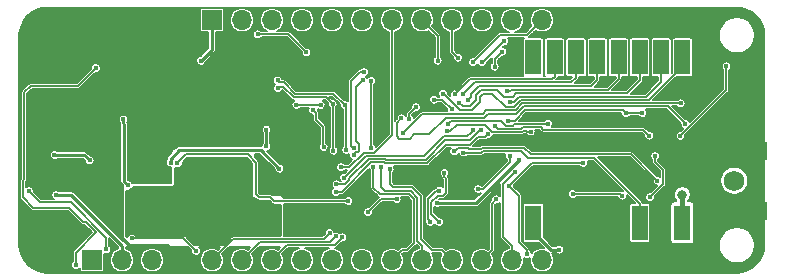
<source format=gbr>
G04 #@! TF.GenerationSoftware,KiCad,Pcbnew,(5.1.4)-1*
G04 #@! TF.CreationDate,2019-12-21T12:13:18-06:00*
G04 #@! TF.ProjectId,loRaWan1262_jlc,6c6f5261-5761-46e3-9132-36325f6a6c63,rev?*
G04 #@! TF.SameCoordinates,Original*
G04 #@! TF.FileFunction,Copper,L2,Bot*
G04 #@! TF.FilePolarity,Positive*
%FSLAX46Y46*%
G04 Gerber Fmt 4.6, Leading zero omitted, Abs format (unit mm)*
G04 Created by KiCad (PCBNEW (5.1.4)-1) date 2019-12-21 12:13:18*
%MOMM*%
%LPD*%
G04 APERTURE LIST*
%ADD10R,1.400000X3.000000*%
%ADD11O,1.500000X1.100000*%
%ADD12O,1.700000X1.350000*%
%ADD13R,1.700000X1.700000*%
%ADD14O,1.700000X1.700000*%
%ADD15R,4.060000X1.520000*%
%ADD16C,1.750000*%
%ADD17C,0.600000*%
%ADD18R,2.800000X2.300000*%
%ADD19C,4.445000*%
%ADD20C,0.450000*%
%ADD21C,0.812800*%
%ADD22C,0.254000*%
%ADD23C,0.127000*%
%ADD24C,0.406400*%
G04 APERTURE END LIST*
D10*
X170638000Y-96154000D03*
X168838000Y-96154000D03*
X167038000Y-96154000D03*
X165238000Y-96154000D03*
X163438000Y-96154000D03*
X161638000Y-96154000D03*
X159838000Y-96154000D03*
X158038000Y-96154000D03*
X158038000Y-82154000D03*
X159838000Y-82154000D03*
X161638000Y-82154000D03*
X163438000Y-82154000D03*
X165238000Y-82154000D03*
X167038000Y-82154000D03*
X168838000Y-82154000D03*
X170638000Y-82154000D03*
D11*
X118979000Y-86709000D03*
X118979000Y-91549000D03*
D12*
X115979000Y-86399000D03*
X115979000Y-91859000D03*
D13*
X120650000Y-99314000D03*
D14*
X123190000Y-99314000D03*
X125730000Y-99314000D03*
X128270000Y-99314000D03*
X130810000Y-99314000D03*
X133350000Y-99314000D03*
X135890000Y-99314000D03*
X138430000Y-99314000D03*
X140970000Y-99314000D03*
X143510000Y-99314000D03*
X146050000Y-99314000D03*
X148590000Y-99314000D03*
X151130000Y-99314000D03*
X153670000Y-99314000D03*
X156210000Y-99314000D03*
X158750000Y-99314000D03*
D13*
X130810000Y-78994000D03*
D14*
X133350000Y-78994000D03*
X135890000Y-78994000D03*
X138430000Y-78994000D03*
X140970000Y-78994000D03*
X143510000Y-78994000D03*
X146050000Y-78994000D03*
X148590000Y-78994000D03*
X151130000Y-78994000D03*
X153670000Y-78994000D03*
X156210000Y-78994000D03*
X158750000Y-78994000D03*
D15*
X175742600Y-90043000D03*
X175742600Y-95123000D03*
D16*
X175042600Y-92583000D03*
D17*
X130734500Y-91892500D03*
X129984500Y-92392500D03*
X129234500Y-91892500D03*
X129234500Y-92892500D03*
X130734500Y-92892500D03*
D18*
X129984500Y-92392500D03*
D19*
X116840000Y-80264000D03*
X116840000Y-98044000D03*
D20*
X135128000Y-93027500D03*
X135128000Y-93535500D03*
X120269000Y-89027000D03*
X118935500Y-95694500D03*
X125603000Y-91948000D03*
X126873000Y-89027000D03*
X133540500Y-81915000D03*
X136715500Y-81915000D03*
X138557000Y-91122500D03*
X138493500Y-95377000D03*
X138874500Y-84391500D03*
X141732000Y-80391000D03*
X153416000Y-96901000D03*
X161353500Y-100139500D03*
X162433000Y-100203000D03*
X160845500Y-94107000D03*
X163576000Y-94361000D03*
X168656000Y-94107000D03*
X156781500Y-81407000D03*
X163195000Y-79946500D03*
X169164000Y-79946500D03*
X162369500Y-87185500D03*
X168719500Y-88709500D03*
X159512000Y-89852500D03*
X157353000Y-88836500D03*
X169100500Y-86712010D03*
X153035000Y-93853000D03*
X157861000Y-91884500D03*
X150114000Y-91313000D03*
X145351500Y-85788500D03*
X151257000Y-84074000D03*
X150622000Y-80391000D03*
X147193000Y-97282000D03*
X142494000Y-97028000D03*
X145034000Y-96964500D03*
X146621500Y-95186500D03*
X153382721Y-89457400D03*
X152273000Y-97282000D03*
X122809000Y-96012000D03*
X173024800Y-91186000D03*
X170332400Y-91160600D03*
X173355000Y-90043000D03*
X173355000Y-95097600D03*
X174929800Y-83464400D03*
X174777400Y-85394800D03*
X174828200Y-86639400D03*
X119922802Y-96478310D03*
X127381000Y-86588600D03*
X130276600Y-86944200D03*
X123317000Y-87399998D03*
X123681351Y-92959816D03*
X136525000Y-91567000D03*
X129896254Y-82437006D03*
X127306298Y-91054082D03*
X167259000Y-86868000D03*
X165862000Y-86868000D03*
X153352500Y-93281500D03*
X156019500Y-90487500D03*
X155892500Y-87502978D03*
X135424594Y-88272764D03*
X135412423Y-89689497D03*
X133985000Y-93027500D03*
X133985000Y-93535500D03*
X124714000Y-94869000D03*
X126619000Y-94869000D03*
X133477000Y-95885000D03*
X135191500Y-95821500D03*
X133372583Y-90776010D03*
X117602000Y-93789500D03*
X156845000Y-90805000D03*
X149879020Y-94485101D03*
X160210500Y-98425000D03*
D21*
X170624500Y-93789500D03*
D20*
X124015500Y-97472500D03*
X129476500Y-98552000D03*
X157480000Y-98806000D03*
X155956000Y-93027500D03*
X162247133Y-91093510D03*
X174371000Y-82905600D03*
X170469938Y-88800562D03*
X168529000Y-92583000D03*
X151320500Y-90106500D03*
X149288500Y-96075500D03*
X150071944Y-93437490D03*
X150495000Y-91948000D03*
X150050500Y-96075500D03*
X134683500Y-80200500D03*
X138811000Y-81724500D03*
X140271500Y-89725500D03*
X139382500Y-86614000D03*
X120980200Y-83058000D03*
X119278400Y-99745800D03*
X142367000Y-94297500D03*
X127889000Y-91059000D03*
X121856500Y-98411002D03*
X115316000Y-93472000D03*
X140779500Y-97028000D03*
X153574227Y-88316398D03*
X141351000Y-92900500D03*
X141283930Y-97308166D03*
X141283930Y-93531930D03*
X154179537Y-88643600D03*
X141856680Y-97378163D03*
X141986000Y-92329000D03*
X152939932Y-88302222D03*
X143700500Y-83375500D03*
X144489023Y-91415359D03*
X142811500Y-89846987D03*
X144305818Y-84162362D03*
X144272000Y-89789000D03*
X145163709Y-91410798D03*
X143573500Y-84074000D03*
X145859500Y-91630500D03*
X142811500Y-90424000D03*
X154813000Y-87947500D03*
X167830500Y-88773000D03*
X168338500Y-90487500D03*
X167894000Y-93980000D03*
X154876500Y-94170500D03*
X161353500Y-93726000D03*
X165544500Y-93853000D03*
X156464000Y-91884500D03*
X141732000Y-91440000D03*
X149923500Y-82423000D03*
X151638000Y-82169000D03*
X154749500Y-82931000D03*
X155384500Y-81661000D03*
X155575000Y-80772000D03*
X153661940Y-82558060D03*
X152908000Y-82550000D03*
X146856447Y-87303676D03*
X170888780Y-87788357D03*
X147002500Y-88582500D03*
X170497500Y-86042500D03*
X147510500Y-87376000D03*
X148082000Y-86360000D03*
X140017500Y-86169500D03*
X137957322Y-86169500D03*
X144018000Y-95250000D03*
X146452755Y-94153982D03*
X150685500Y-88392000D03*
X141097000Y-90043000D03*
X141033500Y-86106000D03*
X157803067Y-88426510D03*
X136398000Y-84759800D03*
X150812500Y-87757000D03*
X159258000Y-87757000D03*
X142176500Y-89979500D03*
X142049500Y-86169500D03*
X136372600Y-84099400D03*
X149606000Y-85725000D03*
X151130000Y-86550500D03*
X152110050Y-90204521D03*
X151384000Y-85280500D03*
X152082500Y-85280500D03*
X152527000Y-85725000D03*
X155765500Y-85026500D03*
X151765000Y-85979000D03*
X156083000Y-85915500D03*
X150368000Y-85217000D03*
X117475000Y-90424000D03*
X120459500Y-90868500D03*
D22*
X128270000Y-99314000D02*
X127000000Y-98044000D01*
X127000000Y-98044000D02*
X123825000Y-98044000D01*
X122809000Y-97028000D02*
X122809000Y-96012000D01*
X123825000Y-98044000D02*
X122809000Y-97028000D01*
X116840000Y-98044000D02*
X118357112Y-98044000D01*
X118357112Y-98044000D02*
X119697803Y-96703309D01*
X119697803Y-96703309D02*
X119922802Y-96478310D01*
X123317000Y-87718196D02*
X123380500Y-87781696D01*
X123317000Y-87399998D02*
X123317000Y-87718196D01*
X123380500Y-87781696D02*
X123380500Y-92658965D01*
X123380500Y-92658965D02*
X123681351Y-92959816D01*
X130810000Y-78994000D02*
X130810000Y-81523260D01*
X130810000Y-81523260D02*
X130121253Y-82212007D01*
X130121253Y-82212007D02*
X129896254Y-82437006D01*
X136525000Y-91567000D02*
X134937500Y-89979500D01*
X134937500Y-89979500D02*
X128062682Y-89979500D01*
X127306298Y-90735884D02*
X127306298Y-91054082D01*
X128062682Y-89979500D02*
X127306298Y-90735884D01*
D23*
X167259000Y-86868000D02*
X165862000Y-86868000D01*
X153352500Y-93281500D02*
X153733500Y-93281500D01*
X153733500Y-93281500D02*
X156019500Y-90995500D01*
X156019500Y-90995500D02*
X156019500Y-90487500D01*
X157323999Y-86643001D02*
X156464022Y-87502978D01*
X165862000Y-86868000D02*
X165637001Y-86643001D01*
X156464022Y-87502978D02*
X156210698Y-87502978D01*
X165637001Y-86643001D02*
X157323999Y-86643001D01*
X156210698Y-87502978D02*
X155892500Y-87502978D01*
D22*
X135424594Y-88272764D02*
X135424594Y-89677326D01*
X135424594Y-89677326D02*
X135412423Y-89689497D01*
X153164899Y-94485101D02*
X150197218Y-94485101D01*
X156845000Y-90805000D02*
X153164899Y-94485101D01*
X150197218Y-94485101D02*
X149879020Y-94485101D01*
X123190000Y-98111919D02*
X118867581Y-93789500D01*
X118867581Y-93789500D02*
X117920198Y-93789500D01*
X117920198Y-93789500D02*
X117602000Y-93789500D01*
X123190000Y-99314000D02*
X123190000Y-98111919D01*
X158038000Y-96954000D02*
X158038000Y-96154000D01*
X159509000Y-98425000D02*
X158038000Y-96954000D01*
X160210500Y-98425000D02*
X159509000Y-98425000D01*
D24*
X170638000Y-96154000D02*
X170638000Y-93803000D01*
X170638000Y-93803000D02*
X170624500Y-93789500D01*
D23*
X124015500Y-97472500D02*
X127063500Y-97472500D01*
X127063500Y-97472500D02*
X128397000Y-97472500D01*
X128397000Y-97472500D02*
X129476500Y-98552000D01*
X157480000Y-98487802D02*
X156781500Y-97789302D01*
X157480000Y-98806000D02*
X157480000Y-98487802D01*
X156781500Y-97789302D02*
X156781500Y-93853000D01*
X156781500Y-93853000D02*
X155956000Y-93027500D01*
X161928935Y-91093510D02*
X162247133Y-91093510D01*
X157889990Y-91093510D02*
X161928935Y-91093510D01*
X155956000Y-93027500D02*
X157889990Y-91093510D01*
X170694937Y-88575563D02*
X170469938Y-88800562D01*
X174371000Y-82905600D02*
X174371000Y-84899500D01*
X174371000Y-84899500D02*
X170694937Y-88575563D01*
X157797500Y-90360500D02*
X157231499Y-89794499D01*
X151637989Y-89789011D02*
X151545499Y-89881501D01*
X153582162Y-89872901D02*
X152569176Y-89872901D01*
X168529000Y-92583000D02*
X166306500Y-90360500D01*
X152569176Y-89872901D02*
X152485286Y-89789011D01*
X153660564Y-89794499D02*
X153582162Y-89872901D01*
X151545499Y-89881501D02*
X151320500Y-90106500D01*
X166306500Y-90360500D02*
X157797500Y-90360500D01*
X157231499Y-89794499D02*
X153660564Y-89794499D01*
X152485286Y-89789011D02*
X151637989Y-89789011D01*
X149063501Y-94127735D02*
X149753746Y-93437490D01*
X149288500Y-96075500D02*
X149063501Y-95850501D01*
X149063501Y-95850501D02*
X149063501Y-94127735D01*
X149753746Y-93437490D02*
X150071944Y-93437490D01*
X150495000Y-91948000D02*
X150495000Y-92266198D01*
X150495000Y-92266198D02*
X150622000Y-92393198D01*
X149923500Y-93853000D02*
X149352000Y-94424500D01*
X149352000Y-94424500D02*
X149352000Y-95377000D01*
X149352000Y-95377000D02*
X150050500Y-96075500D01*
X150622000Y-92393198D02*
X150622000Y-93599000D01*
X150368000Y-93853000D02*
X149923500Y-93853000D01*
X150622000Y-93599000D02*
X150368000Y-93853000D01*
X134683500Y-80200500D02*
X135001698Y-80200500D01*
X135001698Y-80200500D02*
X137287000Y-80200500D01*
X137287000Y-80200500D02*
X138811000Y-81724500D01*
X140208000Y-89662000D02*
X140271500Y-89725500D01*
X140208000Y-88011000D02*
X140208000Y-89662000D01*
X139607499Y-87410499D02*
X140208000Y-88011000D01*
X139607499Y-86838999D02*
X139607499Y-87410499D01*
X139382500Y-86614000D02*
X139607499Y-86838999D01*
X120980200Y-83058000D02*
X119456200Y-84582000D01*
X119456200Y-84582000D02*
X115468400Y-84582000D01*
X114938490Y-85111910D02*
X114938490Y-92452510D01*
X115468400Y-84582000D02*
X114938490Y-85111910D01*
X114938490Y-92452510D02*
X114782600Y-92608400D01*
X114782600Y-92608400D02*
X114782600Y-94005400D01*
X114782600Y-94005400D02*
X115646200Y-94869000D01*
X115646200Y-94869000D02*
X118719600Y-94869000D01*
X120122243Y-96062809D02*
X121005600Y-96946166D01*
X118719600Y-94869000D02*
X119913409Y-96062809D01*
X119913409Y-96062809D02*
X120122243Y-96062809D01*
X121005600Y-96946166D02*
X119278400Y-98673366D01*
X119278400Y-98673366D02*
X119278400Y-99745800D01*
X142367000Y-94297500D02*
X137668000Y-94297500D01*
X137668000Y-94297500D02*
X137541000Y-94297500D01*
X137541000Y-94297500D02*
X136080500Y-94297500D01*
X136080500Y-94297500D02*
X135763000Y-93980000D01*
X135763000Y-93980000D02*
X134810500Y-93980000D01*
X134810500Y-93980000D02*
X134556500Y-93726000D01*
X134556500Y-93726000D02*
X134556500Y-91059000D01*
X134556500Y-91059000D02*
X133858000Y-90360500D01*
X133858000Y-90360500D02*
X128587500Y-90360500D01*
X128587500Y-90360500D02*
X127889000Y-91059000D01*
X118862925Y-94424500D02*
X116268500Y-94424500D01*
X116268500Y-94424500D02*
X115540999Y-93696999D01*
X115540999Y-93696999D02*
X115316000Y-93472000D01*
X121856500Y-97418075D02*
X118862925Y-94424500D01*
X121856500Y-98411002D02*
X121856500Y-97418075D01*
X130810000Y-99314000D02*
X132588000Y-97536000D01*
X140271500Y-97536000D02*
X140779500Y-97028000D01*
X132588000Y-97536000D02*
X140271500Y-97536000D01*
X150558500Y-89154000D02*
X148907500Y-90805000D01*
X141669198Y-92900500D02*
X141351000Y-92900500D01*
X144081714Y-90741286D02*
X142430500Y-92392500D01*
X153513378Y-88316398D02*
X152675776Y-89154000D01*
X142430500Y-92519500D02*
X142049500Y-92900500D01*
X152675776Y-89154000D02*
X150558500Y-89154000D01*
X142049500Y-92900500D02*
X141669198Y-92900500D01*
X145468364Y-90741286D02*
X144081714Y-90741286D01*
X148907500Y-90805000D02*
X145532078Y-90805000D01*
X142430500Y-92392500D02*
X142430500Y-92519500D01*
X145532078Y-90805000D02*
X145468364Y-90741286D01*
X153574227Y-88316398D02*
X153513378Y-88316398D01*
X140802096Y-97790000D02*
X141058931Y-97533165D01*
X141058931Y-97533165D02*
X141283930Y-97308166D01*
X134874000Y-97790000D02*
X140802096Y-97790000D01*
X133350000Y-99314000D02*
X134874000Y-97790000D01*
X149034500Y-91122500D02*
X150622000Y-89535000D01*
X141783841Y-93531930D02*
X144320474Y-90995297D01*
X153954538Y-88868599D02*
X154179537Y-88643600D01*
X153320401Y-88868599D02*
X153954538Y-88868599D01*
X150622000Y-89535000D02*
X152654000Y-89535000D01*
X145490353Y-91122500D02*
X149034500Y-91122500D01*
X152654000Y-89535000D02*
X153320401Y-88868599D01*
X145363150Y-90995297D02*
X145490353Y-91122500D01*
X144320474Y-90995297D02*
X145363150Y-90995297D01*
X141283930Y-93531930D02*
X141783841Y-93531930D01*
X135890000Y-99314000D02*
X137159989Y-98044011D01*
X137159989Y-98044011D02*
X141190832Y-98044011D01*
X141631681Y-97603162D02*
X141856680Y-97378163D01*
X141190832Y-98044011D02*
X141631681Y-97603162D01*
X150431500Y-88836500D02*
X152405654Y-88836500D01*
X142049500Y-92265500D02*
X143827725Y-90487275D01*
X152714933Y-88527221D02*
X152939932Y-88302222D01*
X143827725Y-90487275D02*
X145573578Y-90487275D01*
X148780500Y-90487500D02*
X150431500Y-88836500D01*
X145573803Y-90487500D02*
X148780500Y-90487500D01*
X145573578Y-90487275D02*
X145573803Y-90487500D01*
X152405654Y-88836500D02*
X152714933Y-88527221D01*
X144489023Y-93181023D02*
X144489023Y-91733557D01*
X147344499Y-98464001D02*
X147955000Y-97853500D01*
X147510500Y-93726000D02*
X145034000Y-93726000D01*
X147955000Y-94170500D02*
X147510500Y-93726000D01*
X146899999Y-98464001D02*
X147344499Y-98464001D01*
X145034000Y-93726000D02*
X144489023Y-93181023D01*
X146050000Y-99314000D02*
X146899999Y-98464001D01*
X147955000Y-97853500D02*
X147955000Y-94170500D01*
X144489023Y-91733557D02*
X144489023Y-91415359D01*
X143700500Y-83375500D02*
X143382302Y-83375500D01*
X143382302Y-83375500D02*
X142586501Y-84171301D01*
X142586501Y-84171301D02*
X142586501Y-89621988D01*
X142586501Y-89621988D02*
X142811500Y-89846987D01*
X144305818Y-84162362D02*
X144305818Y-89183682D01*
X144272000Y-89217500D02*
X144305818Y-89183682D01*
X144272000Y-89789000D02*
X144272000Y-89217500D01*
X148590000Y-98111919D02*
X148209000Y-97730919D01*
X145163709Y-91728996D02*
X145163709Y-91410798D01*
X148209000Y-94043500D02*
X147637500Y-93472000D01*
X147637500Y-93472000D02*
X145478500Y-93472000D01*
X148590000Y-99314000D02*
X148590000Y-98111919D01*
X148209000Y-97730919D02*
X148209000Y-94043500D01*
X145478500Y-93472000D02*
X145163709Y-93157209D01*
X145163709Y-93157209D02*
X145163709Y-91728996D01*
X150280001Y-98464001D02*
X149454501Y-98464001D01*
X151130000Y-99314000D02*
X150280001Y-98464001D01*
X149454501Y-98464001D02*
X148526500Y-97536000D01*
X148526500Y-97536000D02*
X148526500Y-93916500D01*
X148526500Y-93916500D02*
X147764500Y-93154500D01*
X147764500Y-93154500D02*
X147701000Y-93091000D01*
X147701000Y-93091000D02*
X146113500Y-93091000D01*
X145859500Y-92837000D02*
X145859500Y-91630500D01*
X146113500Y-93091000D02*
X145859500Y-92837000D01*
X143036499Y-90199001D02*
X143163499Y-90199001D01*
X142811500Y-90424000D02*
X143036499Y-90199001D01*
X143163499Y-90199001D02*
X143256000Y-90106500D01*
X143256000Y-90106500D02*
X143256000Y-89471500D01*
X143256000Y-89471500D02*
X143002000Y-89217500D01*
X143002000Y-84645500D02*
X143573500Y-84074000D01*
X143002000Y-89217500D02*
X143002000Y-84645500D01*
X155037999Y-88172499D02*
X157001001Y-88172499D01*
X154813000Y-87947500D02*
X155037999Y-88172499D01*
X158002508Y-88011009D02*
X158065999Y-88074500D01*
X157001001Y-88172499D02*
X157162491Y-88011009D01*
X157162491Y-88011009D02*
X158002508Y-88011009D01*
X158065999Y-88074500D02*
X158686500Y-88074500D01*
X158686500Y-88074500D02*
X158877000Y-88265000D01*
X158877000Y-88265000D02*
X167322500Y-88265000D01*
X167322500Y-88265000D02*
X167830500Y-88773000D01*
X168338500Y-90487500D02*
X168338500Y-90995500D01*
X168338500Y-90995500D02*
X169037000Y-91694000D01*
X169037000Y-91694000D02*
X169037000Y-92837000D01*
X169037000Y-92837000D02*
X167894000Y-93980000D01*
X154519999Y-94527001D02*
X154876500Y-94170500D01*
X153670000Y-99314000D02*
X154519999Y-98464001D01*
X154519999Y-98464001D02*
X154519999Y-94527001D01*
X161353500Y-93726000D02*
X165417500Y-93726000D01*
X165417500Y-93726000D02*
X165544500Y-93853000D01*
X156464000Y-91884500D02*
X155448000Y-92900500D01*
X156210000Y-98111919D02*
X156210000Y-99314000D01*
X155448000Y-97349919D02*
X156210000Y-98111919D01*
X155448000Y-92900500D02*
X155448000Y-97349919D01*
X146050000Y-80196081D02*
X146050000Y-78994000D01*
X141732000Y-91440000D02*
X142430500Y-91440000D01*
X144554999Y-90204501D02*
X146050000Y-88709500D01*
X142430500Y-91440000D02*
X143665999Y-90204501D01*
X146050000Y-88709500D02*
X146050000Y-80196081D01*
X143665999Y-90204501D02*
X144554999Y-90204501D01*
X149923500Y-80327500D02*
X148590000Y-78994000D01*
X149923500Y-82423000D02*
X149923500Y-80327500D01*
X151130000Y-81661000D02*
X151130000Y-78994000D01*
X151638000Y-82169000D02*
X151130000Y-81661000D01*
X154749500Y-82931000D02*
X154749500Y-82296000D01*
X154749500Y-82296000D02*
X155384500Y-81661000D01*
X155575000Y-80772000D02*
X153788940Y-82558060D01*
X153788940Y-82558060D02*
X153661940Y-82558060D01*
X152908000Y-82550000D02*
X155194000Y-80264000D01*
X157480000Y-80264000D02*
X158750000Y-78994000D01*
X155194000Y-80264000D02*
X157480000Y-80264000D01*
X156591000Y-86931500D02*
X157226000Y-86296500D01*
X170663781Y-87563358D02*
X170888780Y-87788357D01*
X153860500Y-87249000D02*
X154178000Y-86931500D01*
X149225000Y-88646000D02*
X150622000Y-87249000D01*
X154178000Y-86931500D02*
X156591000Y-86931500D01*
X147955000Y-88646000D02*
X149225000Y-88646000D01*
X150622000Y-87249000D02*
X153860500Y-87249000D01*
X169396923Y-86296500D02*
X170663781Y-87563358D01*
X146494500Y-88836500D02*
X146685000Y-89027000D01*
X157226000Y-86296500D02*
X169396923Y-86296500D01*
X146494500Y-87665623D02*
X146494500Y-88836500D01*
X147574000Y-89027000D02*
X147955000Y-88646000D01*
X146856447Y-87303676D02*
X146494500Y-87665623D01*
X146685000Y-89027000D02*
X147574000Y-89027000D01*
X148618998Y-86966002D02*
X151329442Y-86966002D01*
X147002500Y-88582500D02*
X148618998Y-86966002D01*
X156527500Y-86614000D02*
X157099000Y-86042500D01*
X151363944Y-86931500D02*
X153733500Y-86931500D01*
X151329442Y-86966002D02*
X151363944Y-86931500D01*
X157099000Y-86042500D02*
X170497500Y-86042500D01*
X154051000Y-86614000D02*
X156527500Y-86614000D01*
X153733500Y-86931500D02*
X154051000Y-86614000D01*
X147510500Y-87376000D02*
X147510500Y-86931500D01*
X147510500Y-86931500D02*
X148082000Y-86360000D01*
X140017500Y-86169500D02*
X137957322Y-86169500D01*
X144018000Y-95250000D02*
X145114018Y-94153982D01*
X145114018Y-94153982D02*
X146452755Y-94153982D01*
X141097000Y-86169500D02*
X141033500Y-86106000D01*
X141097000Y-90043000D02*
X141097000Y-86169500D01*
X136843198Y-84645500D02*
X137732198Y-85534500D01*
X140462000Y-85534500D02*
X141033500Y-86106000D01*
X136525000Y-84645500D02*
X136843198Y-84645500D01*
X137732198Y-85534500D02*
X140462000Y-85534500D01*
X151003698Y-88392000D02*
X151546199Y-87849499D01*
X157106215Y-88426510D02*
X157133766Y-88398959D01*
X153973057Y-87849499D02*
X154550068Y-88426510D01*
X157133766Y-88398959D02*
X157457318Y-88398959D01*
X157484869Y-88426510D02*
X157803067Y-88426510D01*
X154550068Y-88426510D02*
X157106215Y-88426510D01*
X157457318Y-88398959D02*
X157484869Y-88426510D01*
X151546199Y-87849499D02*
X153973057Y-87849499D01*
X150685500Y-88392000D02*
X151003698Y-88392000D01*
X136525000Y-84645500D02*
X136512300Y-84645500D01*
X136512300Y-84645500D02*
X136398000Y-84759800D01*
X136686499Y-84235499D02*
X136876999Y-84235499D01*
X142176500Y-89979500D02*
X142176500Y-86296500D01*
X136876999Y-84235499D02*
X137858500Y-85217000D01*
X137858500Y-85217000D02*
X141097000Y-85217000D01*
X141097000Y-85217000D02*
X142049500Y-86169500D01*
X142176500Y-86296500D02*
X142049500Y-86169500D01*
X155714713Y-87918488D02*
X156260788Y-87918488D01*
X156422276Y-87757000D02*
X158939802Y-87757000D01*
X155328224Y-87531999D02*
X155714713Y-87918488D01*
X151037501Y-87531999D02*
X155328224Y-87531999D01*
X150812500Y-87757000D02*
X151037501Y-87531999D01*
X158939802Y-87757000D02*
X159258000Y-87757000D01*
X156260788Y-87918488D02*
X156422276Y-87757000D01*
X136686499Y-84235499D02*
X136508699Y-84235499D01*
X136508699Y-84235499D02*
X136372600Y-84099400D01*
X149606000Y-85725000D02*
X150304500Y-85725000D01*
X150304500Y-85725000D02*
X151130000Y-86550500D01*
X167038000Y-94527000D02*
X163189000Y-90678000D01*
X163189000Y-90678000D02*
X157607000Y-90678000D01*
X156977510Y-90048510D02*
X153765778Y-90048510D01*
X153765778Y-90048510D02*
X153609767Y-90204521D01*
X152428248Y-90204521D02*
X152110050Y-90204521D01*
X153609767Y-90204521D02*
X152428248Y-90204521D01*
X167038000Y-96154000D02*
X167038000Y-94527000D01*
X157607000Y-90678000D02*
X156977510Y-90048510D01*
X159838000Y-83781000D02*
X159838000Y-82154000D01*
X159608500Y-84010500D02*
X159838000Y-83781000D01*
X152654000Y-84010500D02*
X159608500Y-84010500D01*
X151384000Y-85280500D02*
X152654000Y-84010500D01*
X161638000Y-83853000D02*
X161638000Y-82154000D01*
X161226500Y-84264500D02*
X161638000Y-83853000D01*
X152082500Y-85280500D02*
X153098500Y-84264500D01*
X153098500Y-84264500D02*
X161226500Y-84264500D01*
X152751999Y-85500001D02*
X152751999Y-85246001D01*
X152527000Y-85725000D02*
X152751999Y-85500001D01*
X152751999Y-85246001D02*
X153416000Y-84582000D01*
X153416000Y-84582000D02*
X162941000Y-84582000D01*
X163438000Y-84085000D02*
X163438000Y-82154000D01*
X162941000Y-84582000D02*
X163438000Y-84085000D01*
X156083698Y-85026500D02*
X156210698Y-84899500D01*
X155765500Y-85026500D02*
X156083698Y-85026500D01*
X156210698Y-84899500D02*
X164338000Y-84899500D01*
X165238000Y-83999500D02*
X165238000Y-82154000D01*
X164338000Y-84899500D02*
X165238000Y-83999500D01*
X151765000Y-85979000D02*
X152082500Y-86296500D01*
X152082500Y-86296500D02*
X152654000Y-86296500D01*
X152654000Y-86296500D02*
X153162000Y-85788500D01*
X153162000Y-85788500D02*
X153162000Y-85344000D01*
X153162000Y-85344000D02*
X153606500Y-84899500D01*
X153606500Y-84899500D02*
X154940000Y-84899500D01*
X154940000Y-84899500D02*
X155511500Y-85471000D01*
X155511500Y-85471000D02*
X156273500Y-85471000D01*
X156273500Y-85471000D02*
X156591000Y-85153500D01*
X156591000Y-85153500D02*
X165989000Y-85153500D01*
X167038000Y-84104500D02*
X167038000Y-82154000D01*
X165989000Y-85153500D02*
X167038000Y-84104500D01*
X156401198Y-85915500D02*
X156845698Y-85471000D01*
X156083000Y-85915500D02*
X156401198Y-85915500D01*
X156845698Y-85471000D02*
X167576500Y-85471000D01*
X168838000Y-84209500D02*
X168838000Y-82154000D01*
X167576500Y-85471000D02*
X168838000Y-84209500D01*
X153797000Y-85217000D02*
X154559000Y-85217000D01*
X170638000Y-82954000D02*
X170638000Y-82154000D01*
X153543000Y-85915500D02*
X153543000Y-85471000D01*
X150592999Y-85441999D02*
X150636443Y-85441999D01*
X153543000Y-85471000D02*
X153797000Y-85217000D01*
X151808444Y-86614000D02*
X152844500Y-86614000D01*
X167803500Y-85788500D02*
X170638000Y-82954000D01*
X156972000Y-85788500D02*
X167803500Y-85788500D01*
X154559000Y-85217000D02*
X155702000Y-86360000D01*
X150368000Y-85217000D02*
X150592999Y-85441999D01*
X156400500Y-86360000D02*
X156972000Y-85788500D01*
X150636443Y-85441999D02*
X151808444Y-86614000D01*
X155702000Y-86360000D02*
X156400500Y-86360000D01*
X152844500Y-86614000D02*
X153543000Y-85915500D01*
D22*
X117475000Y-90424000D02*
X120015000Y-90424000D01*
X120015000Y-90424000D02*
X120459500Y-90868500D01*
G36*
X134112000Y-91063513D02*
G01*
X134112000Y-93853000D01*
X134116328Y-93885870D01*
X134133343Y-93949370D01*
X134142112Y-93972671D01*
X134155259Y-93993813D01*
X134166212Y-94006303D01*
X134212697Y-94052788D01*
X134231943Y-94068582D01*
X134253899Y-94080318D01*
X134269630Y-94085657D01*
X134333130Y-94102672D01*
X134366000Y-94107000D01*
X134488487Y-94107000D01*
X134574962Y-94193475D01*
X134584907Y-94205593D01*
X134633253Y-94245269D01*
X134688410Y-94274751D01*
X134748259Y-94292906D01*
X134794904Y-94297500D01*
X134794906Y-94297500D01*
X134810499Y-94299036D01*
X134826092Y-94297500D01*
X135631488Y-94297500D01*
X135844963Y-94510975D01*
X135854907Y-94523093D01*
X135903253Y-94562769D01*
X135958410Y-94592251D01*
X136018259Y-94610406D01*
X136080500Y-94616536D01*
X136096096Y-94615000D01*
X136588500Y-94615000D01*
X136588500Y-97218500D01*
X132603596Y-97218500D01*
X132588000Y-97216964D01*
X132572404Y-97218500D01*
X132525759Y-97223094D01*
X132465910Y-97241249D01*
X132410753Y-97270731D01*
X132362407Y-97310407D01*
X132352463Y-97322524D01*
X131757987Y-97917000D01*
X129290513Y-97917000D01*
X128632542Y-97259030D01*
X128622593Y-97246907D01*
X128574247Y-97207231D01*
X128519090Y-97177749D01*
X128459241Y-97159594D01*
X128412596Y-97155000D01*
X128397000Y-97153464D01*
X128381404Y-97155000D01*
X124375409Y-97155000D01*
X124320845Y-97100436D01*
X124242392Y-97048015D01*
X124155219Y-97011907D01*
X124062677Y-96993500D01*
X123968323Y-96993500D01*
X123875781Y-97011907D01*
X123788608Y-97048015D01*
X123710155Y-97100436D01*
X123643436Y-97167155D01*
X123591015Y-97245608D01*
X123583519Y-97263705D01*
X123571000Y-97251186D01*
X123571000Y-93426250D01*
X123634174Y-93438816D01*
X123728528Y-93438816D01*
X123821070Y-93420409D01*
X123908243Y-93384301D01*
X123986696Y-93331880D01*
X124053415Y-93265161D01*
X124105836Y-93186708D01*
X124141944Y-93099535D01*
X124143642Y-93091000D01*
X127444500Y-93091000D01*
X127477370Y-93086672D01*
X127540870Y-93069657D01*
X127564171Y-93060888D01*
X127585313Y-93047741D01*
X127597803Y-93036788D01*
X127644288Y-92990303D01*
X127660082Y-92971057D01*
X127671818Y-92949101D01*
X127677157Y-92933370D01*
X127694172Y-92869870D01*
X127698500Y-92837000D01*
X127698500Y-91498559D01*
X127749281Y-91519593D01*
X127841823Y-91538000D01*
X127936177Y-91538000D01*
X128028719Y-91519593D01*
X128115892Y-91483485D01*
X128194345Y-91431064D01*
X128261064Y-91364345D01*
X128313485Y-91285892D01*
X128349593Y-91198719D01*
X128368000Y-91106177D01*
X128368000Y-91029012D01*
X128719013Y-90678000D01*
X133726488Y-90678000D01*
X134112000Y-91063513D01*
X134112000Y-91063513D01*
G37*
X134112000Y-91063513D02*
X134112000Y-93853000D01*
X134116328Y-93885870D01*
X134133343Y-93949370D01*
X134142112Y-93972671D01*
X134155259Y-93993813D01*
X134166212Y-94006303D01*
X134212697Y-94052788D01*
X134231943Y-94068582D01*
X134253899Y-94080318D01*
X134269630Y-94085657D01*
X134333130Y-94102672D01*
X134366000Y-94107000D01*
X134488487Y-94107000D01*
X134574962Y-94193475D01*
X134584907Y-94205593D01*
X134633253Y-94245269D01*
X134688410Y-94274751D01*
X134748259Y-94292906D01*
X134794904Y-94297500D01*
X134794906Y-94297500D01*
X134810499Y-94299036D01*
X134826092Y-94297500D01*
X135631488Y-94297500D01*
X135844963Y-94510975D01*
X135854907Y-94523093D01*
X135903253Y-94562769D01*
X135958410Y-94592251D01*
X136018259Y-94610406D01*
X136080500Y-94616536D01*
X136096096Y-94615000D01*
X136588500Y-94615000D01*
X136588500Y-97218500D01*
X132603596Y-97218500D01*
X132588000Y-97216964D01*
X132572404Y-97218500D01*
X132525759Y-97223094D01*
X132465910Y-97241249D01*
X132410753Y-97270731D01*
X132362407Y-97310407D01*
X132352463Y-97322524D01*
X131757987Y-97917000D01*
X129290513Y-97917000D01*
X128632542Y-97259030D01*
X128622593Y-97246907D01*
X128574247Y-97207231D01*
X128519090Y-97177749D01*
X128459241Y-97159594D01*
X128412596Y-97155000D01*
X128397000Y-97153464D01*
X128381404Y-97155000D01*
X124375409Y-97155000D01*
X124320845Y-97100436D01*
X124242392Y-97048015D01*
X124155219Y-97011907D01*
X124062677Y-96993500D01*
X123968323Y-96993500D01*
X123875781Y-97011907D01*
X123788608Y-97048015D01*
X123710155Y-97100436D01*
X123643436Y-97167155D01*
X123591015Y-97245608D01*
X123583519Y-97263705D01*
X123571000Y-97251186D01*
X123571000Y-93426250D01*
X123634174Y-93438816D01*
X123728528Y-93438816D01*
X123821070Y-93420409D01*
X123908243Y-93384301D01*
X123986696Y-93331880D01*
X124053415Y-93265161D01*
X124105836Y-93186708D01*
X124141944Y-93099535D01*
X124143642Y-93091000D01*
X127444500Y-93091000D01*
X127477370Y-93086672D01*
X127540870Y-93069657D01*
X127564171Y-93060888D01*
X127585313Y-93047741D01*
X127597803Y-93036788D01*
X127644288Y-92990303D01*
X127660082Y-92971057D01*
X127671818Y-92949101D01*
X127677157Y-92933370D01*
X127694172Y-92869870D01*
X127698500Y-92837000D01*
X127698500Y-91498559D01*
X127749281Y-91519593D01*
X127841823Y-91538000D01*
X127936177Y-91538000D01*
X128028719Y-91519593D01*
X128115892Y-91483485D01*
X128194345Y-91431064D01*
X128261064Y-91364345D01*
X128313485Y-91285892D01*
X128349593Y-91198719D01*
X128368000Y-91106177D01*
X128368000Y-91029012D01*
X128719013Y-90678000D01*
X133726488Y-90678000D01*
X134112000Y-91063513D01*
D23*
G36*
X175711301Y-77984784D02*
G01*
X176145408Y-78115850D01*
X176545786Y-78328734D01*
X176897193Y-78615335D01*
X177186242Y-78964737D01*
X177401919Y-79363621D01*
X177536011Y-79796803D01*
X177584477Y-80257930D01*
X177584500Y-80264467D01*
X177584501Y-98033455D01*
X177539217Y-98495295D01*
X177408153Y-98929404D01*
X177195266Y-99329786D01*
X176908665Y-99681193D01*
X176559263Y-99970242D01*
X176160383Y-100185916D01*
X175727202Y-100320009D01*
X175266070Y-100368477D01*
X175259533Y-100368500D01*
X116850534Y-100368500D01*
X116388705Y-100323217D01*
X115954596Y-100192153D01*
X115554214Y-99979266D01*
X115202807Y-99692665D01*
X114913758Y-99343263D01*
X114698084Y-98944383D01*
X114563991Y-98511202D01*
X114515523Y-98050070D01*
X114515500Y-98043533D01*
X114515500Y-92608400D01*
X114527373Y-92608400D01*
X114528600Y-92620858D01*
X114528601Y-93992932D01*
X114527373Y-94005400D01*
X114528601Y-94017868D01*
X114528601Y-94017869D01*
X114531642Y-94048740D01*
X114532277Y-94055192D01*
X114546800Y-94103071D01*
X114570386Y-94147196D01*
X114594178Y-94176188D01*
X114594187Y-94176197D01*
X114602128Y-94185873D01*
X114611804Y-94193814D01*
X115457786Y-95039797D01*
X115465727Y-95049473D01*
X115475403Y-95057414D01*
X115475411Y-95057422D01*
X115504403Y-95081214D01*
X115548528Y-95104800D01*
X115596407Y-95119324D01*
X115633731Y-95123000D01*
X115633742Y-95123000D01*
X115646200Y-95124227D01*
X115658658Y-95123000D01*
X118614390Y-95123000D01*
X119724995Y-96233606D01*
X119732936Y-96243282D01*
X119742612Y-96251223D01*
X119742620Y-96251231D01*
X119768310Y-96272313D01*
X119771612Y-96275023D01*
X119815737Y-96298609D01*
X119863616Y-96313133D01*
X119900940Y-96316809D01*
X119900951Y-96316809D01*
X119913409Y-96318036D01*
X119925867Y-96316809D01*
X120017033Y-96316809D01*
X120646390Y-96946166D01*
X119107609Y-98484947D01*
X119097927Y-98492893D01*
X119089981Y-98502575D01*
X119089978Y-98502578D01*
X119080775Y-98513793D01*
X119066186Y-98531569D01*
X119042600Y-98575695D01*
X119028076Y-98623574D01*
X119024400Y-98660898D01*
X119024400Y-98660908D01*
X119023173Y-98673366D01*
X119024400Y-98685824D01*
X119024401Y-99415799D01*
X119013534Y-99423060D01*
X118955660Y-99480934D01*
X118910189Y-99548987D01*
X118878868Y-99624603D01*
X118862900Y-99704877D01*
X118862900Y-99786723D01*
X118878868Y-99866997D01*
X118910189Y-99942613D01*
X118955660Y-100010666D01*
X119013534Y-100068540D01*
X119081587Y-100114011D01*
X119157203Y-100145332D01*
X119237477Y-100161300D01*
X119319323Y-100161300D01*
X119399597Y-100145332D01*
X119475213Y-100114011D01*
X119543266Y-100068540D01*
X119601140Y-100010666D01*
X119608579Y-99999533D01*
X119608579Y-100164000D01*
X119612257Y-100201344D01*
X119623150Y-100237254D01*
X119640839Y-100270348D01*
X119664645Y-100299355D01*
X119693652Y-100323161D01*
X119726746Y-100340850D01*
X119762656Y-100351743D01*
X119800000Y-100355421D01*
X121500000Y-100355421D01*
X121537344Y-100351743D01*
X121573254Y-100340850D01*
X121606348Y-100323161D01*
X121635355Y-100299355D01*
X121659161Y-100270348D01*
X121676850Y-100237254D01*
X121687743Y-100201344D01*
X121691421Y-100164000D01*
X121691421Y-98792358D01*
X121735303Y-98810534D01*
X121815577Y-98826502D01*
X121897423Y-98826502D01*
X121977697Y-98810534D01*
X122053313Y-98779213D01*
X122121366Y-98733742D01*
X122179240Y-98675868D01*
X122224711Y-98607815D01*
X122256032Y-98532199D01*
X122272000Y-98451925D01*
X122272000Y-98370079D01*
X122256032Y-98289805D01*
X122224711Y-98214189D01*
X122179240Y-98146136D01*
X122121366Y-98088262D01*
X122110500Y-98081002D01*
X122110500Y-97481432D01*
X122872501Y-98243433D01*
X122872501Y-98322994D01*
X122789891Y-98348053D01*
X122609132Y-98444670D01*
X122450696Y-98574696D01*
X122320670Y-98733132D01*
X122224053Y-98913891D01*
X122164556Y-99110026D01*
X122144466Y-99314000D01*
X122164556Y-99517974D01*
X122224053Y-99714109D01*
X122320670Y-99894868D01*
X122450696Y-100053304D01*
X122609132Y-100183330D01*
X122789891Y-100279947D01*
X122986026Y-100339444D01*
X123138890Y-100354500D01*
X123241110Y-100354500D01*
X123393974Y-100339444D01*
X123590109Y-100279947D01*
X123770868Y-100183330D01*
X123929304Y-100053304D01*
X124059330Y-99894868D01*
X124155947Y-99714109D01*
X124215444Y-99517974D01*
X124235534Y-99314000D01*
X124684466Y-99314000D01*
X124704556Y-99517974D01*
X124764053Y-99714109D01*
X124860670Y-99894868D01*
X124990696Y-100053304D01*
X125149132Y-100183330D01*
X125329891Y-100279947D01*
X125526026Y-100339444D01*
X125678890Y-100354500D01*
X125781110Y-100354500D01*
X125933974Y-100339444D01*
X126130109Y-100279947D01*
X126310868Y-100183330D01*
X126469304Y-100053304D01*
X126599330Y-99894868D01*
X126695947Y-99714109D01*
X126755444Y-99517974D01*
X126775534Y-99314000D01*
X126755444Y-99110026D01*
X126695947Y-98913891D01*
X126599330Y-98733132D01*
X126469304Y-98574696D01*
X126310868Y-98444670D01*
X126130109Y-98348053D01*
X125933974Y-98288556D01*
X125781110Y-98273500D01*
X125678890Y-98273500D01*
X125526026Y-98288556D01*
X125329891Y-98348053D01*
X125149132Y-98444670D01*
X124990696Y-98574696D01*
X124860670Y-98733132D01*
X124764053Y-98913891D01*
X124704556Y-99110026D01*
X124684466Y-99314000D01*
X124235534Y-99314000D01*
X124215444Y-99110026D01*
X124155947Y-98913891D01*
X124059330Y-98733132D01*
X123929304Y-98574696D01*
X123770868Y-98444670D01*
X123590109Y-98348053D01*
X123507500Y-98322994D01*
X123507500Y-98224206D01*
X123521694Y-98228009D01*
X123571000Y-98234500D01*
X128799790Y-98234500D01*
X129063550Y-98498260D01*
X129061000Y-98511077D01*
X129061000Y-98592923D01*
X129076968Y-98673197D01*
X129108289Y-98748813D01*
X129153760Y-98816866D01*
X129211634Y-98874740D01*
X129279687Y-98920211D01*
X129355303Y-98951532D01*
X129435577Y-98967500D01*
X129517423Y-98967500D01*
X129597697Y-98951532D01*
X129673313Y-98920211D01*
X129741366Y-98874740D01*
X129799240Y-98816866D01*
X129844711Y-98748813D01*
X129876032Y-98673197D01*
X129892000Y-98592923D01*
X129892000Y-98511077D01*
X129876032Y-98430803D01*
X129844711Y-98355187D01*
X129799240Y-98287134D01*
X129746606Y-98234500D01*
X131530289Y-98234500D01*
X131344763Y-98420027D01*
X131210109Y-98348053D01*
X131013974Y-98288556D01*
X130861110Y-98273500D01*
X130758890Y-98273500D01*
X130606026Y-98288556D01*
X130409891Y-98348053D01*
X130229132Y-98444670D01*
X130070696Y-98574696D01*
X129940670Y-98733132D01*
X129844053Y-98913891D01*
X129784556Y-99110026D01*
X129764466Y-99314000D01*
X129784556Y-99517974D01*
X129844053Y-99714109D01*
X129940670Y-99894868D01*
X130070696Y-100053304D01*
X130229132Y-100183330D01*
X130409891Y-100279947D01*
X130606026Y-100339444D01*
X130758890Y-100354500D01*
X130861110Y-100354500D01*
X131013974Y-100339444D01*
X131210109Y-100279947D01*
X131390868Y-100183330D01*
X131549304Y-100053304D01*
X131679330Y-99894868D01*
X131775947Y-99714109D01*
X131835444Y-99517974D01*
X131855534Y-99314000D01*
X131835444Y-99110026D01*
X131775947Y-98913891D01*
X131703973Y-98779237D01*
X132248711Y-98234500D01*
X134070290Y-98234500D01*
X133884763Y-98420027D01*
X133750109Y-98348053D01*
X133553974Y-98288556D01*
X133401110Y-98273500D01*
X133298890Y-98273500D01*
X133146026Y-98288556D01*
X132949891Y-98348053D01*
X132769132Y-98444670D01*
X132610696Y-98574696D01*
X132480670Y-98733132D01*
X132384053Y-98913891D01*
X132324556Y-99110026D01*
X132304466Y-99314000D01*
X132324556Y-99517974D01*
X132384053Y-99714109D01*
X132480670Y-99894868D01*
X132610696Y-100053304D01*
X132769132Y-100183330D01*
X132949891Y-100279947D01*
X133146026Y-100339444D01*
X133298890Y-100354500D01*
X133401110Y-100354500D01*
X133553974Y-100339444D01*
X133750109Y-100279947D01*
X133930868Y-100183330D01*
X134089304Y-100053304D01*
X134219330Y-99894868D01*
X134315947Y-99714109D01*
X134375444Y-99517974D01*
X134395534Y-99314000D01*
X134375444Y-99110026D01*
X134315947Y-98913891D01*
X134243973Y-98779237D01*
X134788710Y-98234500D01*
X136588500Y-98234500D01*
X136613593Y-98231197D01*
X136424763Y-98420027D01*
X136290109Y-98348053D01*
X136093974Y-98288556D01*
X135941110Y-98273500D01*
X135838890Y-98273500D01*
X135686026Y-98288556D01*
X135489891Y-98348053D01*
X135309132Y-98444670D01*
X135150696Y-98574696D01*
X135020670Y-98733132D01*
X134924053Y-98913891D01*
X134864556Y-99110026D01*
X134844466Y-99314000D01*
X134864556Y-99517974D01*
X134924053Y-99714109D01*
X135020670Y-99894868D01*
X135150696Y-100053304D01*
X135309132Y-100183330D01*
X135489891Y-100279947D01*
X135686026Y-100339444D01*
X135838890Y-100354500D01*
X135941110Y-100354500D01*
X136093974Y-100339444D01*
X136290109Y-100279947D01*
X136470868Y-100183330D01*
X136629304Y-100053304D01*
X136759330Y-99894868D01*
X136855947Y-99714109D01*
X136915444Y-99517974D01*
X136935534Y-99314000D01*
X136915444Y-99110026D01*
X136855947Y-98913891D01*
X136783973Y-98779237D01*
X137265199Y-98298011D01*
X138194857Y-98298011D01*
X138029891Y-98348053D01*
X137849132Y-98444670D01*
X137690696Y-98574696D01*
X137560670Y-98733132D01*
X137464053Y-98913891D01*
X137404556Y-99110026D01*
X137384466Y-99314000D01*
X137404556Y-99517974D01*
X137464053Y-99714109D01*
X137560670Y-99894868D01*
X137690696Y-100053304D01*
X137849132Y-100183330D01*
X138029891Y-100279947D01*
X138226026Y-100339444D01*
X138378890Y-100354500D01*
X138481110Y-100354500D01*
X138633974Y-100339444D01*
X138830109Y-100279947D01*
X139010868Y-100183330D01*
X139169304Y-100053304D01*
X139299330Y-99894868D01*
X139395947Y-99714109D01*
X139455444Y-99517974D01*
X139475534Y-99314000D01*
X139455444Y-99110026D01*
X139395947Y-98913891D01*
X139299330Y-98733132D01*
X139169304Y-98574696D01*
X139010868Y-98444670D01*
X138830109Y-98348053D01*
X138665143Y-98298011D01*
X140734857Y-98298011D01*
X140569891Y-98348053D01*
X140389132Y-98444670D01*
X140230696Y-98574696D01*
X140100670Y-98733132D01*
X140004053Y-98913891D01*
X139944556Y-99110026D01*
X139924466Y-99314000D01*
X139944556Y-99517974D01*
X140004053Y-99714109D01*
X140100670Y-99894868D01*
X140230696Y-100053304D01*
X140389132Y-100183330D01*
X140569891Y-100279947D01*
X140766026Y-100339444D01*
X140918890Y-100354500D01*
X141021110Y-100354500D01*
X141173974Y-100339444D01*
X141370109Y-100279947D01*
X141550868Y-100183330D01*
X141709304Y-100053304D01*
X141839330Y-99894868D01*
X141935947Y-99714109D01*
X141995444Y-99517974D01*
X142015534Y-99314000D01*
X142464466Y-99314000D01*
X142484556Y-99517974D01*
X142544053Y-99714109D01*
X142640670Y-99894868D01*
X142770696Y-100053304D01*
X142929132Y-100183330D01*
X143109891Y-100279947D01*
X143306026Y-100339444D01*
X143458890Y-100354500D01*
X143561110Y-100354500D01*
X143713974Y-100339444D01*
X143910109Y-100279947D01*
X144090868Y-100183330D01*
X144249304Y-100053304D01*
X144379330Y-99894868D01*
X144475947Y-99714109D01*
X144535444Y-99517974D01*
X144555534Y-99314000D01*
X144535444Y-99110026D01*
X144475947Y-98913891D01*
X144379330Y-98733132D01*
X144249304Y-98574696D01*
X144090868Y-98444670D01*
X143910109Y-98348053D01*
X143713974Y-98288556D01*
X143561110Y-98273500D01*
X143458890Y-98273500D01*
X143306026Y-98288556D01*
X143109891Y-98348053D01*
X142929132Y-98444670D01*
X142770696Y-98574696D01*
X142640670Y-98733132D01*
X142544053Y-98913891D01*
X142484556Y-99110026D01*
X142464466Y-99314000D01*
X142015534Y-99314000D01*
X141995444Y-99110026D01*
X141935947Y-98913891D01*
X141839330Y-98733132D01*
X141709304Y-98574696D01*
X141550868Y-98444670D01*
X141370109Y-98348053D01*
X141204691Y-98297874D01*
X141240625Y-98294335D01*
X141288504Y-98279811D01*
X141332629Y-98256225D01*
X141359101Y-98234500D01*
X141361620Y-98232433D01*
X141361623Y-98232430D01*
X141371305Y-98224484D01*
X141379251Y-98214802D01*
X141802940Y-97791113D01*
X141815757Y-97793663D01*
X141897603Y-97793663D01*
X141977877Y-97777695D01*
X142053493Y-97746374D01*
X142121546Y-97700903D01*
X142179420Y-97643029D01*
X142224891Y-97574976D01*
X142256212Y-97499360D01*
X142272180Y-97419086D01*
X142272180Y-97337240D01*
X142256212Y-97256966D01*
X142224891Y-97181350D01*
X142179420Y-97113297D01*
X142121546Y-97055423D01*
X142053493Y-97009952D01*
X141977877Y-96978631D01*
X141897603Y-96962663D01*
X141815757Y-96962663D01*
X141735483Y-96978631D01*
X141659867Y-97009952D01*
X141607685Y-97044819D01*
X141606670Y-97043300D01*
X141548796Y-96985426D01*
X141480743Y-96939955D01*
X141405127Y-96908634D01*
X141324853Y-96892666D01*
X141243007Y-96892666D01*
X141178492Y-96905499D01*
X141147711Y-96831187D01*
X141102240Y-96763134D01*
X141044366Y-96705260D01*
X140976313Y-96659789D01*
X140900697Y-96628468D01*
X140820423Y-96612500D01*
X140738577Y-96612500D01*
X140658303Y-96628468D01*
X140582687Y-96659789D01*
X140514634Y-96705260D01*
X140456760Y-96763134D01*
X140411289Y-96831187D01*
X140379968Y-96906803D01*
X140364000Y-96987077D01*
X140364000Y-97068923D01*
X140366550Y-97081740D01*
X140166290Y-97282000D01*
X136906000Y-97282000D01*
X136906000Y-94551500D01*
X142037000Y-94551500D01*
X142044260Y-94562366D01*
X142102134Y-94620240D01*
X142170187Y-94665711D01*
X142245803Y-94697032D01*
X142326077Y-94713000D01*
X142407923Y-94713000D01*
X142488197Y-94697032D01*
X142563813Y-94665711D01*
X142631866Y-94620240D01*
X142689740Y-94562366D01*
X142735211Y-94494313D01*
X142766532Y-94418697D01*
X142782500Y-94338423D01*
X142782500Y-94256577D01*
X142766532Y-94176303D01*
X142735211Y-94100687D01*
X142689740Y-94032634D01*
X142631866Y-93974760D01*
X142563813Y-93929289D01*
X142488197Y-93897968D01*
X142407923Y-93882000D01*
X142326077Y-93882000D01*
X142245803Y-93897968D01*
X142170187Y-93929289D01*
X142102134Y-93974760D01*
X142044260Y-94032634D01*
X142037000Y-94043500D01*
X136895706Y-94043500D01*
X136882494Y-93994194D01*
X136874484Y-93970599D01*
X136856880Y-93937664D01*
X136833189Y-93908796D01*
X136786704Y-93862311D01*
X136767970Y-93845882D01*
X136736257Y-93826161D01*
X136701306Y-93813006D01*
X136637806Y-93795991D01*
X136588500Y-93789500D01*
X135931256Y-93789500D01*
X135913225Y-93774703D01*
X135904797Y-93767786D01*
X135860672Y-93744200D01*
X135812793Y-93729676D01*
X135775469Y-93726000D01*
X135775458Y-93726000D01*
X135763000Y-93724773D01*
X135750542Y-93726000D01*
X134915710Y-93726000D01*
X134810500Y-93620790D01*
X134810500Y-91071457D01*
X134811727Y-91058999D01*
X134810500Y-91046541D01*
X134810500Y-91046531D01*
X134806824Y-91009207D01*
X134792300Y-90961328D01*
X134768714Y-90917203D01*
X134762329Y-90909423D01*
X134744921Y-90888211D01*
X134744919Y-90888209D01*
X134736973Y-90878527D01*
X134727291Y-90870581D01*
X134429500Y-90572790D01*
X134429500Y-90297000D01*
X134805988Y-90297000D01*
X136109500Y-91600513D01*
X136109500Y-91607923D01*
X136125468Y-91688197D01*
X136156789Y-91763813D01*
X136202260Y-91831866D01*
X136260134Y-91889740D01*
X136328187Y-91935211D01*
X136403803Y-91966532D01*
X136484077Y-91982500D01*
X136565923Y-91982500D01*
X136646197Y-91966532D01*
X136721813Y-91935211D01*
X136789866Y-91889740D01*
X136847740Y-91831866D01*
X136893211Y-91763813D01*
X136924532Y-91688197D01*
X136940500Y-91607923D01*
X136940500Y-91526077D01*
X136924532Y-91445803D01*
X136893211Y-91370187D01*
X136847740Y-91302134D01*
X136789866Y-91244260D01*
X136721813Y-91198789D01*
X136646197Y-91167468D01*
X136565923Y-91151500D01*
X136558513Y-91151500D01*
X135502276Y-90095264D01*
X135533620Y-90089029D01*
X135609236Y-90057708D01*
X135677289Y-90012237D01*
X135735163Y-89954363D01*
X135780634Y-89886310D01*
X135811955Y-89810694D01*
X135827923Y-89730420D01*
X135827923Y-89648574D01*
X135811955Y-89568300D01*
X135780634Y-89492684D01*
X135742094Y-89435004D01*
X135742094Y-88542870D01*
X135747334Y-88537630D01*
X135792805Y-88469577D01*
X135824126Y-88393961D01*
X135840094Y-88313687D01*
X135840094Y-88231841D01*
X135824126Y-88151567D01*
X135792805Y-88075951D01*
X135747334Y-88007898D01*
X135689460Y-87950024D01*
X135621407Y-87904553D01*
X135545791Y-87873232D01*
X135465517Y-87857264D01*
X135383671Y-87857264D01*
X135303397Y-87873232D01*
X135227781Y-87904553D01*
X135159728Y-87950024D01*
X135101854Y-88007898D01*
X135056383Y-88075951D01*
X135025062Y-88151567D01*
X135009094Y-88231841D01*
X135009094Y-88313687D01*
X135025062Y-88393961D01*
X135056383Y-88469577D01*
X135101854Y-88537630D01*
X135107094Y-88542870D01*
X135107095Y-89407219D01*
X135089683Y-89424631D01*
X135044212Y-89492684D01*
X135012891Y-89568300D01*
X134996923Y-89648574D01*
X134996923Y-89666316D01*
X134953096Y-89662000D01*
X134937500Y-89660464D01*
X134921904Y-89662000D01*
X128078285Y-89662000D01*
X128062682Y-89660463D01*
X128000441Y-89666594D01*
X127940592Y-89684749D01*
X127885435Y-89714231D01*
X127837089Y-89753907D01*
X127827145Y-89766024D01*
X127740669Y-89852500D01*
X127698500Y-89852500D01*
X127649194Y-89858991D01*
X127585694Y-89876006D01*
X127562099Y-89884016D01*
X127529164Y-89901620D01*
X127500296Y-89925311D01*
X127453811Y-89971796D01*
X127437382Y-89990530D01*
X127417661Y-90022243D01*
X127404506Y-90057194D01*
X127387491Y-90120694D01*
X127381000Y-90170000D01*
X127381000Y-90212170D01*
X127092828Y-90500342D01*
X127080705Y-90510291D01*
X127041029Y-90558638D01*
X127019194Y-90599489D01*
X127011547Y-90613795D01*
X126993392Y-90673644D01*
X126987262Y-90735884D01*
X126988798Y-90751480D01*
X126988798Y-90783976D01*
X126983558Y-90789216D01*
X126938087Y-90857269D01*
X126906766Y-90932885D01*
X126890798Y-91013159D01*
X126890798Y-91095005D01*
X126906766Y-91175279D01*
X126938087Y-91250895D01*
X126983558Y-91318948D01*
X127041432Y-91376822D01*
X127109485Y-91422293D01*
X127185101Y-91453614D01*
X127265375Y-91469582D01*
X127347221Y-91469582D01*
X127381000Y-91462863D01*
X127381000Y-92773500D01*
X124053910Y-92773500D01*
X124049562Y-92763003D01*
X124004091Y-92694950D01*
X123946217Y-92637076D01*
X123878164Y-92591605D01*
X123802548Y-92560284D01*
X123722274Y-92544316D01*
X123714863Y-92544316D01*
X123698000Y-92527453D01*
X123698000Y-87797292D01*
X123699536Y-87781696D01*
X123693406Y-87719455D01*
X123689068Y-87705154D01*
X123675251Y-87659606D01*
X123661030Y-87633001D01*
X123685211Y-87596811D01*
X123716532Y-87521195D01*
X123732500Y-87440921D01*
X123732500Y-87359075D01*
X123716532Y-87278801D01*
X123685211Y-87203185D01*
X123639740Y-87135132D01*
X123581866Y-87077258D01*
X123513813Y-87031787D01*
X123438197Y-87000466D01*
X123357923Y-86984498D01*
X123276077Y-86984498D01*
X123195803Y-87000466D01*
X123120187Y-87031787D01*
X123052134Y-87077258D01*
X122994260Y-87135132D01*
X122948789Y-87203185D01*
X122917468Y-87278801D01*
X122901500Y-87359075D01*
X122901500Y-87440921D01*
X122917468Y-87521195D01*
X122948789Y-87596811D01*
X122994260Y-87664864D01*
X122999500Y-87670104D01*
X122999500Y-87702600D01*
X122997964Y-87718196D01*
X122999500Y-87733792D01*
X123004094Y-87780437D01*
X123022249Y-87840286D01*
X123051732Y-87895443D01*
X123063000Y-87909173D01*
X123063001Y-92643359D01*
X123061464Y-92658965D01*
X123067594Y-92721205D01*
X123085749Y-92781054D01*
X123094276Y-92797006D01*
X123115232Y-92836212D01*
X123154908Y-92884558D01*
X123167025Y-92894502D01*
X123265851Y-92993328D01*
X123265851Y-93000739D01*
X123268030Y-93011693D01*
X123259991Y-93041694D01*
X123253500Y-93091000D01*
X123253500Y-97726406D01*
X119103123Y-93576030D01*
X119093174Y-93563907D01*
X119044828Y-93524231D01*
X118989671Y-93494749D01*
X118929822Y-93476594D01*
X118883177Y-93472000D01*
X118867581Y-93470464D01*
X118851985Y-93472000D01*
X117872106Y-93472000D01*
X117866866Y-93466760D01*
X117798813Y-93421289D01*
X117723197Y-93389968D01*
X117642923Y-93374000D01*
X117561077Y-93374000D01*
X117480803Y-93389968D01*
X117405187Y-93421289D01*
X117337134Y-93466760D01*
X117279260Y-93524634D01*
X117233789Y-93592687D01*
X117202468Y-93668303D01*
X117186500Y-93748577D01*
X117186500Y-93830423D01*
X117202468Y-93910697D01*
X117233789Y-93986313D01*
X117279260Y-94054366D01*
X117337134Y-94112240D01*
X117405187Y-94157711D01*
X117436063Y-94170500D01*
X116373711Y-94170500D01*
X115728950Y-93525740D01*
X115731500Y-93512923D01*
X115731500Y-93431077D01*
X115715532Y-93350803D01*
X115684211Y-93275187D01*
X115638740Y-93207134D01*
X115580866Y-93149260D01*
X115512813Y-93103789D01*
X115437197Y-93072468D01*
X115356923Y-93056500D01*
X115275077Y-93056500D01*
X115194803Y-93072468D01*
X115119187Y-93103789D01*
X115051134Y-93149260D01*
X115036600Y-93163794D01*
X115036600Y-92713610D01*
X115109281Y-92640929D01*
X115118963Y-92632983D01*
X115126909Y-92623301D01*
X115126912Y-92623298D01*
X115150704Y-92594307D01*
X115174290Y-92550182D01*
X115176069Y-92544316D01*
X115188814Y-92502303D01*
X115192490Y-92464979D01*
X115192490Y-92464968D01*
X115193717Y-92452510D01*
X115192490Y-92440052D01*
X115192490Y-90383077D01*
X117059500Y-90383077D01*
X117059500Y-90464923D01*
X117075468Y-90545197D01*
X117106789Y-90620813D01*
X117152260Y-90688866D01*
X117210134Y-90746740D01*
X117278187Y-90792211D01*
X117353803Y-90823532D01*
X117434077Y-90839500D01*
X117515923Y-90839500D01*
X117596197Y-90823532D01*
X117671813Y-90792211D01*
X117739866Y-90746740D01*
X117745106Y-90741500D01*
X119883488Y-90741500D01*
X120044000Y-90902013D01*
X120044000Y-90909423D01*
X120059968Y-90989697D01*
X120091289Y-91065313D01*
X120136760Y-91133366D01*
X120194634Y-91191240D01*
X120262687Y-91236711D01*
X120338303Y-91268032D01*
X120418577Y-91284000D01*
X120500423Y-91284000D01*
X120580697Y-91268032D01*
X120656313Y-91236711D01*
X120724366Y-91191240D01*
X120782240Y-91133366D01*
X120827711Y-91065313D01*
X120859032Y-90989697D01*
X120875000Y-90909423D01*
X120875000Y-90827577D01*
X120859032Y-90747303D01*
X120827711Y-90671687D01*
X120782240Y-90603634D01*
X120724366Y-90545760D01*
X120656313Y-90500289D01*
X120580697Y-90468968D01*
X120500423Y-90453000D01*
X120493013Y-90453000D01*
X120250542Y-90210529D01*
X120240593Y-90198407D01*
X120192247Y-90158731D01*
X120137090Y-90129249D01*
X120077241Y-90111094D01*
X120030596Y-90106500D01*
X120015000Y-90104964D01*
X119999404Y-90106500D01*
X117745106Y-90106500D01*
X117739866Y-90101260D01*
X117671813Y-90055789D01*
X117596197Y-90024468D01*
X117515923Y-90008500D01*
X117434077Y-90008500D01*
X117353803Y-90024468D01*
X117278187Y-90055789D01*
X117210134Y-90101260D01*
X117152260Y-90159134D01*
X117106789Y-90227187D01*
X117075468Y-90302803D01*
X117059500Y-90383077D01*
X115192490Y-90383077D01*
X115192490Y-85217120D01*
X115573611Y-84836000D01*
X119443742Y-84836000D01*
X119456200Y-84837227D01*
X119468658Y-84836000D01*
X119468669Y-84836000D01*
X119505993Y-84832324D01*
X119553872Y-84817800D01*
X119597997Y-84794214D01*
X119619976Y-84776176D01*
X119626988Y-84770422D01*
X119626991Y-84770419D01*
X119636673Y-84762473D01*
X119644621Y-84752789D01*
X120338933Y-84058477D01*
X135957100Y-84058477D01*
X135957100Y-84140323D01*
X135973068Y-84220597D01*
X136004389Y-84296213D01*
X136049860Y-84364266D01*
X136107734Y-84422140D01*
X136131904Y-84438290D01*
X136075260Y-84494934D01*
X136029789Y-84562987D01*
X135998468Y-84638603D01*
X135982500Y-84718877D01*
X135982500Y-84800723D01*
X135998468Y-84880997D01*
X136029789Y-84956613D01*
X136075260Y-85024666D01*
X136133134Y-85082540D01*
X136201187Y-85128011D01*
X136276803Y-85159332D01*
X136357077Y-85175300D01*
X136438923Y-85175300D01*
X136519197Y-85159332D01*
X136594813Y-85128011D01*
X136662866Y-85082540D01*
X136720740Y-85024666D01*
X136766211Y-84956613D01*
X136774673Y-84936185D01*
X137543784Y-85705297D01*
X137551725Y-85714973D01*
X137561401Y-85722914D01*
X137561409Y-85722922D01*
X137590401Y-85746714D01*
X137634526Y-85770300D01*
X137682405Y-85784824D01*
X137719729Y-85788500D01*
X137719740Y-85788500D01*
X137732198Y-85789727D01*
X137744656Y-85788500D01*
X137791385Y-85788500D01*
X137760509Y-85801289D01*
X137692456Y-85846760D01*
X137634582Y-85904634D01*
X137589111Y-85972687D01*
X137557790Y-86048303D01*
X137541822Y-86128577D01*
X137541822Y-86210423D01*
X137557790Y-86290697D01*
X137589111Y-86366313D01*
X137634582Y-86434366D01*
X137692456Y-86492240D01*
X137760509Y-86537711D01*
X137836125Y-86569032D01*
X137916399Y-86585000D01*
X137998245Y-86585000D01*
X138078519Y-86569032D01*
X138154135Y-86537711D01*
X138222188Y-86492240D01*
X138280062Y-86434366D01*
X138287322Y-86423500D01*
X139011674Y-86423500D01*
X138982968Y-86492803D01*
X138967000Y-86573077D01*
X138967000Y-86654923D01*
X138982968Y-86735197D01*
X139014289Y-86810813D01*
X139059760Y-86878866D01*
X139117634Y-86936740D01*
X139185687Y-86982211D01*
X139261303Y-87013532D01*
X139341577Y-87029500D01*
X139353499Y-87029500D01*
X139353500Y-87398031D01*
X139352272Y-87410499D01*
X139353500Y-87422967D01*
X139353500Y-87422968D01*
X139357176Y-87460292D01*
X139361235Y-87473672D01*
X139371699Y-87508170D01*
X139395285Y-87552295D01*
X139419077Y-87581287D01*
X139419086Y-87581296D01*
X139427027Y-87590972D01*
X139436703Y-87598913D01*
X139954000Y-88116210D01*
X139954001Y-89455393D01*
X139948760Y-89460634D01*
X139903289Y-89528687D01*
X139871968Y-89604303D01*
X139856000Y-89684577D01*
X139856000Y-89766423D01*
X139871968Y-89846697D01*
X139903289Y-89922313D01*
X139948760Y-89990366D01*
X140006634Y-90048240D01*
X140074687Y-90093711D01*
X140150303Y-90125032D01*
X140230577Y-90141000D01*
X140312423Y-90141000D01*
X140392697Y-90125032D01*
X140468313Y-90093711D01*
X140536366Y-90048240D01*
X140594240Y-89990366D01*
X140639711Y-89922313D01*
X140671032Y-89846697D01*
X140687000Y-89766423D01*
X140687000Y-89684577D01*
X140671032Y-89604303D01*
X140639711Y-89528687D01*
X140594240Y-89460634D01*
X140536366Y-89402760D01*
X140468313Y-89357289D01*
X140462000Y-89354674D01*
X140462000Y-88023458D01*
X140463227Y-88011000D01*
X140462000Y-87998542D01*
X140462000Y-87998531D01*
X140458324Y-87961207D01*
X140443800Y-87913328D01*
X140441783Y-87909554D01*
X140420215Y-87869203D01*
X140396422Y-87840212D01*
X140396419Y-87840209D01*
X140388473Y-87830527D01*
X140378791Y-87822581D01*
X139861499Y-87305289D01*
X139861499Y-86851457D01*
X139862726Y-86838999D01*
X139861499Y-86826541D01*
X139861499Y-86826530D01*
X139857823Y-86789206D01*
X139843299Y-86741327D01*
X139835084Y-86725957D01*
X139819714Y-86697202D01*
X139795921Y-86668211D01*
X139795918Y-86668208D01*
X139795467Y-86667658D01*
X139798000Y-86654923D01*
X139798000Y-86573077D01*
X139786409Y-86514808D01*
X139820687Y-86537711D01*
X139896303Y-86569032D01*
X139976577Y-86585000D01*
X140058423Y-86585000D01*
X140138697Y-86569032D01*
X140214313Y-86537711D01*
X140282366Y-86492240D01*
X140340240Y-86434366D01*
X140385711Y-86366313D01*
X140417032Y-86290697D01*
X140433000Y-86210423D01*
X140433000Y-86128577D01*
X140417032Y-86048303D01*
X140385711Y-85972687D01*
X140340240Y-85904634D01*
X140282366Y-85846760D01*
X140214313Y-85801289D01*
X140183437Y-85788500D01*
X140356790Y-85788500D01*
X140620550Y-86052260D01*
X140618000Y-86065077D01*
X140618000Y-86146923D01*
X140633968Y-86227197D01*
X140665289Y-86302813D01*
X140710760Y-86370866D01*
X140768634Y-86428740D01*
X140836687Y-86474211D01*
X140843001Y-86476826D01*
X140843000Y-89713000D01*
X140832134Y-89720260D01*
X140774260Y-89778134D01*
X140728789Y-89846187D01*
X140697468Y-89921803D01*
X140681500Y-90002077D01*
X140681500Y-90083923D01*
X140697468Y-90164197D01*
X140728789Y-90239813D01*
X140774260Y-90307866D01*
X140832134Y-90365740D01*
X140900187Y-90411211D01*
X140975803Y-90442532D01*
X141056077Y-90458500D01*
X141137923Y-90458500D01*
X141218197Y-90442532D01*
X141293813Y-90411211D01*
X141361866Y-90365740D01*
X141419740Y-90307866D01*
X141465211Y-90239813D01*
X141496532Y-90164197D01*
X141512500Y-90083923D01*
X141512500Y-90002077D01*
X141496532Y-89921803D01*
X141465211Y-89846187D01*
X141419740Y-89778134D01*
X141361866Y-89720260D01*
X141351000Y-89713000D01*
X141351000Y-86376106D01*
X141356240Y-86370866D01*
X141401711Y-86302813D01*
X141433032Y-86227197D01*
X141449000Y-86146923D01*
X141449000Y-86065077D01*
X141433032Y-85984803D01*
X141401711Y-85909187D01*
X141356240Y-85841134D01*
X141298366Y-85783260D01*
X141230313Y-85737789D01*
X141154697Y-85706468D01*
X141074423Y-85690500D01*
X140992577Y-85690500D01*
X140979760Y-85693050D01*
X140757710Y-85471000D01*
X140991790Y-85471000D01*
X141636550Y-86115760D01*
X141634000Y-86128577D01*
X141634000Y-86210423D01*
X141649968Y-86290697D01*
X141681289Y-86366313D01*
X141726760Y-86434366D01*
X141784634Y-86492240D01*
X141852687Y-86537711D01*
X141922501Y-86566629D01*
X141922500Y-89649500D01*
X141911634Y-89656760D01*
X141853760Y-89714634D01*
X141808289Y-89782687D01*
X141776968Y-89858303D01*
X141761000Y-89938577D01*
X141761000Y-90020423D01*
X141776968Y-90100697D01*
X141808289Y-90176313D01*
X141853760Y-90244366D01*
X141911634Y-90302240D01*
X141979687Y-90347711D01*
X142055303Y-90379032D01*
X142135577Y-90395000D01*
X142217423Y-90395000D01*
X142297697Y-90379032D01*
X142373313Y-90347711D01*
X142407591Y-90324808D01*
X142396000Y-90383077D01*
X142396000Y-90464923D01*
X142411968Y-90545197D01*
X142443289Y-90620813D01*
X142488760Y-90688866D01*
X142546634Y-90746740D01*
X142614687Y-90792211D01*
X142688503Y-90822787D01*
X142325290Y-91186000D01*
X142062000Y-91186000D01*
X142054740Y-91175134D01*
X141996866Y-91117260D01*
X141928813Y-91071789D01*
X141853197Y-91040468D01*
X141772923Y-91024500D01*
X141691077Y-91024500D01*
X141610803Y-91040468D01*
X141535187Y-91071789D01*
X141467134Y-91117260D01*
X141409260Y-91175134D01*
X141363789Y-91243187D01*
X141332468Y-91318803D01*
X141316500Y-91399077D01*
X141316500Y-91480923D01*
X141332468Y-91561197D01*
X141363789Y-91636813D01*
X141409260Y-91704866D01*
X141467134Y-91762740D01*
X141535187Y-91808211D01*
X141610803Y-91839532D01*
X141691077Y-91855500D01*
X141772923Y-91855500D01*
X141853197Y-91839532D01*
X141928813Y-91808211D01*
X141996866Y-91762740D01*
X142054740Y-91704866D01*
X142062000Y-91694000D01*
X142261790Y-91694000D01*
X142039740Y-91916050D01*
X142026923Y-91913500D01*
X141945077Y-91913500D01*
X141864803Y-91929468D01*
X141789187Y-91960789D01*
X141721134Y-92006260D01*
X141663260Y-92064134D01*
X141617789Y-92132187D01*
X141586468Y-92207803D01*
X141570500Y-92288077D01*
X141570500Y-92369923D01*
X141586468Y-92450197D01*
X141617789Y-92525813D01*
X141663260Y-92593866D01*
X141715894Y-92646500D01*
X141681000Y-92646500D01*
X141673740Y-92635634D01*
X141615866Y-92577760D01*
X141547813Y-92532289D01*
X141472197Y-92500968D01*
X141391923Y-92485000D01*
X141310077Y-92485000D01*
X141229803Y-92500968D01*
X141154187Y-92532289D01*
X141086134Y-92577760D01*
X141028260Y-92635634D01*
X140982789Y-92703687D01*
X140951468Y-92779303D01*
X140935500Y-92859577D01*
X140935500Y-92941423D01*
X140951468Y-93021697D01*
X140982789Y-93097313D01*
X141028260Y-93165366D01*
X141050847Y-93187953D01*
X141019064Y-93209190D01*
X140961190Y-93267064D01*
X140915719Y-93335117D01*
X140884398Y-93410733D01*
X140868430Y-93491007D01*
X140868430Y-93572853D01*
X140884398Y-93653127D01*
X140915719Y-93728743D01*
X140961190Y-93796796D01*
X141019064Y-93854670D01*
X141087117Y-93900141D01*
X141162733Y-93931462D01*
X141243007Y-93947430D01*
X141324853Y-93947430D01*
X141405127Y-93931462D01*
X141480743Y-93900141D01*
X141548796Y-93854670D01*
X141606670Y-93796796D01*
X141613930Y-93785930D01*
X141771383Y-93785930D01*
X141783841Y-93787157D01*
X141796299Y-93785930D01*
X141796310Y-93785930D01*
X141833634Y-93782254D01*
X141881513Y-93767730D01*
X141925638Y-93744144D01*
X141946251Y-93727227D01*
X141954629Y-93720352D01*
X141954632Y-93720349D01*
X141964314Y-93712403D01*
X141972260Y-93702721D01*
X144103824Y-91571158D01*
X144120812Y-91612172D01*
X144166283Y-91680225D01*
X144224157Y-91738099D01*
X144235023Y-91745359D01*
X144235023Y-91746025D01*
X144235024Y-91746035D01*
X144235023Y-93168565D01*
X144233796Y-93181023D01*
X144235023Y-93193481D01*
X144235023Y-93193491D01*
X144238699Y-93230815D01*
X144253223Y-93278694D01*
X144276809Y-93322820D01*
X144282869Y-93330204D01*
X144300601Y-93351811D01*
X144300604Y-93351814D01*
X144308550Y-93361496D01*
X144318231Y-93369441D01*
X144845586Y-93896797D01*
X144853527Y-93906473D01*
X144863203Y-93914414D01*
X144863211Y-93914422D01*
X144887921Y-93934700D01*
X144892203Y-93938214D01*
X144936328Y-93961800D01*
X144944712Y-93964343D01*
X144943230Y-93965560D01*
X144943227Y-93965563D01*
X144933545Y-93973509D01*
X144925599Y-93983191D01*
X144071740Y-94837050D01*
X144058923Y-94834500D01*
X143977077Y-94834500D01*
X143896803Y-94850468D01*
X143821187Y-94881789D01*
X143753134Y-94927260D01*
X143695260Y-94985134D01*
X143649789Y-95053187D01*
X143618468Y-95128803D01*
X143602500Y-95209077D01*
X143602500Y-95290923D01*
X143618468Y-95371197D01*
X143649789Y-95446813D01*
X143695260Y-95514866D01*
X143753134Y-95572740D01*
X143821187Y-95618211D01*
X143896803Y-95649532D01*
X143977077Y-95665500D01*
X144058923Y-95665500D01*
X144139197Y-95649532D01*
X144214813Y-95618211D01*
X144282866Y-95572740D01*
X144340740Y-95514866D01*
X144386211Y-95446813D01*
X144417532Y-95371197D01*
X144433500Y-95290923D01*
X144433500Y-95209077D01*
X144430950Y-95196260D01*
X145219228Y-94407982D01*
X146122755Y-94407982D01*
X146130015Y-94418848D01*
X146187889Y-94476722D01*
X146255942Y-94522193D01*
X146331558Y-94553514D01*
X146411832Y-94569482D01*
X146493678Y-94569482D01*
X146573952Y-94553514D01*
X146649568Y-94522193D01*
X146717621Y-94476722D01*
X146775495Y-94418848D01*
X146820966Y-94350795D01*
X146852287Y-94275179D01*
X146868255Y-94194905D01*
X146868255Y-94113059D01*
X146852287Y-94032785D01*
X146830423Y-93980000D01*
X147405290Y-93980000D01*
X147701001Y-94275712D01*
X147701000Y-97748289D01*
X147239289Y-98210001D01*
X146912456Y-98210001D01*
X146899998Y-98208774D01*
X146887540Y-98210001D01*
X146887530Y-98210001D01*
X146850206Y-98213677D01*
X146802960Y-98228009D01*
X146802327Y-98228201D01*
X146758202Y-98251787D01*
X146729210Y-98275580D01*
X146729208Y-98275582D01*
X146719526Y-98283528D01*
X146711580Y-98293210D01*
X146584763Y-98420027D01*
X146450109Y-98348053D01*
X146253974Y-98288556D01*
X146101110Y-98273500D01*
X145998890Y-98273500D01*
X145846026Y-98288556D01*
X145649891Y-98348053D01*
X145469132Y-98444670D01*
X145310696Y-98574696D01*
X145180670Y-98733132D01*
X145084053Y-98913891D01*
X145024556Y-99110026D01*
X145004466Y-99314000D01*
X145024556Y-99517974D01*
X145084053Y-99714109D01*
X145180670Y-99894868D01*
X145310696Y-100053304D01*
X145469132Y-100183330D01*
X145649891Y-100279947D01*
X145846026Y-100339444D01*
X145998890Y-100354500D01*
X146101110Y-100354500D01*
X146253974Y-100339444D01*
X146450109Y-100279947D01*
X146630868Y-100183330D01*
X146789304Y-100053304D01*
X146919330Y-99894868D01*
X147015947Y-99714109D01*
X147075444Y-99517974D01*
X147095534Y-99314000D01*
X147075444Y-99110026D01*
X147015947Y-98913891D01*
X146943973Y-98779237D01*
X147005209Y-98718001D01*
X147332041Y-98718001D01*
X147344499Y-98719228D01*
X147356957Y-98718001D01*
X147356968Y-98718001D01*
X147394292Y-98714325D01*
X147442171Y-98699801D01*
X147486296Y-98676215D01*
X147509423Y-98657235D01*
X147515287Y-98652423D01*
X147515290Y-98652420D01*
X147524972Y-98644474D01*
X147532920Y-98634790D01*
X148125797Y-98041914D01*
X148135473Y-98033973D01*
X148143303Y-98024432D01*
X148336001Y-98217130D01*
X148336001Y-98303731D01*
X148189891Y-98348053D01*
X148009132Y-98444670D01*
X147850696Y-98574696D01*
X147720670Y-98733132D01*
X147624053Y-98913891D01*
X147564556Y-99110026D01*
X147544466Y-99314000D01*
X147564556Y-99517974D01*
X147624053Y-99714109D01*
X147720670Y-99894868D01*
X147850696Y-100053304D01*
X148009132Y-100183330D01*
X148189891Y-100279947D01*
X148386026Y-100339444D01*
X148538890Y-100354500D01*
X148641110Y-100354500D01*
X148793974Y-100339444D01*
X148990109Y-100279947D01*
X149170868Y-100183330D01*
X149329304Y-100053304D01*
X149459330Y-99894868D01*
X149555947Y-99714109D01*
X149615444Y-99517974D01*
X149635534Y-99314000D01*
X149615444Y-99110026D01*
X149555947Y-98913891D01*
X149459330Y-98733132D01*
X149447340Y-98718523D01*
X149454501Y-98719228D01*
X149466959Y-98718001D01*
X150174791Y-98718001D01*
X150236027Y-98779237D01*
X150164053Y-98913891D01*
X150104556Y-99110026D01*
X150084466Y-99314000D01*
X150104556Y-99517974D01*
X150164053Y-99714109D01*
X150260670Y-99894868D01*
X150390696Y-100053304D01*
X150549132Y-100183330D01*
X150729891Y-100279947D01*
X150926026Y-100339444D01*
X151078890Y-100354500D01*
X151181110Y-100354500D01*
X151333974Y-100339444D01*
X151530109Y-100279947D01*
X151710868Y-100183330D01*
X151869304Y-100053304D01*
X151999330Y-99894868D01*
X152095947Y-99714109D01*
X152155444Y-99517974D01*
X152175534Y-99314000D01*
X152155444Y-99110026D01*
X152095947Y-98913891D01*
X151999330Y-98733132D01*
X151869304Y-98574696D01*
X151710868Y-98444670D01*
X151530109Y-98348053D01*
X151333974Y-98288556D01*
X151181110Y-98273500D01*
X151078890Y-98273500D01*
X150926026Y-98288556D01*
X150729891Y-98348053D01*
X150595237Y-98420027D01*
X150468420Y-98293210D01*
X150460474Y-98283528D01*
X150450792Y-98275582D01*
X150450789Y-98275579D01*
X150432466Y-98260542D01*
X150421798Y-98251787D01*
X150377673Y-98228201D01*
X150329794Y-98213677D01*
X150292470Y-98210001D01*
X150292459Y-98210001D01*
X150280001Y-98208774D01*
X150267543Y-98210001D01*
X149559711Y-98210001D01*
X148780500Y-97430790D01*
X148780500Y-93928958D01*
X148781727Y-93916500D01*
X148780500Y-93904042D01*
X148780500Y-93904031D01*
X148776824Y-93866707D01*
X148762300Y-93818828D01*
X148738714Y-93774703D01*
X148734526Y-93769600D01*
X148714922Y-93745711D01*
X148714914Y-93745703D01*
X148706973Y-93736027D01*
X148697297Y-93728086D01*
X147935288Y-92966078D01*
X147889420Y-92920210D01*
X147881473Y-92910527D01*
X147871791Y-92902581D01*
X147871788Y-92902578D01*
X147849830Y-92884558D01*
X147842797Y-92878786D01*
X147798672Y-92855200D01*
X147750793Y-92840676D01*
X147713469Y-92837000D01*
X147713458Y-92837000D01*
X147701000Y-92835773D01*
X147688542Y-92837000D01*
X146218710Y-92837000D01*
X146113500Y-92731790D01*
X146113500Y-91960500D01*
X146124366Y-91953240D01*
X146182240Y-91895366D01*
X146227711Y-91827313D01*
X146259032Y-91751697D01*
X146275000Y-91671423D01*
X146275000Y-91589577D01*
X146259032Y-91509303D01*
X146227711Y-91433687D01*
X146189500Y-91376500D01*
X149022042Y-91376500D01*
X149034500Y-91377727D01*
X149046958Y-91376500D01*
X149046969Y-91376500D01*
X149084293Y-91372824D01*
X149132172Y-91358300D01*
X149176297Y-91334714D01*
X149195508Y-91318948D01*
X149205288Y-91310922D01*
X149205291Y-91310919D01*
X149214973Y-91302973D01*
X149222918Y-91293292D01*
X150727211Y-89789000D01*
X151050394Y-89789000D01*
X150997760Y-89841634D01*
X150952289Y-89909687D01*
X150920968Y-89985303D01*
X150905000Y-90065577D01*
X150905000Y-90147423D01*
X150920968Y-90227697D01*
X150952289Y-90303313D01*
X150997760Y-90371366D01*
X151055634Y-90429240D01*
X151123687Y-90474711D01*
X151199303Y-90506032D01*
X151279577Y-90522000D01*
X151361423Y-90522000D01*
X151441697Y-90506032D01*
X151517313Y-90474711D01*
X151585366Y-90429240D01*
X151643240Y-90371366D01*
X151688711Y-90303313D01*
X151700432Y-90275015D01*
X151710518Y-90325718D01*
X151741839Y-90401334D01*
X151787310Y-90469387D01*
X151845184Y-90527261D01*
X151913237Y-90572732D01*
X151988853Y-90604053D01*
X152069127Y-90620021D01*
X152150973Y-90620021D01*
X152231247Y-90604053D01*
X152306863Y-90572732D01*
X152374916Y-90527261D01*
X152432790Y-90469387D01*
X152440050Y-90458521D01*
X153597309Y-90458521D01*
X153609767Y-90459748D01*
X153622225Y-90458521D01*
X153622236Y-90458521D01*
X153659560Y-90454845D01*
X153707439Y-90440321D01*
X153751564Y-90416735D01*
X153778048Y-90395000D01*
X153780555Y-90392943D01*
X153780558Y-90392940D01*
X153790240Y-90384994D01*
X153798186Y-90375312D01*
X153870988Y-90302510D01*
X155646392Y-90302510D01*
X155619968Y-90366303D01*
X155604000Y-90446577D01*
X155604000Y-90528423D01*
X155619968Y-90608697D01*
X155651289Y-90684313D01*
X155696760Y-90752366D01*
X155754634Y-90810240D01*
X155765500Y-90817501D01*
X155765500Y-90890290D01*
X153657198Y-92998592D01*
X153617366Y-92958760D01*
X153549313Y-92913289D01*
X153473697Y-92881968D01*
X153393423Y-92866000D01*
X153311577Y-92866000D01*
X153231303Y-92881968D01*
X153155687Y-92913289D01*
X153087634Y-92958760D01*
X153029760Y-93016634D01*
X152984289Y-93084687D01*
X152952968Y-93160303D01*
X152937000Y-93240577D01*
X152937000Y-93322423D01*
X152952968Y-93402697D01*
X152984289Y-93478313D01*
X153029760Y-93546366D01*
X153087634Y-93604240D01*
X153155687Y-93649711D01*
X153231303Y-93681032D01*
X153311577Y-93697000D01*
X153393423Y-93697000D01*
X153473697Y-93681032D01*
X153549313Y-93649711D01*
X153555231Y-93645757D01*
X153033387Y-94167601D01*
X150149126Y-94167601D01*
X150143886Y-94162361D01*
X150075833Y-94116890D01*
X150051956Y-94107000D01*
X150355542Y-94107000D01*
X150368000Y-94108227D01*
X150380458Y-94107000D01*
X150380469Y-94107000D01*
X150417793Y-94103324D01*
X150465672Y-94088800D01*
X150509797Y-94065214D01*
X150528563Y-94049813D01*
X150538788Y-94041422D01*
X150538791Y-94041419D01*
X150548473Y-94033473D01*
X150556421Y-94023789D01*
X150792791Y-93787419D01*
X150802473Y-93779473D01*
X150810576Y-93769600D01*
X150834214Y-93740798D01*
X150857800Y-93696672D01*
X150862186Y-93682212D01*
X150872324Y-93648793D01*
X150876000Y-93611469D01*
X150876000Y-93611459D01*
X150877227Y-93599001D01*
X150876000Y-93586543D01*
X150876000Y-92405655D01*
X150877227Y-92393197D01*
X150876000Y-92380739D01*
X150876000Y-92380729D01*
X150872324Y-92343405D01*
X150857800Y-92295526D01*
X150834214Y-92251401D01*
X150809418Y-92221188D01*
X150817740Y-92212866D01*
X150863211Y-92144813D01*
X150894532Y-92069197D01*
X150910500Y-91988923D01*
X150910500Y-91907077D01*
X150894532Y-91826803D01*
X150863211Y-91751187D01*
X150817740Y-91683134D01*
X150759866Y-91625260D01*
X150691813Y-91579789D01*
X150616197Y-91548468D01*
X150535923Y-91532500D01*
X150454077Y-91532500D01*
X150373803Y-91548468D01*
X150298187Y-91579789D01*
X150230134Y-91625260D01*
X150172260Y-91683134D01*
X150126789Y-91751187D01*
X150095468Y-91826803D01*
X150079500Y-91907077D01*
X150079500Y-91988923D01*
X150095468Y-92069197D01*
X150126789Y-92144813D01*
X150172260Y-92212866D01*
X150230134Y-92270740D01*
X150240931Y-92277954D01*
X150241001Y-92278666D01*
X150241001Y-92278667D01*
X150242662Y-92295526D01*
X150244677Y-92315990D01*
X150259200Y-92363869D01*
X150282786Y-92407994D01*
X150306578Y-92436986D01*
X150306587Y-92436995D01*
X150314528Y-92446671D01*
X150324205Y-92454613D01*
X150368000Y-92498408D01*
X150368001Y-93145941D01*
X150336810Y-93114750D01*
X150268757Y-93069279D01*
X150193141Y-93037958D01*
X150112867Y-93021990D01*
X150031021Y-93021990D01*
X149950747Y-93037958D01*
X149875131Y-93069279D01*
X149807078Y-93114750D01*
X149749204Y-93172624D01*
X149741990Y-93183421D01*
X149741288Y-93183490D01*
X149741277Y-93183490D01*
X149703953Y-93187166D01*
X149656074Y-93201690D01*
X149611949Y-93225276D01*
X149582957Y-93249068D01*
X149582949Y-93249076D01*
X149573273Y-93257017D01*
X149565332Y-93266693D01*
X148892705Y-93939321D01*
X148883029Y-93947262D01*
X148875088Y-93956938D01*
X148875079Y-93956947D01*
X148851287Y-93985939D01*
X148827701Y-94030064D01*
X148821711Y-94049813D01*
X148813261Y-94077671D01*
X148813178Y-94077943D01*
X148808274Y-94127735D01*
X148809502Y-94140203D01*
X148809501Y-95838043D01*
X148808274Y-95850501D01*
X148809501Y-95862959D01*
X148809501Y-95862969D01*
X148813177Y-95900293D01*
X148827701Y-95948172D01*
X148851287Y-95992298D01*
X148862694Y-96006197D01*
X148875079Y-96021289D01*
X148875082Y-96021292D01*
X148875533Y-96021842D01*
X148873000Y-96034577D01*
X148873000Y-96116423D01*
X148888968Y-96196697D01*
X148920289Y-96272313D01*
X148965760Y-96340366D01*
X149023634Y-96398240D01*
X149091687Y-96443711D01*
X149167303Y-96475032D01*
X149247577Y-96491000D01*
X149329423Y-96491000D01*
X149409697Y-96475032D01*
X149485313Y-96443711D01*
X149553366Y-96398240D01*
X149611240Y-96340366D01*
X149656711Y-96272313D01*
X149669500Y-96241437D01*
X149682289Y-96272313D01*
X149727760Y-96340366D01*
X149785634Y-96398240D01*
X149853687Y-96443711D01*
X149929303Y-96475032D01*
X150009577Y-96491000D01*
X150091423Y-96491000D01*
X150171697Y-96475032D01*
X150247313Y-96443711D01*
X150315366Y-96398240D01*
X150373240Y-96340366D01*
X150418711Y-96272313D01*
X150450032Y-96196697D01*
X150466000Y-96116423D01*
X150466000Y-96034577D01*
X150450032Y-95954303D01*
X150418711Y-95878687D01*
X150373240Y-95810634D01*
X150315366Y-95752760D01*
X150247313Y-95707289D01*
X150171697Y-95675968D01*
X150091423Y-95660000D01*
X150009577Y-95660000D01*
X149996760Y-95662550D01*
X149606000Y-95271790D01*
X149606000Y-94799687D01*
X149614154Y-94807841D01*
X149682207Y-94853312D01*
X149757823Y-94884633D01*
X149838097Y-94900601D01*
X149919943Y-94900601D01*
X150000217Y-94884633D01*
X150075833Y-94853312D01*
X150143886Y-94807841D01*
X150149126Y-94802601D01*
X153149303Y-94802601D01*
X153164899Y-94804137D01*
X153180495Y-94802601D01*
X153227140Y-94798007D01*
X153286989Y-94779852D01*
X153342146Y-94750370D01*
X153390492Y-94710694D01*
X153400441Y-94698571D01*
X155193288Y-92905725D01*
X155194000Y-92912958D01*
X155194000Y-93900394D01*
X155141366Y-93847760D01*
X155073313Y-93802289D01*
X154997697Y-93770968D01*
X154917423Y-93755000D01*
X154835577Y-93755000D01*
X154755303Y-93770968D01*
X154679687Y-93802289D01*
X154611634Y-93847760D01*
X154553760Y-93905634D01*
X154508289Y-93973687D01*
X154476968Y-94049303D01*
X154461000Y-94129577D01*
X154461000Y-94211423D01*
X154463550Y-94224240D01*
X154349203Y-94338587D01*
X154339527Y-94346528D01*
X154331586Y-94356204D01*
X154331577Y-94356213D01*
X154307785Y-94385205D01*
X154284199Y-94429330D01*
X154276868Y-94453500D01*
X154269676Y-94477208D01*
X154266000Y-94514531D01*
X154264772Y-94527001D01*
X154266000Y-94539469D01*
X154265999Y-98358791D01*
X154204763Y-98420027D01*
X154070109Y-98348053D01*
X153873974Y-98288556D01*
X153721110Y-98273500D01*
X153618890Y-98273500D01*
X153466026Y-98288556D01*
X153269891Y-98348053D01*
X153089132Y-98444670D01*
X152930696Y-98574696D01*
X152800670Y-98733132D01*
X152704053Y-98913891D01*
X152644556Y-99110026D01*
X152624466Y-99314000D01*
X152644556Y-99517974D01*
X152704053Y-99714109D01*
X152800670Y-99894868D01*
X152930696Y-100053304D01*
X153089132Y-100183330D01*
X153269891Y-100279947D01*
X153466026Y-100339444D01*
X153618890Y-100354500D01*
X153721110Y-100354500D01*
X153873974Y-100339444D01*
X154070109Y-100279947D01*
X154250868Y-100183330D01*
X154409304Y-100053304D01*
X154539330Y-99894868D01*
X154635947Y-99714109D01*
X154695444Y-99517974D01*
X154715534Y-99314000D01*
X154695444Y-99110026D01*
X154635947Y-98913891D01*
X154563973Y-98779237D01*
X154690790Y-98652420D01*
X154700472Y-98644474D01*
X154708421Y-98634789D01*
X154732213Y-98605798D01*
X154755799Y-98561673D01*
X154758733Y-98552000D01*
X154770323Y-98513794D01*
X154773999Y-98476470D01*
X154773999Y-98476460D01*
X154775226Y-98464002D01*
X154773999Y-98451544D01*
X154773999Y-94632211D01*
X154822760Y-94583450D01*
X154835577Y-94586000D01*
X154917423Y-94586000D01*
X154997697Y-94570032D01*
X155073313Y-94538711D01*
X155141366Y-94493240D01*
X155194000Y-94440606D01*
X155194001Y-97337451D01*
X155192773Y-97349919D01*
X155194001Y-97362387D01*
X155194001Y-97362388D01*
X155197135Y-97394203D01*
X155197677Y-97399711D01*
X155212200Y-97447590D01*
X155235786Y-97491715D01*
X155259578Y-97520707D01*
X155259587Y-97520716D01*
X155267528Y-97530392D01*
X155277204Y-97538333D01*
X155956000Y-98217130D01*
X155956000Y-98303731D01*
X155809891Y-98348053D01*
X155629132Y-98444670D01*
X155470696Y-98574696D01*
X155340670Y-98733132D01*
X155244053Y-98913891D01*
X155184556Y-99110026D01*
X155164466Y-99314000D01*
X155184556Y-99517974D01*
X155244053Y-99714109D01*
X155340670Y-99894868D01*
X155470696Y-100053304D01*
X155629132Y-100183330D01*
X155809891Y-100279947D01*
X156006026Y-100339444D01*
X156158890Y-100354500D01*
X156261110Y-100354500D01*
X156413974Y-100339444D01*
X156610109Y-100279947D01*
X156790868Y-100183330D01*
X156949304Y-100053304D01*
X157079330Y-99894868D01*
X157175947Y-99714109D01*
X157235444Y-99517974D01*
X157255534Y-99314000D01*
X157238848Y-99144585D01*
X157283187Y-99174211D01*
X157358803Y-99205532D01*
X157439077Y-99221500D01*
X157520923Y-99221500D01*
X157601197Y-99205532D01*
X157676813Y-99174211D01*
X157721152Y-99144585D01*
X157704466Y-99314000D01*
X157724556Y-99517974D01*
X157784053Y-99714109D01*
X157880670Y-99894868D01*
X158010696Y-100053304D01*
X158169132Y-100183330D01*
X158349891Y-100279947D01*
X158546026Y-100339444D01*
X158698890Y-100354500D01*
X158801110Y-100354500D01*
X158953974Y-100339444D01*
X159150109Y-100279947D01*
X159330868Y-100183330D01*
X159489304Y-100053304D01*
X159619330Y-99894868D01*
X159715947Y-99714109D01*
X159775444Y-99517974D01*
X159795534Y-99314000D01*
X159775444Y-99110026D01*
X159715947Y-98913891D01*
X159624337Y-98742500D01*
X159940394Y-98742500D01*
X159945634Y-98747740D01*
X160013687Y-98793211D01*
X160089303Y-98824532D01*
X160169577Y-98840500D01*
X160251423Y-98840500D01*
X160331697Y-98824532D01*
X160407313Y-98793211D01*
X160475366Y-98747740D01*
X160533240Y-98689866D01*
X160578711Y-98621813D01*
X160610032Y-98546197D01*
X160626000Y-98465923D01*
X160626000Y-98384077D01*
X160610032Y-98303803D01*
X160578711Y-98228187D01*
X160533240Y-98160134D01*
X160475366Y-98102260D01*
X160407313Y-98056789D01*
X160331697Y-98025468D01*
X160251423Y-98009500D01*
X160169577Y-98009500D01*
X160089303Y-98025468D01*
X160013687Y-98056789D01*
X159945634Y-98102260D01*
X159940394Y-98107500D01*
X159640513Y-98107500D01*
X158929421Y-97396409D01*
X158929421Y-94654000D01*
X158925743Y-94616656D01*
X158914850Y-94580746D01*
X158897161Y-94547652D01*
X158873355Y-94518645D01*
X158844348Y-94494839D01*
X158811254Y-94477150D01*
X158775344Y-94466257D01*
X158738000Y-94462579D01*
X157338000Y-94462579D01*
X157300656Y-94466257D01*
X157264746Y-94477150D01*
X157231652Y-94494839D01*
X157202645Y-94518645D01*
X157178839Y-94547652D01*
X157161150Y-94580746D01*
X157150257Y-94616656D01*
X157146579Y-94654000D01*
X157146579Y-97654000D01*
X157150257Y-97691344D01*
X157161150Y-97727254D01*
X157178839Y-97760348D01*
X157202645Y-97789355D01*
X157231652Y-97813161D01*
X157264746Y-97830850D01*
X157300656Y-97841743D01*
X157338000Y-97845421D01*
X158480409Y-97845421D01*
X158920219Y-98285231D01*
X158801110Y-98273500D01*
X158698890Y-98273500D01*
X158546026Y-98288556D01*
X158349891Y-98348053D01*
X158169132Y-98444670D01*
X158010696Y-98574696D01*
X157887492Y-98724819D01*
X157879532Y-98684803D01*
X157848211Y-98609187D01*
X157802740Y-98541134D01*
X157744866Y-98483260D01*
X157734069Y-98476046D01*
X157734000Y-98475343D01*
X157734000Y-98475333D01*
X157730324Y-98438009D01*
X157715800Y-98390130D01*
X157692214Y-98346005D01*
X157685243Y-98337511D01*
X157668421Y-98317013D01*
X157668419Y-98317011D01*
X157660473Y-98307329D01*
X157650791Y-98299383D01*
X157035500Y-97684092D01*
X157035500Y-93865457D01*
X157036727Y-93852999D01*
X157035500Y-93840541D01*
X157035500Y-93840531D01*
X157031824Y-93803207D01*
X157017300Y-93755328D01*
X157012737Y-93746791D01*
X156993714Y-93711202D01*
X156969921Y-93682211D01*
X156969919Y-93682209D01*
X156961973Y-93672527D01*
X156952291Y-93664581D01*
X156368950Y-93081240D01*
X156371500Y-93068423D01*
X156371500Y-92986577D01*
X156368950Y-92973760D01*
X157995201Y-91347510D01*
X161917133Y-91347510D01*
X161924393Y-91358376D01*
X161982267Y-91416250D01*
X162050320Y-91461721D01*
X162125936Y-91493042D01*
X162206210Y-91509010D01*
X162288056Y-91509010D01*
X162368330Y-91493042D01*
X162443946Y-91461721D01*
X162511999Y-91416250D01*
X162569873Y-91358376D01*
X162615344Y-91290323D01*
X162646665Y-91214707D01*
X162662633Y-91134433D01*
X162662633Y-91052587D01*
X162646665Y-90972313D01*
X162629967Y-90932000D01*
X163083790Y-90932000D01*
X165590249Y-93438460D01*
X165585423Y-93437500D01*
X165503577Y-93437500D01*
X165423303Y-93453468D01*
X165378563Y-93472000D01*
X161683500Y-93472000D01*
X161676240Y-93461134D01*
X161618366Y-93403260D01*
X161550313Y-93357789D01*
X161474697Y-93326468D01*
X161394423Y-93310500D01*
X161312577Y-93310500D01*
X161232303Y-93326468D01*
X161156687Y-93357789D01*
X161088634Y-93403260D01*
X161030760Y-93461134D01*
X160985289Y-93529187D01*
X160953968Y-93604803D01*
X160938000Y-93685077D01*
X160938000Y-93766923D01*
X160953968Y-93847197D01*
X160985289Y-93922813D01*
X161030760Y-93990866D01*
X161088634Y-94048740D01*
X161156687Y-94094211D01*
X161232303Y-94125532D01*
X161312577Y-94141500D01*
X161394423Y-94141500D01*
X161474697Y-94125532D01*
X161550313Y-94094211D01*
X161618366Y-94048740D01*
X161676240Y-93990866D01*
X161683500Y-93980000D01*
X165147372Y-93980000D01*
X165176289Y-94049813D01*
X165221760Y-94117866D01*
X165279634Y-94175740D01*
X165347687Y-94221211D01*
X165423303Y-94252532D01*
X165503577Y-94268500D01*
X165585423Y-94268500D01*
X165665697Y-94252532D01*
X165741313Y-94221211D01*
X165809366Y-94175740D01*
X165867240Y-94117866D01*
X165912711Y-94049813D01*
X165944032Y-93974197D01*
X165960000Y-93893923D01*
X165960000Y-93812077D01*
X165959040Y-93807251D01*
X166614368Y-94462579D01*
X166338000Y-94462579D01*
X166300656Y-94466257D01*
X166264746Y-94477150D01*
X166231652Y-94494839D01*
X166202645Y-94518645D01*
X166178839Y-94547652D01*
X166161150Y-94580746D01*
X166150257Y-94616656D01*
X166146579Y-94654000D01*
X166146579Y-97654000D01*
X166150257Y-97691344D01*
X166161150Y-97727254D01*
X166178839Y-97760348D01*
X166202645Y-97789355D01*
X166231652Y-97813161D01*
X166264746Y-97830850D01*
X166300656Y-97841743D01*
X166338000Y-97845421D01*
X167738000Y-97845421D01*
X167775344Y-97841743D01*
X167811254Y-97830850D01*
X167844348Y-97813161D01*
X167873355Y-97789355D01*
X167897161Y-97760348D01*
X167914850Y-97727254D01*
X167925743Y-97691344D01*
X167929421Y-97654000D01*
X167929421Y-94654000D01*
X169618964Y-94654000D01*
X169618964Y-97654000D01*
X169625094Y-97716241D01*
X169643249Y-97776090D01*
X169672731Y-97831247D01*
X169712407Y-97879593D01*
X169760753Y-97919269D01*
X169815910Y-97948751D01*
X169875759Y-97966906D01*
X169938000Y-97973036D01*
X171338000Y-97973036D01*
X171400241Y-97966906D01*
X171460090Y-97948751D01*
X171515247Y-97919269D01*
X171548140Y-97892274D01*
X173719500Y-97892274D01*
X173719500Y-98195726D01*
X173778700Y-98493347D01*
X173894826Y-98773700D01*
X174063415Y-99026012D01*
X174277988Y-99240585D01*
X174530300Y-99409174D01*
X174810653Y-99525300D01*
X175108274Y-99584500D01*
X175411726Y-99584500D01*
X175709347Y-99525300D01*
X175989700Y-99409174D01*
X176242012Y-99240585D01*
X176456585Y-99026012D01*
X176625174Y-98773700D01*
X176741300Y-98493347D01*
X176800500Y-98195726D01*
X176800500Y-97892274D01*
X176741300Y-97594653D01*
X176625174Y-97314300D01*
X176456585Y-97061988D01*
X176242012Y-96847415D01*
X175989700Y-96678826D01*
X175709347Y-96562700D01*
X175411726Y-96503500D01*
X175108274Y-96503500D01*
X174810653Y-96562700D01*
X174530300Y-96678826D01*
X174277988Y-96847415D01*
X174063415Y-97061988D01*
X173894826Y-97314300D01*
X173778700Y-97594653D01*
X173719500Y-97892274D01*
X171548140Y-97892274D01*
X171563593Y-97879593D01*
X171603269Y-97831247D01*
X171632751Y-97776090D01*
X171650906Y-97716241D01*
X171657036Y-97654000D01*
X171657036Y-94654000D01*
X171650906Y-94591759D01*
X171632751Y-94531910D01*
X171603269Y-94476753D01*
X171563593Y-94428407D01*
X171515247Y-94388731D01*
X171460090Y-94359249D01*
X171400241Y-94341094D01*
X171338000Y-94334964D01*
X171158700Y-94334964D01*
X171158700Y-94279050D01*
X171186790Y-94250960D01*
X171266012Y-94132395D01*
X171320581Y-94000654D01*
X171348400Y-93860798D01*
X171348400Y-93718202D01*
X171320581Y-93578346D01*
X171266012Y-93446605D01*
X171186790Y-93328040D01*
X171085960Y-93227210D01*
X170967395Y-93147988D01*
X170835654Y-93093419D01*
X170695798Y-93065600D01*
X170553202Y-93065600D01*
X170413346Y-93093419D01*
X170281605Y-93147988D01*
X170163040Y-93227210D01*
X170062210Y-93328040D01*
X169982988Y-93446605D01*
X169928419Y-93578346D01*
X169900600Y-93718202D01*
X169900600Y-93860798D01*
X169928419Y-94000654D01*
X169982988Y-94132395D01*
X170062210Y-94250960D01*
X170117301Y-94306051D01*
X170117301Y-94334964D01*
X169938000Y-94334964D01*
X169875759Y-94341094D01*
X169815910Y-94359249D01*
X169760753Y-94388731D01*
X169712407Y-94428407D01*
X169672731Y-94476753D01*
X169643249Y-94531910D01*
X169625094Y-94591759D01*
X169618964Y-94654000D01*
X167929421Y-94654000D01*
X167925743Y-94616656D01*
X167914850Y-94580746D01*
X167897161Y-94547652D01*
X167873355Y-94518645D01*
X167844348Y-94494839D01*
X167811254Y-94477150D01*
X167775344Y-94466257D01*
X167738000Y-94462579D01*
X167283887Y-94462579D01*
X167273800Y-94429328D01*
X167250214Y-94385203D01*
X167245560Y-94379532D01*
X167226422Y-94356211D01*
X167226414Y-94356203D01*
X167218473Y-94346527D01*
X167208797Y-94338586D01*
X163484710Y-90614500D01*
X166201290Y-90614500D01*
X168116050Y-92529260D01*
X168113500Y-92542077D01*
X168113500Y-92623923D01*
X168129468Y-92704197D01*
X168160789Y-92779813D01*
X168206260Y-92847866D01*
X168264134Y-92905740D01*
X168332187Y-92951211D01*
X168407803Y-92982532D01*
X168488077Y-92998500D01*
X168516290Y-92998500D01*
X167947740Y-93567050D01*
X167934923Y-93564500D01*
X167853077Y-93564500D01*
X167772803Y-93580468D01*
X167697187Y-93611789D01*
X167629134Y-93657260D01*
X167571260Y-93715134D01*
X167525789Y-93783187D01*
X167494468Y-93858803D01*
X167478500Y-93939077D01*
X167478500Y-94020923D01*
X167494468Y-94101197D01*
X167525789Y-94176813D01*
X167571260Y-94244866D01*
X167629134Y-94302740D01*
X167697187Y-94348211D01*
X167772803Y-94379532D01*
X167853077Y-94395500D01*
X167934923Y-94395500D01*
X168015197Y-94379532D01*
X168090813Y-94348211D01*
X168158866Y-94302740D01*
X168216740Y-94244866D01*
X168262211Y-94176813D01*
X168293532Y-94101197D01*
X168309500Y-94020923D01*
X168309500Y-93939077D01*
X168306950Y-93926260D01*
X169207791Y-93025419D01*
X169217473Y-93017473D01*
X169225422Y-93007788D01*
X169249214Y-92978797D01*
X169272800Y-92934672D01*
X169274269Y-92929829D01*
X169287324Y-92886793D01*
X169291000Y-92849469D01*
X169291000Y-92849459D01*
X169292227Y-92837001D01*
X169291000Y-92824543D01*
X169291000Y-92465549D01*
X173850100Y-92465549D01*
X173850100Y-92700451D01*
X173895927Y-92930839D01*
X173985820Y-93147861D01*
X174116325Y-93343174D01*
X174282426Y-93509275D01*
X174477739Y-93639780D01*
X174694761Y-93729673D01*
X174925149Y-93775500D01*
X175160051Y-93775500D01*
X175390439Y-93729673D01*
X175607461Y-93639780D01*
X175802774Y-93509275D01*
X175968875Y-93343174D01*
X176099380Y-93147861D01*
X176189273Y-92930839D01*
X176235100Y-92700451D01*
X176235100Y-92465549D01*
X176189273Y-92235161D01*
X176099380Y-92018139D01*
X175968875Y-91822826D01*
X175802774Y-91656725D01*
X175607461Y-91526220D01*
X175390439Y-91436327D01*
X175160051Y-91390500D01*
X174925149Y-91390500D01*
X174694761Y-91436327D01*
X174477739Y-91526220D01*
X174282426Y-91656725D01*
X174116325Y-91822826D01*
X173985820Y-92018139D01*
X173895927Y-92235161D01*
X173850100Y-92465549D01*
X169291000Y-92465549D01*
X169291000Y-91706457D01*
X169292227Y-91693999D01*
X169291000Y-91681541D01*
X169291000Y-91681531D01*
X169287324Y-91644207D01*
X169272800Y-91596328D01*
X169249214Y-91552203D01*
X169233044Y-91532500D01*
X169225421Y-91523211D01*
X169225419Y-91523209D01*
X169217473Y-91513527D01*
X169207791Y-91505581D01*
X168592500Y-90890290D01*
X168592500Y-90817500D01*
X168603366Y-90810240D01*
X168661240Y-90752366D01*
X168706711Y-90684313D01*
X168738032Y-90608697D01*
X168754000Y-90528423D01*
X168754000Y-90446577D01*
X168738032Y-90366303D01*
X168706711Y-90290687D01*
X168661240Y-90222634D01*
X168603366Y-90164760D01*
X168535313Y-90119289D01*
X168459697Y-90087968D01*
X168379423Y-90072000D01*
X168297577Y-90072000D01*
X168217303Y-90087968D01*
X168141687Y-90119289D01*
X168073634Y-90164760D01*
X168015760Y-90222634D01*
X167970289Y-90290687D01*
X167938968Y-90366303D01*
X167923000Y-90446577D01*
X167923000Y-90528423D01*
X167938968Y-90608697D01*
X167970289Y-90684313D01*
X168015760Y-90752366D01*
X168073634Y-90810240D01*
X168084501Y-90817501D01*
X168084501Y-90983032D01*
X168083273Y-90995500D01*
X168084501Y-91007968D01*
X168084501Y-91007969D01*
X168088177Y-91045293D01*
X168088553Y-91046531D01*
X168102700Y-91093171D01*
X168126286Y-91137296D01*
X168150078Y-91166288D01*
X168150087Y-91166297D01*
X168158028Y-91175973D01*
X168167704Y-91183914D01*
X168783000Y-91799210D01*
X168783000Y-92253000D01*
X168725813Y-92214789D01*
X168650197Y-92183468D01*
X168569923Y-92167500D01*
X168488077Y-92167500D01*
X168475260Y-92170050D01*
X166494919Y-90189709D01*
X166486973Y-90180027D01*
X166477291Y-90172081D01*
X166477288Y-90172078D01*
X166459172Y-90157211D01*
X166448297Y-90148286D01*
X166404172Y-90124700D01*
X166356293Y-90110176D01*
X166318969Y-90106500D01*
X166318958Y-90106500D01*
X166306500Y-90105273D01*
X166294042Y-90106500D01*
X157902710Y-90106500D01*
X157419918Y-89623708D01*
X157411972Y-89614026D01*
X157402290Y-89606080D01*
X157402287Y-89606077D01*
X157385361Y-89592187D01*
X157373296Y-89582285D01*
X157329171Y-89558699D01*
X157281292Y-89544175D01*
X157243968Y-89540499D01*
X157243957Y-89540499D01*
X157231499Y-89539272D01*
X157219041Y-89540499D01*
X153673021Y-89540499D01*
X153660563Y-89539272D01*
X153648105Y-89540499D01*
X153648095Y-89540499D01*
X153610771Y-89544175D01*
X153562892Y-89558699D01*
X153518767Y-89582285D01*
X153480091Y-89614026D01*
X153476090Y-89618901D01*
X152929309Y-89618901D01*
X153425611Y-89122599D01*
X153942080Y-89122599D01*
X153954538Y-89123826D01*
X153966996Y-89122599D01*
X153967007Y-89122599D01*
X154004331Y-89118923D01*
X154052210Y-89104399D01*
X154096335Y-89080813D01*
X154112861Y-89067250D01*
X154125326Y-89057021D01*
X154125329Y-89057018D01*
X154125879Y-89056567D01*
X154138614Y-89059100D01*
X154220460Y-89059100D01*
X154300734Y-89043132D01*
X154376350Y-89011811D01*
X154444403Y-88966340D01*
X154502277Y-88908466D01*
X154547748Y-88840413D01*
X154579069Y-88764797D01*
X154595037Y-88684523D01*
X154595037Y-88680510D01*
X157093757Y-88680510D01*
X157106215Y-88681737D01*
X157118673Y-88680510D01*
X157118684Y-88680510D01*
X157156008Y-88676834D01*
X157203887Y-88662310D01*
X157221381Y-88652959D01*
X157369703Y-88652959D01*
X157387197Y-88662310D01*
X157435076Y-88676834D01*
X157472400Y-88680510D01*
X157472411Y-88680510D01*
X157473113Y-88680579D01*
X157480327Y-88691376D01*
X157538201Y-88749250D01*
X157606254Y-88794721D01*
X157681870Y-88826042D01*
X157762144Y-88842010D01*
X157843990Y-88842010D01*
X157924264Y-88826042D01*
X157999880Y-88794721D01*
X158067933Y-88749250D01*
X158125807Y-88691376D01*
X158171278Y-88623323D01*
X158202599Y-88547707D01*
X158218567Y-88467433D01*
X158218567Y-88385587D01*
X158207211Y-88328500D01*
X158581290Y-88328500D01*
X158688581Y-88435791D01*
X158696527Y-88445473D01*
X158706209Y-88453419D01*
X158706212Y-88453422D01*
X158723285Y-88467433D01*
X158735203Y-88477214D01*
X158779328Y-88500800D01*
X158827207Y-88515324D01*
X158864531Y-88519000D01*
X158864542Y-88519000D01*
X158877000Y-88520227D01*
X158889458Y-88519000D01*
X167217290Y-88519000D01*
X167417550Y-88719260D01*
X167415000Y-88732077D01*
X167415000Y-88813923D01*
X167430968Y-88894197D01*
X167462289Y-88969813D01*
X167507760Y-89037866D01*
X167565634Y-89095740D01*
X167633687Y-89141211D01*
X167709303Y-89172532D01*
X167789577Y-89188500D01*
X167871423Y-89188500D01*
X167951697Y-89172532D01*
X168027313Y-89141211D01*
X168095366Y-89095740D01*
X168153240Y-89037866D01*
X168198711Y-88969813D01*
X168230032Y-88894197D01*
X168246000Y-88813923D01*
X168246000Y-88732077D01*
X168230032Y-88651803D01*
X168198711Y-88576187D01*
X168153240Y-88508134D01*
X168095366Y-88450260D01*
X168027313Y-88404789D01*
X167951697Y-88373468D01*
X167871423Y-88357500D01*
X167789577Y-88357500D01*
X167776760Y-88360050D01*
X167510919Y-88094209D01*
X167502973Y-88084527D01*
X167493291Y-88076581D01*
X167493288Y-88076578D01*
X167473433Y-88060284D01*
X167464297Y-88052786D01*
X167420172Y-88029200D01*
X167372293Y-88014676D01*
X167334969Y-88011000D01*
X167334958Y-88011000D01*
X167322500Y-88009773D01*
X167310042Y-88011000D01*
X159588000Y-88011000D01*
X159626211Y-87953813D01*
X159657532Y-87878197D01*
X159673500Y-87797923D01*
X159673500Y-87716077D01*
X159657532Y-87635803D01*
X159626211Y-87560187D01*
X159580740Y-87492134D01*
X159522866Y-87434260D01*
X159454813Y-87388789D01*
X159379197Y-87357468D01*
X159298923Y-87341500D01*
X159217077Y-87341500D01*
X159136803Y-87357468D01*
X159061187Y-87388789D01*
X158993134Y-87434260D01*
X158935260Y-87492134D01*
X158928000Y-87503000D01*
X156823210Y-87503000D01*
X157429209Y-86897001D01*
X165446500Y-86897001D01*
X165446500Y-86908923D01*
X165462468Y-86989197D01*
X165493789Y-87064813D01*
X165539260Y-87132866D01*
X165597134Y-87190740D01*
X165665187Y-87236211D01*
X165740803Y-87267532D01*
X165821077Y-87283500D01*
X165902923Y-87283500D01*
X165983197Y-87267532D01*
X166058813Y-87236211D01*
X166126866Y-87190740D01*
X166184740Y-87132866D01*
X166192000Y-87122000D01*
X166929000Y-87122000D01*
X166936260Y-87132866D01*
X166994134Y-87190740D01*
X167062187Y-87236211D01*
X167137803Y-87267532D01*
X167218077Y-87283500D01*
X167299923Y-87283500D01*
X167380197Y-87267532D01*
X167455813Y-87236211D01*
X167523866Y-87190740D01*
X167581740Y-87132866D01*
X167627211Y-87064813D01*
X167658532Y-86989197D01*
X167674500Y-86908923D01*
X167674500Y-86827077D01*
X167658532Y-86746803D01*
X167627211Y-86671187D01*
X167581740Y-86603134D01*
X167529106Y-86550500D01*
X169291713Y-86550500D01*
X170475829Y-87734617D01*
X170473280Y-87747434D01*
X170473280Y-87829280D01*
X170489248Y-87909554D01*
X170520569Y-87985170D01*
X170566040Y-88053223D01*
X170623914Y-88111097D01*
X170691967Y-88156568D01*
X170736342Y-88174948D01*
X170523678Y-88387612D01*
X170510861Y-88385062D01*
X170429015Y-88385062D01*
X170348741Y-88401030D01*
X170273125Y-88432351D01*
X170205072Y-88477822D01*
X170147198Y-88535696D01*
X170101727Y-88603749D01*
X170070406Y-88679365D01*
X170054438Y-88759639D01*
X170054438Y-88841485D01*
X170070406Y-88921759D01*
X170101727Y-88997375D01*
X170147198Y-89065428D01*
X170205072Y-89123302D01*
X170273125Y-89168773D01*
X170348741Y-89200094D01*
X170429015Y-89216062D01*
X170510861Y-89216062D01*
X170591135Y-89200094D01*
X170666751Y-89168773D01*
X170734804Y-89123302D01*
X170792678Y-89065428D01*
X170838149Y-88997375D01*
X170869470Y-88921759D01*
X170885438Y-88841485D01*
X170885438Y-88759639D01*
X170882888Y-88746822D01*
X174541791Y-85087919D01*
X174551473Y-85079973D01*
X174559422Y-85070288D01*
X174583214Y-85041297D01*
X174606800Y-84997172D01*
X174606800Y-84997171D01*
X174621324Y-84949293D01*
X174625000Y-84911969D01*
X174625000Y-84911959D01*
X174626227Y-84899501D01*
X174625000Y-84887043D01*
X174625000Y-83235600D01*
X174635866Y-83228340D01*
X174693740Y-83170466D01*
X174739211Y-83102413D01*
X174770532Y-83026797D01*
X174786500Y-82946523D01*
X174786500Y-82864677D01*
X174770532Y-82784403D01*
X174739211Y-82708787D01*
X174693740Y-82640734D01*
X174635866Y-82582860D01*
X174567813Y-82537389D01*
X174492197Y-82506068D01*
X174411923Y-82490100D01*
X174330077Y-82490100D01*
X174249803Y-82506068D01*
X174174187Y-82537389D01*
X174106134Y-82582860D01*
X174048260Y-82640734D01*
X174002789Y-82708787D01*
X173971468Y-82784403D01*
X173955500Y-82864677D01*
X173955500Y-82946523D01*
X173971468Y-83026797D01*
X174002789Y-83102413D01*
X174048260Y-83170466D01*
X174106134Y-83228340D01*
X174117000Y-83235600D01*
X174117001Y-84794289D01*
X171275371Y-87635919D01*
X171256991Y-87591544D01*
X171211520Y-87523491D01*
X171153646Y-87465617D01*
X171085593Y-87420146D01*
X171009977Y-87388825D01*
X170929703Y-87372857D01*
X170847857Y-87372857D01*
X170835040Y-87375406D01*
X169756133Y-86296500D01*
X170167500Y-86296500D01*
X170174760Y-86307366D01*
X170232634Y-86365240D01*
X170300687Y-86410711D01*
X170376303Y-86442032D01*
X170456577Y-86458000D01*
X170538423Y-86458000D01*
X170618697Y-86442032D01*
X170694313Y-86410711D01*
X170762366Y-86365240D01*
X170820240Y-86307366D01*
X170865711Y-86239313D01*
X170897032Y-86163697D01*
X170913000Y-86083423D01*
X170913000Y-86001577D01*
X170897032Y-85921303D01*
X170865711Y-85845687D01*
X170820240Y-85777634D01*
X170762366Y-85719760D01*
X170694313Y-85674289D01*
X170618697Y-85642968D01*
X170538423Y-85627000D01*
X170456577Y-85627000D01*
X170376303Y-85642968D01*
X170300687Y-85674289D01*
X170232634Y-85719760D01*
X170174760Y-85777634D01*
X170167500Y-85788500D01*
X168162710Y-85788500D01*
X170105789Y-83845421D01*
X171338000Y-83845421D01*
X171375344Y-83841743D01*
X171411254Y-83830850D01*
X171444348Y-83813161D01*
X171473355Y-83789355D01*
X171497161Y-83760348D01*
X171514850Y-83727254D01*
X171525743Y-83691344D01*
X171529421Y-83654000D01*
X171529421Y-80654000D01*
X171525743Y-80616656D01*
X171514850Y-80580746D01*
X171497161Y-80547652D01*
X171473355Y-80518645D01*
X171444348Y-80494839D01*
X171411254Y-80477150D01*
X171375344Y-80466257D01*
X171338000Y-80462579D01*
X169938000Y-80462579D01*
X169900656Y-80466257D01*
X169864746Y-80477150D01*
X169831652Y-80494839D01*
X169802645Y-80518645D01*
X169778839Y-80547652D01*
X169761150Y-80580746D01*
X169750257Y-80616656D01*
X169746579Y-80654000D01*
X169746579Y-83486211D01*
X169729421Y-83503369D01*
X169729421Y-80654000D01*
X169725743Y-80616656D01*
X169714850Y-80580746D01*
X169697161Y-80547652D01*
X169673355Y-80518645D01*
X169644348Y-80494839D01*
X169611254Y-80477150D01*
X169575344Y-80466257D01*
X169538000Y-80462579D01*
X168138000Y-80462579D01*
X168100656Y-80466257D01*
X168064746Y-80477150D01*
X168031652Y-80494839D01*
X168002645Y-80518645D01*
X167978839Y-80547652D01*
X167961150Y-80580746D01*
X167950257Y-80616656D01*
X167946579Y-80654000D01*
X167946579Y-83654000D01*
X167950257Y-83691344D01*
X167961150Y-83727254D01*
X167978839Y-83760348D01*
X168002645Y-83789355D01*
X168031652Y-83813161D01*
X168064746Y-83830850D01*
X168100656Y-83841743D01*
X168138000Y-83845421D01*
X168584000Y-83845421D01*
X168584000Y-84104290D01*
X167471290Y-85217000D01*
X166284710Y-85217000D01*
X167208797Y-84292914D01*
X167218473Y-84284973D01*
X167226414Y-84275297D01*
X167226422Y-84275289D01*
X167250214Y-84246297D01*
X167273800Y-84202172D01*
X167277197Y-84190973D01*
X167288324Y-84154293D01*
X167292000Y-84116969D01*
X167292000Y-84116959D01*
X167293227Y-84104501D01*
X167292000Y-84092043D01*
X167292000Y-83845421D01*
X167738000Y-83845421D01*
X167775344Y-83841743D01*
X167811254Y-83830850D01*
X167844348Y-83813161D01*
X167873355Y-83789355D01*
X167897161Y-83760348D01*
X167914850Y-83727254D01*
X167925743Y-83691344D01*
X167929421Y-83654000D01*
X167929421Y-80654000D01*
X167925743Y-80616656D01*
X167914850Y-80580746D01*
X167897161Y-80547652D01*
X167873355Y-80518645D01*
X167844348Y-80494839D01*
X167811254Y-80477150D01*
X167775344Y-80466257D01*
X167738000Y-80462579D01*
X166338000Y-80462579D01*
X166300656Y-80466257D01*
X166264746Y-80477150D01*
X166231652Y-80494839D01*
X166202645Y-80518645D01*
X166178839Y-80547652D01*
X166161150Y-80580746D01*
X166150257Y-80616656D01*
X166146579Y-80654000D01*
X166146579Y-83654000D01*
X166150257Y-83691344D01*
X166161150Y-83727254D01*
X166178839Y-83760348D01*
X166202645Y-83789355D01*
X166231652Y-83813161D01*
X166264746Y-83830850D01*
X166300656Y-83841743D01*
X166338000Y-83845421D01*
X166784000Y-83845421D01*
X166784000Y-83999289D01*
X165883790Y-84899500D01*
X164697210Y-84899500D01*
X165408791Y-84187919D01*
X165418473Y-84179973D01*
X165429261Y-84166829D01*
X165450214Y-84141297D01*
X165473800Y-84097172D01*
X165474853Y-84093702D01*
X165488324Y-84049293D01*
X165492000Y-84011969D01*
X165492000Y-84011959D01*
X165493227Y-83999501D01*
X165492000Y-83987043D01*
X165492000Y-83845421D01*
X165938000Y-83845421D01*
X165975344Y-83841743D01*
X166011254Y-83830850D01*
X166044348Y-83813161D01*
X166073355Y-83789355D01*
X166097161Y-83760348D01*
X166114850Y-83727254D01*
X166125743Y-83691344D01*
X166129421Y-83654000D01*
X166129421Y-80654000D01*
X166125743Y-80616656D01*
X166114850Y-80580746D01*
X166097161Y-80547652D01*
X166073355Y-80518645D01*
X166044348Y-80494839D01*
X166011254Y-80477150D01*
X165975344Y-80466257D01*
X165938000Y-80462579D01*
X164538000Y-80462579D01*
X164500656Y-80466257D01*
X164464746Y-80477150D01*
X164431652Y-80494839D01*
X164402645Y-80518645D01*
X164378839Y-80547652D01*
X164361150Y-80580746D01*
X164350257Y-80616656D01*
X164346579Y-80654000D01*
X164346579Y-83654000D01*
X164350257Y-83691344D01*
X164361150Y-83727254D01*
X164378839Y-83760348D01*
X164402645Y-83789355D01*
X164431652Y-83813161D01*
X164464746Y-83830850D01*
X164500656Y-83841743D01*
X164538000Y-83845421D01*
X164984000Y-83845421D01*
X164984000Y-83894290D01*
X164232790Y-84645500D01*
X163236710Y-84645500D01*
X163608791Y-84273419D01*
X163618473Y-84265473D01*
X163627292Y-84254728D01*
X163650214Y-84226797D01*
X163673800Y-84182672D01*
X163680766Y-84159708D01*
X163688324Y-84134793D01*
X163692000Y-84097469D01*
X163692000Y-84097459D01*
X163693227Y-84085001D01*
X163692000Y-84072543D01*
X163692000Y-83845421D01*
X164138000Y-83845421D01*
X164175344Y-83841743D01*
X164211254Y-83830850D01*
X164244348Y-83813161D01*
X164273355Y-83789355D01*
X164297161Y-83760348D01*
X164314850Y-83727254D01*
X164325743Y-83691344D01*
X164329421Y-83654000D01*
X164329421Y-80654000D01*
X164325743Y-80616656D01*
X164314850Y-80580746D01*
X164297161Y-80547652D01*
X164273355Y-80518645D01*
X164244348Y-80494839D01*
X164211254Y-80477150D01*
X164175344Y-80466257D01*
X164138000Y-80462579D01*
X162738000Y-80462579D01*
X162700656Y-80466257D01*
X162664746Y-80477150D01*
X162631652Y-80494839D01*
X162602645Y-80518645D01*
X162578839Y-80547652D01*
X162561150Y-80580746D01*
X162550257Y-80616656D01*
X162546579Y-80654000D01*
X162546579Y-83654000D01*
X162550257Y-83691344D01*
X162561150Y-83727254D01*
X162578839Y-83760348D01*
X162602645Y-83789355D01*
X162631652Y-83813161D01*
X162664746Y-83830850D01*
X162700656Y-83841743D01*
X162738000Y-83845421D01*
X163184000Y-83845421D01*
X163184000Y-83979790D01*
X162835790Y-84328000D01*
X161522210Y-84328000D01*
X161808797Y-84041414D01*
X161818473Y-84033473D01*
X161826414Y-84023797D01*
X161826422Y-84023789D01*
X161850214Y-83994797D01*
X161873800Y-83950672D01*
X161879402Y-83932204D01*
X161888324Y-83902793D01*
X161892000Y-83865469D01*
X161892000Y-83865458D01*
X161893227Y-83853000D01*
X161892481Y-83845421D01*
X162338000Y-83845421D01*
X162375344Y-83841743D01*
X162411254Y-83830850D01*
X162444348Y-83813161D01*
X162473355Y-83789355D01*
X162497161Y-83760348D01*
X162514850Y-83727254D01*
X162525743Y-83691344D01*
X162529421Y-83654000D01*
X162529421Y-80654000D01*
X162525743Y-80616656D01*
X162514850Y-80580746D01*
X162497161Y-80547652D01*
X162473355Y-80518645D01*
X162444348Y-80494839D01*
X162411254Y-80477150D01*
X162375344Y-80466257D01*
X162338000Y-80462579D01*
X160938000Y-80462579D01*
X160900656Y-80466257D01*
X160864746Y-80477150D01*
X160831652Y-80494839D01*
X160802645Y-80518645D01*
X160778839Y-80547652D01*
X160761150Y-80580746D01*
X160750257Y-80616656D01*
X160746579Y-80654000D01*
X160746579Y-83654000D01*
X160750257Y-83691344D01*
X160761150Y-83727254D01*
X160778839Y-83760348D01*
X160802645Y-83789355D01*
X160831652Y-83813161D01*
X160864746Y-83830850D01*
X160900656Y-83841743D01*
X160938000Y-83845421D01*
X161286368Y-83845421D01*
X161121290Y-84010500D01*
X159967711Y-84010500D01*
X160008797Y-83969414D01*
X160018473Y-83961473D01*
X160026414Y-83951797D01*
X160026422Y-83951789D01*
X160050214Y-83922797D01*
X160073800Y-83878672D01*
X160074250Y-83877187D01*
X160083887Y-83845421D01*
X160538000Y-83845421D01*
X160575344Y-83841743D01*
X160611254Y-83830850D01*
X160644348Y-83813161D01*
X160673355Y-83789355D01*
X160697161Y-83760348D01*
X160714850Y-83727254D01*
X160725743Y-83691344D01*
X160729421Y-83654000D01*
X160729421Y-80654000D01*
X160725743Y-80616656D01*
X160714850Y-80580746D01*
X160697161Y-80547652D01*
X160673355Y-80518645D01*
X160644348Y-80494839D01*
X160611254Y-80477150D01*
X160575344Y-80466257D01*
X160538000Y-80462579D01*
X159138000Y-80462579D01*
X159100656Y-80466257D01*
X159064746Y-80477150D01*
X159031652Y-80494839D01*
X159002645Y-80518645D01*
X158978839Y-80547652D01*
X158961150Y-80580746D01*
X158950257Y-80616656D01*
X158946579Y-80654000D01*
X158946579Y-83654000D01*
X158950257Y-83691344D01*
X158961150Y-83727254D01*
X158976782Y-83756500D01*
X158899218Y-83756500D01*
X158914850Y-83727254D01*
X158925743Y-83691344D01*
X158929421Y-83654000D01*
X158929421Y-80654000D01*
X158925743Y-80616656D01*
X158914850Y-80580746D01*
X158897161Y-80547652D01*
X158873355Y-80518645D01*
X158844348Y-80494839D01*
X158811254Y-80477150D01*
X158775344Y-80466257D01*
X158738000Y-80462579D01*
X157638411Y-80462579D01*
X157640653Y-80460739D01*
X157650788Y-80452422D01*
X157650791Y-80452419D01*
X157660473Y-80444473D01*
X157668421Y-80434789D01*
X157990936Y-80112274D01*
X173719500Y-80112274D01*
X173719500Y-80415726D01*
X173778700Y-80713347D01*
X173894826Y-80993700D01*
X174063415Y-81246012D01*
X174277988Y-81460585D01*
X174530300Y-81629174D01*
X174810653Y-81745300D01*
X175108274Y-81804500D01*
X175411726Y-81804500D01*
X175709347Y-81745300D01*
X175989700Y-81629174D01*
X176242012Y-81460585D01*
X176456585Y-81246012D01*
X176625174Y-80993700D01*
X176741300Y-80713347D01*
X176800500Y-80415726D01*
X176800500Y-80112274D01*
X176741300Y-79814653D01*
X176625174Y-79534300D01*
X176456585Y-79281988D01*
X176242012Y-79067415D01*
X175989700Y-78898826D01*
X175709347Y-78782700D01*
X175411726Y-78723500D01*
X175108274Y-78723500D01*
X174810653Y-78782700D01*
X174530300Y-78898826D01*
X174277988Y-79067415D01*
X174063415Y-79281988D01*
X173894826Y-79534300D01*
X173778700Y-79814653D01*
X173719500Y-80112274D01*
X157990936Y-80112274D01*
X158215237Y-79887973D01*
X158349891Y-79959947D01*
X158546026Y-80019444D01*
X158698890Y-80034500D01*
X158801110Y-80034500D01*
X158953974Y-80019444D01*
X159150109Y-79959947D01*
X159330868Y-79863330D01*
X159489304Y-79733304D01*
X159619330Y-79574868D01*
X159715947Y-79394109D01*
X159775444Y-79197974D01*
X159795534Y-78994000D01*
X159775444Y-78790026D01*
X159715947Y-78593891D01*
X159619330Y-78413132D01*
X159489304Y-78254696D01*
X159330868Y-78124670D01*
X159150109Y-78028053D01*
X158953974Y-77968556D01*
X158801110Y-77953500D01*
X158698890Y-77953500D01*
X158546026Y-77968556D01*
X158349891Y-78028053D01*
X158169132Y-78124670D01*
X158010696Y-78254696D01*
X157880670Y-78413132D01*
X157784053Y-78593891D01*
X157724556Y-78790026D01*
X157704466Y-78994000D01*
X157724556Y-79197974D01*
X157784053Y-79394109D01*
X157856027Y-79528763D01*
X157374790Y-80010000D01*
X156445107Y-80010000D01*
X156610109Y-79959947D01*
X156790868Y-79863330D01*
X156949304Y-79733304D01*
X157079330Y-79574868D01*
X157175947Y-79394109D01*
X157235444Y-79197974D01*
X157255534Y-78994000D01*
X157235444Y-78790026D01*
X157175947Y-78593891D01*
X157079330Y-78413132D01*
X156949304Y-78254696D01*
X156790868Y-78124670D01*
X156610109Y-78028053D01*
X156413974Y-77968556D01*
X156261110Y-77953500D01*
X156158890Y-77953500D01*
X156006026Y-77968556D01*
X155809891Y-78028053D01*
X155629132Y-78124670D01*
X155470696Y-78254696D01*
X155340670Y-78413132D01*
X155244053Y-78593891D01*
X155184556Y-78790026D01*
X155164466Y-78994000D01*
X155184556Y-79197974D01*
X155244053Y-79394109D01*
X155340670Y-79574868D01*
X155470696Y-79733304D01*
X155629132Y-79863330D01*
X155809891Y-79959947D01*
X155974893Y-80010000D01*
X155206457Y-80010000D01*
X155193999Y-80008773D01*
X155181541Y-80010000D01*
X155181531Y-80010000D01*
X155144207Y-80013676D01*
X155096328Y-80028200D01*
X155052203Y-80051786D01*
X155023211Y-80075579D01*
X155023209Y-80075581D01*
X155013527Y-80083527D01*
X155005581Y-80093209D01*
X152961740Y-82137050D01*
X152948923Y-82134500D01*
X152867077Y-82134500D01*
X152786803Y-82150468D01*
X152711187Y-82181789D01*
X152643134Y-82227260D01*
X152585260Y-82285134D01*
X152539789Y-82353187D01*
X152508468Y-82428803D01*
X152492500Y-82509077D01*
X152492500Y-82590923D01*
X152508468Y-82671197D01*
X152539789Y-82746813D01*
X152585260Y-82814866D01*
X152643134Y-82872740D01*
X152711187Y-82918211D01*
X152786803Y-82949532D01*
X152867077Y-82965500D01*
X152948923Y-82965500D01*
X153029197Y-82949532D01*
X153104813Y-82918211D01*
X153172866Y-82872740D01*
X153230740Y-82814866D01*
X153276211Y-82746813D01*
X153283301Y-82729697D01*
X153293729Y-82754873D01*
X153339200Y-82822926D01*
X153397074Y-82880800D01*
X153465127Y-82926271D01*
X153540743Y-82957592D01*
X153621017Y-82973560D01*
X153702863Y-82973560D01*
X153783137Y-82957592D01*
X153858753Y-82926271D01*
X153926806Y-82880800D01*
X153984680Y-82822926D01*
X154030151Y-82754873D01*
X154061472Y-82679257D01*
X154070044Y-82636166D01*
X154520382Y-82185828D01*
X154513700Y-82198329D01*
X154503583Y-82231684D01*
X154501002Y-82240193D01*
X154499177Y-82246208D01*
X154494273Y-82296000D01*
X154495501Y-82308468D01*
X154495501Y-82600999D01*
X154484634Y-82608260D01*
X154426760Y-82666134D01*
X154381289Y-82734187D01*
X154349968Y-82809803D01*
X154334000Y-82890077D01*
X154334000Y-82971923D01*
X154349968Y-83052197D01*
X154381289Y-83127813D01*
X154426760Y-83195866D01*
X154484634Y-83253740D01*
X154552687Y-83299211D01*
X154628303Y-83330532D01*
X154708577Y-83346500D01*
X154790423Y-83346500D01*
X154870697Y-83330532D01*
X154946313Y-83299211D01*
X155014366Y-83253740D01*
X155072240Y-83195866D01*
X155117711Y-83127813D01*
X155149032Y-83052197D01*
X155165000Y-82971923D01*
X155165000Y-82890077D01*
X155149032Y-82809803D01*
X155117711Y-82734187D01*
X155072240Y-82666134D01*
X155014366Y-82608260D01*
X155003500Y-82601000D01*
X155003500Y-82401210D01*
X155330760Y-82073950D01*
X155343577Y-82076500D01*
X155425423Y-82076500D01*
X155505697Y-82060532D01*
X155581313Y-82029211D01*
X155649366Y-81983740D01*
X155707240Y-81925866D01*
X155752711Y-81857813D01*
X155784032Y-81782197D01*
X155800000Y-81701923D01*
X155800000Y-81620077D01*
X155784032Y-81539803D01*
X155752711Y-81464187D01*
X155707240Y-81396134D01*
X155649366Y-81338260D01*
X155581313Y-81292789D01*
X155505697Y-81261468D01*
X155454855Y-81251355D01*
X155521260Y-81184950D01*
X155534077Y-81187500D01*
X155615923Y-81187500D01*
X155696197Y-81171532D01*
X155771813Y-81140211D01*
X155839866Y-81094740D01*
X155897740Y-81036866D01*
X155943211Y-80968813D01*
X155974532Y-80893197D01*
X155990500Y-80812923D01*
X155990500Y-80731077D01*
X155974532Y-80650803D01*
X155943211Y-80575187D01*
X155905000Y-80518000D01*
X157203431Y-80518000D01*
X157202645Y-80518645D01*
X157178839Y-80547652D01*
X157161150Y-80580746D01*
X157150257Y-80616656D01*
X157146579Y-80654000D01*
X157146579Y-83654000D01*
X157150257Y-83691344D01*
X157161150Y-83727254D01*
X157176782Y-83756500D01*
X152666457Y-83756500D01*
X152653999Y-83755273D01*
X152641541Y-83756500D01*
X152641531Y-83756500D01*
X152604207Y-83760176D01*
X152556328Y-83774700D01*
X152512203Y-83798286D01*
X152483211Y-83822079D01*
X152483209Y-83822081D01*
X152473527Y-83830027D01*
X152465581Y-83839709D01*
X151437740Y-84867550D01*
X151424923Y-84865000D01*
X151343077Y-84865000D01*
X151262803Y-84880968D01*
X151187187Y-84912289D01*
X151119134Y-84957760D01*
X151061260Y-85015634D01*
X151015789Y-85083687D01*
X150984468Y-85159303D01*
X150968500Y-85239577D01*
X150968500Y-85321423D01*
X150984468Y-85401697D01*
X151005057Y-85451402D01*
X150824861Y-85271207D01*
X150816916Y-85261526D01*
X150807234Y-85253580D01*
X150807231Y-85253577D01*
X150784838Y-85235200D01*
X150783500Y-85234102D01*
X150783500Y-85176077D01*
X150767532Y-85095803D01*
X150736211Y-85020187D01*
X150690740Y-84952134D01*
X150632866Y-84894260D01*
X150564813Y-84848789D01*
X150489197Y-84817468D01*
X150408923Y-84801500D01*
X150327077Y-84801500D01*
X150246803Y-84817468D01*
X150171187Y-84848789D01*
X150103134Y-84894260D01*
X150045260Y-84952134D01*
X149999789Y-85020187D01*
X149968468Y-85095803D01*
X149952500Y-85176077D01*
X149952500Y-85257923D01*
X149968468Y-85338197D01*
X149999789Y-85413813D01*
X150038000Y-85471000D01*
X149936000Y-85471000D01*
X149928740Y-85460134D01*
X149870866Y-85402260D01*
X149802813Y-85356789D01*
X149727197Y-85325468D01*
X149646923Y-85309500D01*
X149565077Y-85309500D01*
X149484803Y-85325468D01*
X149409187Y-85356789D01*
X149341134Y-85402260D01*
X149283260Y-85460134D01*
X149237789Y-85528187D01*
X149206468Y-85603803D01*
X149190500Y-85684077D01*
X149190500Y-85765923D01*
X149206468Y-85846197D01*
X149237789Y-85921813D01*
X149283260Y-85989866D01*
X149341134Y-86047740D01*
X149409187Y-86093211D01*
X149484803Y-86124532D01*
X149565077Y-86140500D01*
X149646923Y-86140500D01*
X149727197Y-86124532D01*
X149802813Y-86093211D01*
X149870866Y-86047740D01*
X149928740Y-85989866D01*
X149936000Y-85979000D01*
X150199290Y-85979000D01*
X150717050Y-86496760D01*
X150714500Y-86509577D01*
X150714500Y-86591423D01*
X150730468Y-86671697D01*
X150747163Y-86712002D01*
X148631455Y-86712002D01*
X148618997Y-86710775D01*
X148606539Y-86712002D01*
X148606529Y-86712002D01*
X148569205Y-86715678D01*
X148521326Y-86730202D01*
X148477200Y-86753788D01*
X148448209Y-86777581D01*
X148448207Y-86777583D01*
X148438525Y-86785529D01*
X148430579Y-86795211D01*
X147920145Y-87305645D01*
X147910032Y-87254803D01*
X147878711Y-87179187D01*
X147833240Y-87111134D01*
X147775366Y-87053260D01*
X147764500Y-87046000D01*
X147764500Y-87036710D01*
X148028260Y-86772950D01*
X148041077Y-86775500D01*
X148122923Y-86775500D01*
X148203197Y-86759532D01*
X148278813Y-86728211D01*
X148346866Y-86682740D01*
X148404740Y-86624866D01*
X148450211Y-86556813D01*
X148481532Y-86481197D01*
X148497500Y-86400923D01*
X148497500Y-86319077D01*
X148481532Y-86238803D01*
X148450211Y-86163187D01*
X148404740Y-86095134D01*
X148346866Y-86037260D01*
X148278813Y-85991789D01*
X148203197Y-85960468D01*
X148122923Y-85944500D01*
X148041077Y-85944500D01*
X147960803Y-85960468D01*
X147885187Y-85991789D01*
X147817134Y-86037260D01*
X147759260Y-86095134D01*
X147713789Y-86163187D01*
X147682468Y-86238803D01*
X147666500Y-86319077D01*
X147666500Y-86400923D01*
X147669050Y-86413740D01*
X147339704Y-86743086D01*
X147330028Y-86751027D01*
X147322087Y-86760703D01*
X147322078Y-86760712D01*
X147298286Y-86789704D01*
X147274700Y-86833829D01*
X147273132Y-86838999D01*
X147262746Y-86873240D01*
X147260177Y-86881708D01*
X147255273Y-86931500D01*
X147256501Y-86943968D01*
X147256501Y-87045999D01*
X147245634Y-87053260D01*
X147211590Y-87087304D01*
X147179187Y-87038810D01*
X147121313Y-86980936D01*
X147053260Y-86935465D01*
X146977644Y-86904144D01*
X146897370Y-86888176D01*
X146815524Y-86888176D01*
X146735250Y-86904144D01*
X146659634Y-86935465D01*
X146591581Y-86980936D01*
X146533707Y-87038810D01*
X146488236Y-87106863D01*
X146456915Y-87182479D01*
X146440947Y-87262753D01*
X146440947Y-87344599D01*
X146443497Y-87357416D01*
X146323709Y-87477204D01*
X146314027Y-87485150D01*
X146306081Y-87494832D01*
X146306078Y-87494835D01*
X146304000Y-87497367D01*
X146304000Y-80004269D01*
X146450109Y-79959947D01*
X146630868Y-79863330D01*
X146789304Y-79733304D01*
X146919330Y-79574868D01*
X147015947Y-79394109D01*
X147075444Y-79197974D01*
X147095534Y-78994000D01*
X147544466Y-78994000D01*
X147564556Y-79197974D01*
X147624053Y-79394109D01*
X147720670Y-79574868D01*
X147850696Y-79733304D01*
X148009132Y-79863330D01*
X148189891Y-79959947D01*
X148386026Y-80019444D01*
X148538890Y-80034500D01*
X148641110Y-80034500D01*
X148793974Y-80019444D01*
X148990109Y-79959947D01*
X149124763Y-79887973D01*
X149669501Y-80432712D01*
X149669500Y-82093000D01*
X149658634Y-82100260D01*
X149600760Y-82158134D01*
X149555289Y-82226187D01*
X149523968Y-82301803D01*
X149508000Y-82382077D01*
X149508000Y-82463923D01*
X149523968Y-82544197D01*
X149555289Y-82619813D01*
X149600760Y-82687866D01*
X149658634Y-82745740D01*
X149726687Y-82791211D01*
X149802303Y-82822532D01*
X149882577Y-82838500D01*
X149964423Y-82838500D01*
X150044697Y-82822532D01*
X150120313Y-82791211D01*
X150188366Y-82745740D01*
X150246240Y-82687866D01*
X150291711Y-82619813D01*
X150323032Y-82544197D01*
X150339000Y-82463923D01*
X150339000Y-82382077D01*
X150323032Y-82301803D01*
X150291711Y-82226187D01*
X150246240Y-82158134D01*
X150188366Y-82100260D01*
X150177500Y-82093000D01*
X150177500Y-80339958D01*
X150178727Y-80327500D01*
X150177500Y-80315042D01*
X150177500Y-80315031D01*
X150173824Y-80277707D01*
X150159300Y-80229828D01*
X150135714Y-80185703D01*
X150131964Y-80181134D01*
X150111922Y-80156711D01*
X150111914Y-80156703D01*
X150103973Y-80147027D01*
X150094297Y-80139086D01*
X149483973Y-79528763D01*
X149555947Y-79394109D01*
X149615444Y-79197974D01*
X149635534Y-78994000D01*
X150084466Y-78994000D01*
X150104556Y-79197974D01*
X150164053Y-79394109D01*
X150260670Y-79574868D01*
X150390696Y-79733304D01*
X150549132Y-79863330D01*
X150729891Y-79959947D01*
X150876001Y-80004269D01*
X150876000Y-81648542D01*
X150874773Y-81661000D01*
X150876000Y-81673458D01*
X150876000Y-81673468D01*
X150879676Y-81710792D01*
X150894200Y-81758671D01*
X150917786Y-81802797D01*
X150919184Y-81804500D01*
X150941578Y-81831788D01*
X150941581Y-81831791D01*
X150949527Y-81841473D01*
X150959209Y-81849419D01*
X151225050Y-82115260D01*
X151222500Y-82128077D01*
X151222500Y-82209923D01*
X151238468Y-82290197D01*
X151269789Y-82365813D01*
X151315260Y-82433866D01*
X151373134Y-82491740D01*
X151441187Y-82537211D01*
X151516803Y-82568532D01*
X151597077Y-82584500D01*
X151678923Y-82584500D01*
X151759197Y-82568532D01*
X151834813Y-82537211D01*
X151902866Y-82491740D01*
X151960740Y-82433866D01*
X152006211Y-82365813D01*
X152037532Y-82290197D01*
X152053500Y-82209923D01*
X152053500Y-82128077D01*
X152037532Y-82047803D01*
X152006211Y-81972187D01*
X151960740Y-81904134D01*
X151902866Y-81846260D01*
X151834813Y-81800789D01*
X151759197Y-81769468D01*
X151678923Y-81753500D01*
X151597077Y-81753500D01*
X151584260Y-81756050D01*
X151384000Y-81555790D01*
X151384000Y-80004269D01*
X151530109Y-79959947D01*
X151710868Y-79863330D01*
X151869304Y-79733304D01*
X151999330Y-79574868D01*
X152095947Y-79394109D01*
X152155444Y-79197974D01*
X152175534Y-78994000D01*
X152624466Y-78994000D01*
X152644556Y-79197974D01*
X152704053Y-79394109D01*
X152800670Y-79574868D01*
X152930696Y-79733304D01*
X153089132Y-79863330D01*
X153269891Y-79959947D01*
X153466026Y-80019444D01*
X153618890Y-80034500D01*
X153721110Y-80034500D01*
X153873974Y-80019444D01*
X154070109Y-79959947D01*
X154250868Y-79863330D01*
X154409304Y-79733304D01*
X154539330Y-79574868D01*
X154635947Y-79394109D01*
X154695444Y-79197974D01*
X154715534Y-78994000D01*
X154695444Y-78790026D01*
X154635947Y-78593891D01*
X154539330Y-78413132D01*
X154409304Y-78254696D01*
X154250868Y-78124670D01*
X154070109Y-78028053D01*
X153873974Y-77968556D01*
X153721110Y-77953500D01*
X153618890Y-77953500D01*
X153466026Y-77968556D01*
X153269891Y-78028053D01*
X153089132Y-78124670D01*
X152930696Y-78254696D01*
X152800670Y-78413132D01*
X152704053Y-78593891D01*
X152644556Y-78790026D01*
X152624466Y-78994000D01*
X152175534Y-78994000D01*
X152155444Y-78790026D01*
X152095947Y-78593891D01*
X151999330Y-78413132D01*
X151869304Y-78254696D01*
X151710868Y-78124670D01*
X151530109Y-78028053D01*
X151333974Y-77968556D01*
X151181110Y-77953500D01*
X151078890Y-77953500D01*
X150926026Y-77968556D01*
X150729891Y-78028053D01*
X150549132Y-78124670D01*
X150390696Y-78254696D01*
X150260670Y-78413132D01*
X150164053Y-78593891D01*
X150104556Y-78790026D01*
X150084466Y-78994000D01*
X149635534Y-78994000D01*
X149615444Y-78790026D01*
X149555947Y-78593891D01*
X149459330Y-78413132D01*
X149329304Y-78254696D01*
X149170868Y-78124670D01*
X148990109Y-78028053D01*
X148793974Y-77968556D01*
X148641110Y-77953500D01*
X148538890Y-77953500D01*
X148386026Y-77968556D01*
X148189891Y-78028053D01*
X148009132Y-78124670D01*
X147850696Y-78254696D01*
X147720670Y-78413132D01*
X147624053Y-78593891D01*
X147564556Y-78790026D01*
X147544466Y-78994000D01*
X147095534Y-78994000D01*
X147075444Y-78790026D01*
X147015947Y-78593891D01*
X146919330Y-78413132D01*
X146789304Y-78254696D01*
X146630868Y-78124670D01*
X146450109Y-78028053D01*
X146253974Y-77968556D01*
X146101110Y-77953500D01*
X145998890Y-77953500D01*
X145846026Y-77968556D01*
X145649891Y-78028053D01*
X145469132Y-78124670D01*
X145310696Y-78254696D01*
X145180670Y-78413132D01*
X145084053Y-78593891D01*
X145024556Y-78790026D01*
X145004466Y-78994000D01*
X145024556Y-79197974D01*
X145084053Y-79394109D01*
X145180670Y-79574868D01*
X145310696Y-79733304D01*
X145469132Y-79863330D01*
X145649891Y-79959947D01*
X145796000Y-80004269D01*
X145796000Y-80208549D01*
X145796001Y-80208559D01*
X145796000Y-88604290D01*
X144681645Y-89718645D01*
X144671532Y-89667803D01*
X144640211Y-89592187D01*
X144594740Y-89524134D01*
X144536866Y-89466260D01*
X144526000Y-89459000D01*
X144526000Y-89310572D01*
X144541618Y-89281354D01*
X144556142Y-89233475D01*
X144559818Y-89196151D01*
X144559818Y-89196140D01*
X144561045Y-89183682D01*
X144559818Y-89171224D01*
X144559818Y-84492362D01*
X144570684Y-84485102D01*
X144628558Y-84427228D01*
X144674029Y-84359175D01*
X144705350Y-84283559D01*
X144721318Y-84203285D01*
X144721318Y-84121439D01*
X144705350Y-84041165D01*
X144674029Y-83965549D01*
X144628558Y-83897496D01*
X144570684Y-83839622D01*
X144502631Y-83794151D01*
X144427015Y-83762830D01*
X144346741Y-83746862D01*
X144264895Y-83746862D01*
X144184621Y-83762830D01*
X144109005Y-83794151D01*
X144040952Y-83839622D01*
X143983078Y-83897496D01*
X143962735Y-83927943D01*
X143941711Y-83877187D01*
X143896240Y-83809134D01*
X143850293Y-83763187D01*
X143897313Y-83743711D01*
X143965366Y-83698240D01*
X144023240Y-83640366D01*
X144068711Y-83572313D01*
X144100032Y-83496697D01*
X144116000Y-83416423D01*
X144116000Y-83334577D01*
X144100032Y-83254303D01*
X144068711Y-83178687D01*
X144023240Y-83110634D01*
X143965366Y-83052760D01*
X143897313Y-83007289D01*
X143821697Y-82975968D01*
X143741423Y-82960000D01*
X143659577Y-82960000D01*
X143579303Y-82975968D01*
X143503687Y-83007289D01*
X143435634Y-83052760D01*
X143377760Y-83110634D01*
X143370546Y-83121431D01*
X143369844Y-83121500D01*
X143369833Y-83121500D01*
X143332509Y-83125176D01*
X143284630Y-83139700D01*
X143269260Y-83147915D01*
X143240505Y-83163285D01*
X143211514Y-83187078D01*
X143211511Y-83187081D01*
X143201829Y-83195027D01*
X143193883Y-83204709D01*
X142415710Y-83982882D01*
X142406028Y-83990828D01*
X142398082Y-84000510D01*
X142398079Y-84000513D01*
X142388679Y-84011968D01*
X142374287Y-84029504D01*
X142350701Y-84073630D01*
X142336177Y-84121509D01*
X142332501Y-84158833D01*
X142332501Y-84158843D01*
X142331274Y-84171301D01*
X142332501Y-84183759D01*
X142332501Y-85864895D01*
X142314366Y-85846760D01*
X142246313Y-85801289D01*
X142170697Y-85769968D01*
X142090423Y-85754000D01*
X142008577Y-85754000D01*
X141995760Y-85756550D01*
X141285419Y-85046209D01*
X141277473Y-85036527D01*
X141267791Y-85028581D01*
X141267788Y-85028578D01*
X141252015Y-85015634D01*
X141238797Y-85004786D01*
X141194672Y-84981200D01*
X141146793Y-84966676D01*
X141109469Y-84963000D01*
X141109458Y-84963000D01*
X141097000Y-84961773D01*
X141084542Y-84963000D01*
X137963711Y-84963000D01*
X137065417Y-84064707D01*
X137057472Y-84055026D01*
X137047790Y-84047080D01*
X137047787Y-84047077D01*
X137028591Y-84031324D01*
X137018796Y-84023285D01*
X136974671Y-83999699D01*
X136926792Y-83985175D01*
X136889468Y-83981499D01*
X136889457Y-83981499D01*
X136876999Y-83980272D01*
X136864541Y-83981499D01*
X136772788Y-83981499D01*
X136772132Y-83978203D01*
X136740811Y-83902587D01*
X136695340Y-83834534D01*
X136637466Y-83776660D01*
X136569413Y-83731189D01*
X136493797Y-83699868D01*
X136413523Y-83683900D01*
X136331677Y-83683900D01*
X136251403Y-83699868D01*
X136175787Y-83731189D01*
X136107734Y-83776660D01*
X136049860Y-83834534D01*
X136004389Y-83902587D01*
X135973068Y-83978203D01*
X135957100Y-84058477D01*
X120338933Y-84058477D01*
X120926460Y-83470950D01*
X120939277Y-83473500D01*
X121021123Y-83473500D01*
X121101397Y-83457532D01*
X121177013Y-83426211D01*
X121245066Y-83380740D01*
X121302940Y-83322866D01*
X121348411Y-83254813D01*
X121379732Y-83179197D01*
X121395700Y-83098923D01*
X121395700Y-83017077D01*
X121379732Y-82936803D01*
X121348411Y-82861187D01*
X121302940Y-82793134D01*
X121245066Y-82735260D01*
X121177013Y-82689789D01*
X121101397Y-82658468D01*
X121021123Y-82642500D01*
X120939277Y-82642500D01*
X120859003Y-82658468D01*
X120783387Y-82689789D01*
X120715334Y-82735260D01*
X120657460Y-82793134D01*
X120611989Y-82861187D01*
X120580668Y-82936803D01*
X120564700Y-83017077D01*
X120564700Y-83098923D01*
X120567250Y-83111740D01*
X119350990Y-84328000D01*
X115480858Y-84328000D01*
X115468400Y-84326773D01*
X115455942Y-84328000D01*
X115455931Y-84328000D01*
X115418607Y-84331676D01*
X115370728Y-84346200D01*
X115326603Y-84369786D01*
X115297611Y-84393578D01*
X115297603Y-84393586D01*
X115287927Y-84401527D01*
X115279986Y-84411203D01*
X114767698Y-84923492D01*
X114758017Y-84931437D01*
X114750071Y-84941119D01*
X114750068Y-84941122D01*
X114743363Y-84949293D01*
X114726276Y-84970113D01*
X114702690Y-85014239D01*
X114688166Y-85062118D01*
X114684490Y-85099442D01*
X114684490Y-85099452D01*
X114683263Y-85111910D01*
X114684490Y-85124368D01*
X114684491Y-92347299D01*
X114611809Y-92419981D01*
X114602127Y-92427927D01*
X114594181Y-92437609D01*
X114594178Y-92437612D01*
X114589765Y-92442990D01*
X114570386Y-92466603D01*
X114546800Y-92510729D01*
X114532276Y-92558608D01*
X114528600Y-92595932D01*
X114528600Y-92595942D01*
X114527373Y-92608400D01*
X114515500Y-92608400D01*
X114515500Y-82396083D01*
X129480754Y-82396083D01*
X129480754Y-82477929D01*
X129496722Y-82558203D01*
X129528043Y-82633819D01*
X129573514Y-82701872D01*
X129631388Y-82759746D01*
X129699441Y-82805217D01*
X129775057Y-82836538D01*
X129855331Y-82852506D01*
X129937177Y-82852506D01*
X130017451Y-82836538D01*
X130093067Y-82805217D01*
X130161120Y-82759746D01*
X130218994Y-82701872D01*
X130264465Y-82633819D01*
X130295786Y-82558203D01*
X130311754Y-82477929D01*
X130311754Y-82470519D01*
X130356787Y-82425486D01*
X130356791Y-82425481D01*
X131023476Y-81758797D01*
X131035593Y-81748853D01*
X131075269Y-81700507D01*
X131104751Y-81645350D01*
X131122906Y-81585501D01*
X131127500Y-81538856D01*
X131127500Y-81538854D01*
X131129036Y-81523261D01*
X131127500Y-81507668D01*
X131127500Y-80159577D01*
X134268000Y-80159577D01*
X134268000Y-80241423D01*
X134283968Y-80321697D01*
X134315289Y-80397313D01*
X134360760Y-80465366D01*
X134418634Y-80523240D01*
X134486687Y-80568711D01*
X134562303Y-80600032D01*
X134642577Y-80616000D01*
X134724423Y-80616000D01*
X134804697Y-80600032D01*
X134880313Y-80568711D01*
X134948366Y-80523240D01*
X135006240Y-80465366D01*
X135013500Y-80454500D01*
X137181790Y-80454500D01*
X138398050Y-81670760D01*
X138395500Y-81683577D01*
X138395500Y-81765423D01*
X138411468Y-81845697D01*
X138442789Y-81921313D01*
X138488260Y-81989366D01*
X138546134Y-82047240D01*
X138614187Y-82092711D01*
X138689803Y-82124032D01*
X138770077Y-82140000D01*
X138851923Y-82140000D01*
X138932197Y-82124032D01*
X139007813Y-82092711D01*
X139075866Y-82047240D01*
X139133740Y-81989366D01*
X139179211Y-81921313D01*
X139210532Y-81845697D01*
X139226500Y-81765423D01*
X139226500Y-81683577D01*
X139210532Y-81603303D01*
X139179211Y-81527687D01*
X139133740Y-81459634D01*
X139075866Y-81401760D01*
X139007813Y-81356289D01*
X138932197Y-81324968D01*
X138851923Y-81309000D01*
X138770077Y-81309000D01*
X138757260Y-81311550D01*
X137475419Y-80029709D01*
X137467473Y-80020027D01*
X137457791Y-80012081D01*
X137457788Y-80012078D01*
X137445323Y-80001849D01*
X137428797Y-79988286D01*
X137384672Y-79964700D01*
X137336793Y-79950176D01*
X137299469Y-79946500D01*
X137299458Y-79946500D01*
X137287000Y-79945273D01*
X137274542Y-79946500D01*
X136315267Y-79946500D01*
X136470868Y-79863330D01*
X136629304Y-79733304D01*
X136759330Y-79574868D01*
X136855947Y-79394109D01*
X136915444Y-79197974D01*
X136935534Y-78994000D01*
X137384466Y-78994000D01*
X137404556Y-79197974D01*
X137464053Y-79394109D01*
X137560670Y-79574868D01*
X137690696Y-79733304D01*
X137849132Y-79863330D01*
X138029891Y-79959947D01*
X138226026Y-80019444D01*
X138378890Y-80034500D01*
X138481110Y-80034500D01*
X138633974Y-80019444D01*
X138830109Y-79959947D01*
X139010868Y-79863330D01*
X139169304Y-79733304D01*
X139299330Y-79574868D01*
X139395947Y-79394109D01*
X139455444Y-79197974D01*
X139475534Y-78994000D01*
X139924466Y-78994000D01*
X139944556Y-79197974D01*
X140004053Y-79394109D01*
X140100670Y-79574868D01*
X140230696Y-79733304D01*
X140389132Y-79863330D01*
X140569891Y-79959947D01*
X140766026Y-80019444D01*
X140918890Y-80034500D01*
X141021110Y-80034500D01*
X141173974Y-80019444D01*
X141370109Y-79959947D01*
X141550868Y-79863330D01*
X141709304Y-79733304D01*
X141839330Y-79574868D01*
X141935947Y-79394109D01*
X141995444Y-79197974D01*
X142015534Y-78994000D01*
X142464466Y-78994000D01*
X142484556Y-79197974D01*
X142544053Y-79394109D01*
X142640670Y-79574868D01*
X142770696Y-79733304D01*
X142929132Y-79863330D01*
X143109891Y-79959947D01*
X143306026Y-80019444D01*
X143458890Y-80034500D01*
X143561110Y-80034500D01*
X143713974Y-80019444D01*
X143910109Y-79959947D01*
X144090868Y-79863330D01*
X144249304Y-79733304D01*
X144379330Y-79574868D01*
X144475947Y-79394109D01*
X144535444Y-79197974D01*
X144555534Y-78994000D01*
X144535444Y-78790026D01*
X144475947Y-78593891D01*
X144379330Y-78413132D01*
X144249304Y-78254696D01*
X144090868Y-78124670D01*
X143910109Y-78028053D01*
X143713974Y-77968556D01*
X143561110Y-77953500D01*
X143458890Y-77953500D01*
X143306026Y-77968556D01*
X143109891Y-78028053D01*
X142929132Y-78124670D01*
X142770696Y-78254696D01*
X142640670Y-78413132D01*
X142544053Y-78593891D01*
X142484556Y-78790026D01*
X142464466Y-78994000D01*
X142015534Y-78994000D01*
X141995444Y-78790026D01*
X141935947Y-78593891D01*
X141839330Y-78413132D01*
X141709304Y-78254696D01*
X141550868Y-78124670D01*
X141370109Y-78028053D01*
X141173974Y-77968556D01*
X141021110Y-77953500D01*
X140918890Y-77953500D01*
X140766026Y-77968556D01*
X140569891Y-78028053D01*
X140389132Y-78124670D01*
X140230696Y-78254696D01*
X140100670Y-78413132D01*
X140004053Y-78593891D01*
X139944556Y-78790026D01*
X139924466Y-78994000D01*
X139475534Y-78994000D01*
X139455444Y-78790026D01*
X139395947Y-78593891D01*
X139299330Y-78413132D01*
X139169304Y-78254696D01*
X139010868Y-78124670D01*
X138830109Y-78028053D01*
X138633974Y-77968556D01*
X138481110Y-77953500D01*
X138378890Y-77953500D01*
X138226026Y-77968556D01*
X138029891Y-78028053D01*
X137849132Y-78124670D01*
X137690696Y-78254696D01*
X137560670Y-78413132D01*
X137464053Y-78593891D01*
X137404556Y-78790026D01*
X137384466Y-78994000D01*
X136935534Y-78994000D01*
X136915444Y-78790026D01*
X136855947Y-78593891D01*
X136759330Y-78413132D01*
X136629304Y-78254696D01*
X136470868Y-78124670D01*
X136290109Y-78028053D01*
X136093974Y-77968556D01*
X135941110Y-77953500D01*
X135838890Y-77953500D01*
X135686026Y-77968556D01*
X135489891Y-78028053D01*
X135309132Y-78124670D01*
X135150696Y-78254696D01*
X135020670Y-78413132D01*
X134924053Y-78593891D01*
X134864556Y-78790026D01*
X134844466Y-78994000D01*
X134864556Y-79197974D01*
X134924053Y-79394109D01*
X135020670Y-79574868D01*
X135150696Y-79733304D01*
X135309132Y-79863330D01*
X135464733Y-79946500D01*
X135013500Y-79946500D01*
X135006240Y-79935634D01*
X134948366Y-79877760D01*
X134880313Y-79832289D01*
X134804697Y-79800968D01*
X134724423Y-79785000D01*
X134642577Y-79785000D01*
X134562303Y-79800968D01*
X134486687Y-79832289D01*
X134418634Y-79877760D01*
X134360760Y-79935634D01*
X134315289Y-80003687D01*
X134283968Y-80079303D01*
X134268000Y-80159577D01*
X131127500Y-80159577D01*
X131127500Y-80035421D01*
X131660000Y-80035421D01*
X131697344Y-80031743D01*
X131733254Y-80020850D01*
X131766348Y-80003161D01*
X131795355Y-79979355D01*
X131819161Y-79950348D01*
X131836850Y-79917254D01*
X131847743Y-79881344D01*
X131851421Y-79844000D01*
X131851421Y-78994000D01*
X132304466Y-78994000D01*
X132324556Y-79197974D01*
X132384053Y-79394109D01*
X132480670Y-79574868D01*
X132610696Y-79733304D01*
X132769132Y-79863330D01*
X132949891Y-79959947D01*
X133146026Y-80019444D01*
X133298890Y-80034500D01*
X133401110Y-80034500D01*
X133553974Y-80019444D01*
X133750109Y-79959947D01*
X133930868Y-79863330D01*
X134089304Y-79733304D01*
X134219330Y-79574868D01*
X134315947Y-79394109D01*
X134375444Y-79197974D01*
X134395534Y-78994000D01*
X134375444Y-78790026D01*
X134315947Y-78593891D01*
X134219330Y-78413132D01*
X134089304Y-78254696D01*
X133930868Y-78124670D01*
X133750109Y-78028053D01*
X133553974Y-77968556D01*
X133401110Y-77953500D01*
X133298890Y-77953500D01*
X133146026Y-77968556D01*
X132949891Y-78028053D01*
X132769132Y-78124670D01*
X132610696Y-78254696D01*
X132480670Y-78413132D01*
X132384053Y-78593891D01*
X132324556Y-78790026D01*
X132304466Y-78994000D01*
X131851421Y-78994000D01*
X131851421Y-78144000D01*
X131847743Y-78106656D01*
X131836850Y-78070746D01*
X131819161Y-78037652D01*
X131795355Y-78008645D01*
X131766348Y-77984839D01*
X131733254Y-77967150D01*
X131697344Y-77956257D01*
X131660000Y-77952579D01*
X129960000Y-77952579D01*
X129922656Y-77956257D01*
X129886746Y-77967150D01*
X129853652Y-77984839D01*
X129824645Y-78008645D01*
X129800839Y-78037652D01*
X129783150Y-78070746D01*
X129772257Y-78106656D01*
X129768579Y-78144000D01*
X129768579Y-79844000D01*
X129772257Y-79881344D01*
X129783150Y-79917254D01*
X129800839Y-79950348D01*
X129824645Y-79979355D01*
X129853652Y-80003161D01*
X129886746Y-80020850D01*
X129922656Y-80031743D01*
X129960000Y-80035421D01*
X130492500Y-80035421D01*
X130492501Y-81391746D01*
X129907779Y-81976469D01*
X129907774Y-81976473D01*
X129862741Y-82021506D01*
X129855331Y-82021506D01*
X129775057Y-82037474D01*
X129699441Y-82068795D01*
X129631388Y-82114266D01*
X129573514Y-82172140D01*
X129528043Y-82240193D01*
X129496722Y-82315809D01*
X129480754Y-82396083D01*
X114515500Y-82396083D01*
X114515500Y-80274535D01*
X114560784Y-79812699D01*
X114691850Y-79378592D01*
X114904734Y-78978214D01*
X115191335Y-78626807D01*
X115540737Y-78337758D01*
X115939621Y-78122081D01*
X116372803Y-77987989D01*
X116833930Y-77939523D01*
X116840467Y-77939500D01*
X175249465Y-77939500D01*
X175711301Y-77984784D01*
X175711301Y-77984784D01*
G37*
X175711301Y-77984784D02*
X176145408Y-78115850D01*
X176545786Y-78328734D01*
X176897193Y-78615335D01*
X177186242Y-78964737D01*
X177401919Y-79363621D01*
X177536011Y-79796803D01*
X177584477Y-80257930D01*
X177584500Y-80264467D01*
X177584501Y-98033455D01*
X177539217Y-98495295D01*
X177408153Y-98929404D01*
X177195266Y-99329786D01*
X176908665Y-99681193D01*
X176559263Y-99970242D01*
X176160383Y-100185916D01*
X175727202Y-100320009D01*
X175266070Y-100368477D01*
X175259533Y-100368500D01*
X116850534Y-100368500D01*
X116388705Y-100323217D01*
X115954596Y-100192153D01*
X115554214Y-99979266D01*
X115202807Y-99692665D01*
X114913758Y-99343263D01*
X114698084Y-98944383D01*
X114563991Y-98511202D01*
X114515523Y-98050070D01*
X114515500Y-98043533D01*
X114515500Y-92608400D01*
X114527373Y-92608400D01*
X114528600Y-92620858D01*
X114528601Y-93992932D01*
X114527373Y-94005400D01*
X114528601Y-94017868D01*
X114528601Y-94017869D01*
X114531642Y-94048740D01*
X114532277Y-94055192D01*
X114546800Y-94103071D01*
X114570386Y-94147196D01*
X114594178Y-94176188D01*
X114594187Y-94176197D01*
X114602128Y-94185873D01*
X114611804Y-94193814D01*
X115457786Y-95039797D01*
X115465727Y-95049473D01*
X115475403Y-95057414D01*
X115475411Y-95057422D01*
X115504403Y-95081214D01*
X115548528Y-95104800D01*
X115596407Y-95119324D01*
X115633731Y-95123000D01*
X115633742Y-95123000D01*
X115646200Y-95124227D01*
X115658658Y-95123000D01*
X118614390Y-95123000D01*
X119724995Y-96233606D01*
X119732936Y-96243282D01*
X119742612Y-96251223D01*
X119742620Y-96251231D01*
X119768310Y-96272313D01*
X119771612Y-96275023D01*
X119815737Y-96298609D01*
X119863616Y-96313133D01*
X119900940Y-96316809D01*
X119900951Y-96316809D01*
X119913409Y-96318036D01*
X119925867Y-96316809D01*
X120017033Y-96316809D01*
X120646390Y-96946166D01*
X119107609Y-98484947D01*
X119097927Y-98492893D01*
X119089981Y-98502575D01*
X119089978Y-98502578D01*
X119080775Y-98513793D01*
X119066186Y-98531569D01*
X119042600Y-98575695D01*
X119028076Y-98623574D01*
X119024400Y-98660898D01*
X119024400Y-98660908D01*
X119023173Y-98673366D01*
X119024400Y-98685824D01*
X119024401Y-99415799D01*
X119013534Y-99423060D01*
X118955660Y-99480934D01*
X118910189Y-99548987D01*
X118878868Y-99624603D01*
X118862900Y-99704877D01*
X118862900Y-99786723D01*
X118878868Y-99866997D01*
X118910189Y-99942613D01*
X118955660Y-100010666D01*
X119013534Y-100068540D01*
X119081587Y-100114011D01*
X119157203Y-100145332D01*
X119237477Y-100161300D01*
X119319323Y-100161300D01*
X119399597Y-100145332D01*
X119475213Y-100114011D01*
X119543266Y-100068540D01*
X119601140Y-100010666D01*
X119608579Y-99999533D01*
X119608579Y-100164000D01*
X119612257Y-100201344D01*
X119623150Y-100237254D01*
X119640839Y-100270348D01*
X119664645Y-100299355D01*
X119693652Y-100323161D01*
X119726746Y-100340850D01*
X119762656Y-100351743D01*
X119800000Y-100355421D01*
X121500000Y-100355421D01*
X121537344Y-100351743D01*
X121573254Y-100340850D01*
X121606348Y-100323161D01*
X121635355Y-100299355D01*
X121659161Y-100270348D01*
X121676850Y-100237254D01*
X121687743Y-100201344D01*
X121691421Y-100164000D01*
X121691421Y-98792358D01*
X121735303Y-98810534D01*
X121815577Y-98826502D01*
X121897423Y-98826502D01*
X121977697Y-98810534D01*
X122053313Y-98779213D01*
X122121366Y-98733742D01*
X122179240Y-98675868D01*
X122224711Y-98607815D01*
X122256032Y-98532199D01*
X122272000Y-98451925D01*
X122272000Y-98370079D01*
X122256032Y-98289805D01*
X122224711Y-98214189D01*
X122179240Y-98146136D01*
X122121366Y-98088262D01*
X122110500Y-98081002D01*
X122110500Y-97481432D01*
X122872501Y-98243433D01*
X122872501Y-98322994D01*
X122789891Y-98348053D01*
X122609132Y-98444670D01*
X122450696Y-98574696D01*
X122320670Y-98733132D01*
X122224053Y-98913891D01*
X122164556Y-99110026D01*
X122144466Y-99314000D01*
X122164556Y-99517974D01*
X122224053Y-99714109D01*
X122320670Y-99894868D01*
X122450696Y-100053304D01*
X122609132Y-100183330D01*
X122789891Y-100279947D01*
X122986026Y-100339444D01*
X123138890Y-100354500D01*
X123241110Y-100354500D01*
X123393974Y-100339444D01*
X123590109Y-100279947D01*
X123770868Y-100183330D01*
X123929304Y-100053304D01*
X124059330Y-99894868D01*
X124155947Y-99714109D01*
X124215444Y-99517974D01*
X124235534Y-99314000D01*
X124684466Y-99314000D01*
X124704556Y-99517974D01*
X124764053Y-99714109D01*
X124860670Y-99894868D01*
X124990696Y-100053304D01*
X125149132Y-100183330D01*
X125329891Y-100279947D01*
X125526026Y-100339444D01*
X125678890Y-100354500D01*
X125781110Y-100354500D01*
X125933974Y-100339444D01*
X126130109Y-100279947D01*
X126310868Y-100183330D01*
X126469304Y-100053304D01*
X126599330Y-99894868D01*
X126695947Y-99714109D01*
X126755444Y-99517974D01*
X126775534Y-99314000D01*
X126755444Y-99110026D01*
X126695947Y-98913891D01*
X126599330Y-98733132D01*
X126469304Y-98574696D01*
X126310868Y-98444670D01*
X126130109Y-98348053D01*
X125933974Y-98288556D01*
X125781110Y-98273500D01*
X125678890Y-98273500D01*
X125526026Y-98288556D01*
X125329891Y-98348053D01*
X125149132Y-98444670D01*
X124990696Y-98574696D01*
X124860670Y-98733132D01*
X124764053Y-98913891D01*
X124704556Y-99110026D01*
X124684466Y-99314000D01*
X124235534Y-99314000D01*
X124215444Y-99110026D01*
X124155947Y-98913891D01*
X124059330Y-98733132D01*
X123929304Y-98574696D01*
X123770868Y-98444670D01*
X123590109Y-98348053D01*
X123507500Y-98322994D01*
X123507500Y-98224206D01*
X123521694Y-98228009D01*
X123571000Y-98234500D01*
X128799790Y-98234500D01*
X129063550Y-98498260D01*
X129061000Y-98511077D01*
X129061000Y-98592923D01*
X129076968Y-98673197D01*
X129108289Y-98748813D01*
X129153760Y-98816866D01*
X129211634Y-98874740D01*
X129279687Y-98920211D01*
X129355303Y-98951532D01*
X129435577Y-98967500D01*
X129517423Y-98967500D01*
X129597697Y-98951532D01*
X129673313Y-98920211D01*
X129741366Y-98874740D01*
X129799240Y-98816866D01*
X129844711Y-98748813D01*
X129876032Y-98673197D01*
X129892000Y-98592923D01*
X129892000Y-98511077D01*
X129876032Y-98430803D01*
X129844711Y-98355187D01*
X129799240Y-98287134D01*
X129746606Y-98234500D01*
X131530289Y-98234500D01*
X131344763Y-98420027D01*
X131210109Y-98348053D01*
X131013974Y-98288556D01*
X130861110Y-98273500D01*
X130758890Y-98273500D01*
X130606026Y-98288556D01*
X130409891Y-98348053D01*
X130229132Y-98444670D01*
X130070696Y-98574696D01*
X129940670Y-98733132D01*
X129844053Y-98913891D01*
X129784556Y-99110026D01*
X129764466Y-99314000D01*
X129784556Y-99517974D01*
X129844053Y-99714109D01*
X129940670Y-99894868D01*
X130070696Y-100053304D01*
X130229132Y-100183330D01*
X130409891Y-100279947D01*
X130606026Y-100339444D01*
X130758890Y-100354500D01*
X130861110Y-100354500D01*
X131013974Y-100339444D01*
X131210109Y-100279947D01*
X131390868Y-100183330D01*
X131549304Y-100053304D01*
X131679330Y-99894868D01*
X131775947Y-99714109D01*
X131835444Y-99517974D01*
X131855534Y-99314000D01*
X131835444Y-99110026D01*
X131775947Y-98913891D01*
X131703973Y-98779237D01*
X132248711Y-98234500D01*
X134070290Y-98234500D01*
X133884763Y-98420027D01*
X133750109Y-98348053D01*
X133553974Y-98288556D01*
X133401110Y-98273500D01*
X133298890Y-98273500D01*
X133146026Y-98288556D01*
X132949891Y-98348053D01*
X132769132Y-98444670D01*
X132610696Y-98574696D01*
X132480670Y-98733132D01*
X132384053Y-98913891D01*
X132324556Y-99110026D01*
X132304466Y-99314000D01*
X132324556Y-99517974D01*
X132384053Y-99714109D01*
X132480670Y-99894868D01*
X132610696Y-100053304D01*
X132769132Y-100183330D01*
X132949891Y-100279947D01*
X133146026Y-100339444D01*
X133298890Y-100354500D01*
X133401110Y-100354500D01*
X133553974Y-100339444D01*
X133750109Y-100279947D01*
X133930868Y-100183330D01*
X134089304Y-100053304D01*
X134219330Y-99894868D01*
X134315947Y-99714109D01*
X134375444Y-99517974D01*
X134395534Y-99314000D01*
X134375444Y-99110026D01*
X134315947Y-98913891D01*
X134243973Y-98779237D01*
X134788710Y-98234500D01*
X136588500Y-98234500D01*
X136613593Y-98231197D01*
X136424763Y-98420027D01*
X136290109Y-98348053D01*
X136093974Y-98288556D01*
X135941110Y-98273500D01*
X135838890Y-98273500D01*
X135686026Y-98288556D01*
X135489891Y-98348053D01*
X135309132Y-98444670D01*
X135150696Y-98574696D01*
X135020670Y-98733132D01*
X134924053Y-98913891D01*
X134864556Y-99110026D01*
X134844466Y-99314000D01*
X134864556Y-99517974D01*
X134924053Y-99714109D01*
X135020670Y-99894868D01*
X135150696Y-100053304D01*
X135309132Y-100183330D01*
X135489891Y-100279947D01*
X135686026Y-100339444D01*
X135838890Y-100354500D01*
X135941110Y-100354500D01*
X136093974Y-100339444D01*
X136290109Y-100279947D01*
X136470868Y-100183330D01*
X136629304Y-100053304D01*
X136759330Y-99894868D01*
X136855947Y-99714109D01*
X136915444Y-99517974D01*
X136935534Y-99314000D01*
X136915444Y-99110026D01*
X136855947Y-98913891D01*
X136783973Y-98779237D01*
X137265199Y-98298011D01*
X138194857Y-98298011D01*
X138029891Y-98348053D01*
X137849132Y-98444670D01*
X137690696Y-98574696D01*
X137560670Y-98733132D01*
X137464053Y-98913891D01*
X137404556Y-99110026D01*
X137384466Y-99314000D01*
X137404556Y-99517974D01*
X137464053Y-99714109D01*
X137560670Y-99894868D01*
X137690696Y-100053304D01*
X137849132Y-100183330D01*
X138029891Y-100279947D01*
X138226026Y-100339444D01*
X138378890Y-100354500D01*
X138481110Y-100354500D01*
X138633974Y-100339444D01*
X138830109Y-100279947D01*
X139010868Y-100183330D01*
X139169304Y-100053304D01*
X139299330Y-99894868D01*
X139395947Y-99714109D01*
X139455444Y-99517974D01*
X139475534Y-99314000D01*
X139455444Y-99110026D01*
X139395947Y-98913891D01*
X139299330Y-98733132D01*
X139169304Y-98574696D01*
X139010868Y-98444670D01*
X138830109Y-98348053D01*
X138665143Y-98298011D01*
X140734857Y-98298011D01*
X140569891Y-98348053D01*
X140389132Y-98444670D01*
X140230696Y-98574696D01*
X140100670Y-98733132D01*
X140004053Y-98913891D01*
X139944556Y-99110026D01*
X139924466Y-99314000D01*
X139944556Y-99517974D01*
X140004053Y-99714109D01*
X140100670Y-99894868D01*
X140230696Y-100053304D01*
X140389132Y-100183330D01*
X140569891Y-100279947D01*
X140766026Y-100339444D01*
X140918890Y-100354500D01*
X141021110Y-100354500D01*
X141173974Y-100339444D01*
X141370109Y-100279947D01*
X141550868Y-100183330D01*
X141709304Y-100053304D01*
X141839330Y-99894868D01*
X141935947Y-99714109D01*
X141995444Y-99517974D01*
X142015534Y-99314000D01*
X142464466Y-99314000D01*
X142484556Y-99517974D01*
X142544053Y-99714109D01*
X142640670Y-99894868D01*
X142770696Y-100053304D01*
X142929132Y-100183330D01*
X143109891Y-100279947D01*
X143306026Y-100339444D01*
X143458890Y-100354500D01*
X143561110Y-100354500D01*
X143713974Y-100339444D01*
X143910109Y-100279947D01*
X144090868Y-100183330D01*
X144249304Y-100053304D01*
X144379330Y-99894868D01*
X144475947Y-99714109D01*
X144535444Y-99517974D01*
X144555534Y-99314000D01*
X144535444Y-99110026D01*
X144475947Y-98913891D01*
X144379330Y-98733132D01*
X144249304Y-98574696D01*
X144090868Y-98444670D01*
X143910109Y-98348053D01*
X143713974Y-98288556D01*
X143561110Y-98273500D01*
X143458890Y-98273500D01*
X143306026Y-98288556D01*
X143109891Y-98348053D01*
X142929132Y-98444670D01*
X142770696Y-98574696D01*
X142640670Y-98733132D01*
X142544053Y-98913891D01*
X142484556Y-99110026D01*
X142464466Y-99314000D01*
X142015534Y-99314000D01*
X141995444Y-99110026D01*
X141935947Y-98913891D01*
X141839330Y-98733132D01*
X141709304Y-98574696D01*
X141550868Y-98444670D01*
X141370109Y-98348053D01*
X141204691Y-98297874D01*
X141240625Y-98294335D01*
X141288504Y-98279811D01*
X141332629Y-98256225D01*
X141359101Y-98234500D01*
X141361620Y-98232433D01*
X141361623Y-98232430D01*
X141371305Y-98224484D01*
X141379251Y-98214802D01*
X141802940Y-97791113D01*
X141815757Y-97793663D01*
X141897603Y-97793663D01*
X141977877Y-97777695D01*
X142053493Y-97746374D01*
X142121546Y-97700903D01*
X142179420Y-97643029D01*
X142224891Y-97574976D01*
X142256212Y-97499360D01*
X142272180Y-97419086D01*
X142272180Y-97337240D01*
X142256212Y-97256966D01*
X142224891Y-97181350D01*
X142179420Y-97113297D01*
X142121546Y-97055423D01*
X142053493Y-97009952D01*
X141977877Y-96978631D01*
X141897603Y-96962663D01*
X141815757Y-96962663D01*
X141735483Y-96978631D01*
X141659867Y-97009952D01*
X141607685Y-97044819D01*
X141606670Y-97043300D01*
X141548796Y-96985426D01*
X141480743Y-96939955D01*
X141405127Y-96908634D01*
X141324853Y-96892666D01*
X141243007Y-96892666D01*
X141178492Y-96905499D01*
X141147711Y-96831187D01*
X141102240Y-96763134D01*
X141044366Y-96705260D01*
X140976313Y-96659789D01*
X140900697Y-96628468D01*
X140820423Y-96612500D01*
X140738577Y-96612500D01*
X140658303Y-96628468D01*
X140582687Y-96659789D01*
X140514634Y-96705260D01*
X140456760Y-96763134D01*
X140411289Y-96831187D01*
X140379968Y-96906803D01*
X140364000Y-96987077D01*
X140364000Y-97068923D01*
X140366550Y-97081740D01*
X140166290Y-97282000D01*
X136906000Y-97282000D01*
X136906000Y-94551500D01*
X142037000Y-94551500D01*
X142044260Y-94562366D01*
X142102134Y-94620240D01*
X142170187Y-94665711D01*
X142245803Y-94697032D01*
X142326077Y-94713000D01*
X142407923Y-94713000D01*
X142488197Y-94697032D01*
X142563813Y-94665711D01*
X142631866Y-94620240D01*
X142689740Y-94562366D01*
X142735211Y-94494313D01*
X142766532Y-94418697D01*
X142782500Y-94338423D01*
X142782500Y-94256577D01*
X142766532Y-94176303D01*
X142735211Y-94100687D01*
X142689740Y-94032634D01*
X142631866Y-93974760D01*
X142563813Y-93929289D01*
X142488197Y-93897968D01*
X142407923Y-93882000D01*
X142326077Y-93882000D01*
X142245803Y-93897968D01*
X142170187Y-93929289D01*
X142102134Y-93974760D01*
X142044260Y-94032634D01*
X142037000Y-94043500D01*
X136895706Y-94043500D01*
X136882494Y-93994194D01*
X136874484Y-93970599D01*
X136856880Y-93937664D01*
X136833189Y-93908796D01*
X136786704Y-93862311D01*
X136767970Y-93845882D01*
X136736257Y-93826161D01*
X136701306Y-93813006D01*
X136637806Y-93795991D01*
X136588500Y-93789500D01*
X135931256Y-93789500D01*
X135913225Y-93774703D01*
X135904797Y-93767786D01*
X135860672Y-93744200D01*
X135812793Y-93729676D01*
X135775469Y-93726000D01*
X135775458Y-93726000D01*
X135763000Y-93724773D01*
X135750542Y-93726000D01*
X134915710Y-93726000D01*
X134810500Y-93620790D01*
X134810500Y-91071457D01*
X134811727Y-91058999D01*
X134810500Y-91046541D01*
X134810500Y-91046531D01*
X134806824Y-91009207D01*
X134792300Y-90961328D01*
X134768714Y-90917203D01*
X134762329Y-90909423D01*
X134744921Y-90888211D01*
X134744919Y-90888209D01*
X134736973Y-90878527D01*
X134727291Y-90870581D01*
X134429500Y-90572790D01*
X134429500Y-90297000D01*
X134805988Y-90297000D01*
X136109500Y-91600513D01*
X136109500Y-91607923D01*
X136125468Y-91688197D01*
X136156789Y-91763813D01*
X136202260Y-91831866D01*
X136260134Y-91889740D01*
X136328187Y-91935211D01*
X136403803Y-91966532D01*
X136484077Y-91982500D01*
X136565923Y-91982500D01*
X136646197Y-91966532D01*
X136721813Y-91935211D01*
X136789866Y-91889740D01*
X136847740Y-91831866D01*
X136893211Y-91763813D01*
X136924532Y-91688197D01*
X136940500Y-91607923D01*
X136940500Y-91526077D01*
X136924532Y-91445803D01*
X136893211Y-91370187D01*
X136847740Y-91302134D01*
X136789866Y-91244260D01*
X136721813Y-91198789D01*
X136646197Y-91167468D01*
X136565923Y-91151500D01*
X136558513Y-91151500D01*
X135502276Y-90095264D01*
X135533620Y-90089029D01*
X135609236Y-90057708D01*
X135677289Y-90012237D01*
X135735163Y-89954363D01*
X135780634Y-89886310D01*
X135811955Y-89810694D01*
X135827923Y-89730420D01*
X135827923Y-89648574D01*
X135811955Y-89568300D01*
X135780634Y-89492684D01*
X135742094Y-89435004D01*
X135742094Y-88542870D01*
X135747334Y-88537630D01*
X135792805Y-88469577D01*
X135824126Y-88393961D01*
X135840094Y-88313687D01*
X135840094Y-88231841D01*
X135824126Y-88151567D01*
X135792805Y-88075951D01*
X135747334Y-88007898D01*
X135689460Y-87950024D01*
X135621407Y-87904553D01*
X135545791Y-87873232D01*
X135465517Y-87857264D01*
X135383671Y-87857264D01*
X135303397Y-87873232D01*
X135227781Y-87904553D01*
X135159728Y-87950024D01*
X135101854Y-88007898D01*
X135056383Y-88075951D01*
X135025062Y-88151567D01*
X135009094Y-88231841D01*
X135009094Y-88313687D01*
X135025062Y-88393961D01*
X135056383Y-88469577D01*
X135101854Y-88537630D01*
X135107094Y-88542870D01*
X135107095Y-89407219D01*
X135089683Y-89424631D01*
X135044212Y-89492684D01*
X135012891Y-89568300D01*
X134996923Y-89648574D01*
X134996923Y-89666316D01*
X134953096Y-89662000D01*
X134937500Y-89660464D01*
X134921904Y-89662000D01*
X128078285Y-89662000D01*
X128062682Y-89660463D01*
X128000441Y-89666594D01*
X127940592Y-89684749D01*
X127885435Y-89714231D01*
X127837089Y-89753907D01*
X127827145Y-89766024D01*
X127740669Y-89852500D01*
X127698500Y-89852500D01*
X127649194Y-89858991D01*
X127585694Y-89876006D01*
X127562099Y-89884016D01*
X127529164Y-89901620D01*
X127500296Y-89925311D01*
X127453811Y-89971796D01*
X127437382Y-89990530D01*
X127417661Y-90022243D01*
X127404506Y-90057194D01*
X127387491Y-90120694D01*
X127381000Y-90170000D01*
X127381000Y-90212170D01*
X127092828Y-90500342D01*
X127080705Y-90510291D01*
X127041029Y-90558638D01*
X127019194Y-90599489D01*
X127011547Y-90613795D01*
X126993392Y-90673644D01*
X126987262Y-90735884D01*
X126988798Y-90751480D01*
X126988798Y-90783976D01*
X126983558Y-90789216D01*
X126938087Y-90857269D01*
X126906766Y-90932885D01*
X126890798Y-91013159D01*
X126890798Y-91095005D01*
X126906766Y-91175279D01*
X126938087Y-91250895D01*
X126983558Y-91318948D01*
X127041432Y-91376822D01*
X127109485Y-91422293D01*
X127185101Y-91453614D01*
X127265375Y-91469582D01*
X127347221Y-91469582D01*
X127381000Y-91462863D01*
X127381000Y-92773500D01*
X124053910Y-92773500D01*
X124049562Y-92763003D01*
X124004091Y-92694950D01*
X123946217Y-92637076D01*
X123878164Y-92591605D01*
X123802548Y-92560284D01*
X123722274Y-92544316D01*
X123714863Y-92544316D01*
X123698000Y-92527453D01*
X123698000Y-87797292D01*
X123699536Y-87781696D01*
X123693406Y-87719455D01*
X123689068Y-87705154D01*
X123675251Y-87659606D01*
X123661030Y-87633001D01*
X123685211Y-87596811D01*
X123716532Y-87521195D01*
X123732500Y-87440921D01*
X123732500Y-87359075D01*
X123716532Y-87278801D01*
X123685211Y-87203185D01*
X123639740Y-87135132D01*
X123581866Y-87077258D01*
X123513813Y-87031787D01*
X123438197Y-87000466D01*
X123357923Y-86984498D01*
X123276077Y-86984498D01*
X123195803Y-87000466D01*
X123120187Y-87031787D01*
X123052134Y-87077258D01*
X122994260Y-87135132D01*
X122948789Y-87203185D01*
X122917468Y-87278801D01*
X122901500Y-87359075D01*
X122901500Y-87440921D01*
X122917468Y-87521195D01*
X122948789Y-87596811D01*
X122994260Y-87664864D01*
X122999500Y-87670104D01*
X122999500Y-87702600D01*
X122997964Y-87718196D01*
X122999500Y-87733792D01*
X123004094Y-87780437D01*
X123022249Y-87840286D01*
X123051732Y-87895443D01*
X123063000Y-87909173D01*
X123063001Y-92643359D01*
X123061464Y-92658965D01*
X123067594Y-92721205D01*
X123085749Y-92781054D01*
X123094276Y-92797006D01*
X123115232Y-92836212D01*
X123154908Y-92884558D01*
X123167025Y-92894502D01*
X123265851Y-92993328D01*
X123265851Y-93000739D01*
X123268030Y-93011693D01*
X123259991Y-93041694D01*
X123253500Y-93091000D01*
X123253500Y-97726406D01*
X119103123Y-93576030D01*
X119093174Y-93563907D01*
X119044828Y-93524231D01*
X118989671Y-93494749D01*
X118929822Y-93476594D01*
X118883177Y-93472000D01*
X118867581Y-93470464D01*
X118851985Y-93472000D01*
X117872106Y-93472000D01*
X117866866Y-93466760D01*
X117798813Y-93421289D01*
X117723197Y-93389968D01*
X117642923Y-93374000D01*
X117561077Y-93374000D01*
X117480803Y-93389968D01*
X117405187Y-93421289D01*
X117337134Y-93466760D01*
X117279260Y-93524634D01*
X117233789Y-93592687D01*
X117202468Y-93668303D01*
X117186500Y-93748577D01*
X117186500Y-93830423D01*
X117202468Y-93910697D01*
X117233789Y-93986313D01*
X117279260Y-94054366D01*
X117337134Y-94112240D01*
X117405187Y-94157711D01*
X117436063Y-94170500D01*
X116373711Y-94170500D01*
X115728950Y-93525740D01*
X115731500Y-93512923D01*
X115731500Y-93431077D01*
X115715532Y-93350803D01*
X115684211Y-93275187D01*
X115638740Y-93207134D01*
X115580866Y-93149260D01*
X115512813Y-93103789D01*
X115437197Y-93072468D01*
X115356923Y-93056500D01*
X115275077Y-93056500D01*
X115194803Y-93072468D01*
X115119187Y-93103789D01*
X115051134Y-93149260D01*
X115036600Y-93163794D01*
X115036600Y-92713610D01*
X115109281Y-92640929D01*
X115118963Y-92632983D01*
X115126909Y-92623301D01*
X115126912Y-92623298D01*
X115150704Y-92594307D01*
X115174290Y-92550182D01*
X115176069Y-92544316D01*
X115188814Y-92502303D01*
X115192490Y-92464979D01*
X115192490Y-92464968D01*
X115193717Y-92452510D01*
X115192490Y-92440052D01*
X115192490Y-90383077D01*
X117059500Y-90383077D01*
X117059500Y-90464923D01*
X117075468Y-90545197D01*
X117106789Y-90620813D01*
X117152260Y-90688866D01*
X117210134Y-90746740D01*
X117278187Y-90792211D01*
X117353803Y-90823532D01*
X117434077Y-90839500D01*
X117515923Y-90839500D01*
X117596197Y-90823532D01*
X117671813Y-90792211D01*
X117739866Y-90746740D01*
X117745106Y-90741500D01*
X119883488Y-90741500D01*
X120044000Y-90902013D01*
X120044000Y-90909423D01*
X120059968Y-90989697D01*
X120091289Y-91065313D01*
X120136760Y-91133366D01*
X120194634Y-91191240D01*
X120262687Y-91236711D01*
X120338303Y-91268032D01*
X120418577Y-91284000D01*
X120500423Y-91284000D01*
X120580697Y-91268032D01*
X120656313Y-91236711D01*
X120724366Y-91191240D01*
X120782240Y-91133366D01*
X120827711Y-91065313D01*
X120859032Y-90989697D01*
X120875000Y-90909423D01*
X120875000Y-90827577D01*
X120859032Y-90747303D01*
X120827711Y-90671687D01*
X120782240Y-90603634D01*
X120724366Y-90545760D01*
X120656313Y-90500289D01*
X120580697Y-90468968D01*
X120500423Y-90453000D01*
X120493013Y-90453000D01*
X120250542Y-90210529D01*
X120240593Y-90198407D01*
X120192247Y-90158731D01*
X120137090Y-90129249D01*
X120077241Y-90111094D01*
X120030596Y-90106500D01*
X120015000Y-90104964D01*
X119999404Y-90106500D01*
X117745106Y-90106500D01*
X117739866Y-90101260D01*
X117671813Y-90055789D01*
X117596197Y-90024468D01*
X117515923Y-90008500D01*
X117434077Y-90008500D01*
X117353803Y-90024468D01*
X117278187Y-90055789D01*
X117210134Y-90101260D01*
X117152260Y-90159134D01*
X117106789Y-90227187D01*
X117075468Y-90302803D01*
X117059500Y-90383077D01*
X115192490Y-90383077D01*
X115192490Y-85217120D01*
X115573611Y-84836000D01*
X119443742Y-84836000D01*
X119456200Y-84837227D01*
X119468658Y-84836000D01*
X119468669Y-84836000D01*
X119505993Y-84832324D01*
X119553872Y-84817800D01*
X119597997Y-84794214D01*
X119619976Y-84776176D01*
X119626988Y-84770422D01*
X119626991Y-84770419D01*
X119636673Y-84762473D01*
X119644621Y-84752789D01*
X120338933Y-84058477D01*
X135957100Y-84058477D01*
X135957100Y-84140323D01*
X135973068Y-84220597D01*
X136004389Y-84296213D01*
X136049860Y-84364266D01*
X136107734Y-84422140D01*
X136131904Y-84438290D01*
X136075260Y-84494934D01*
X136029789Y-84562987D01*
X135998468Y-84638603D01*
X135982500Y-84718877D01*
X135982500Y-84800723D01*
X135998468Y-84880997D01*
X136029789Y-84956613D01*
X136075260Y-85024666D01*
X136133134Y-85082540D01*
X136201187Y-85128011D01*
X136276803Y-85159332D01*
X136357077Y-85175300D01*
X136438923Y-85175300D01*
X136519197Y-85159332D01*
X136594813Y-85128011D01*
X136662866Y-85082540D01*
X136720740Y-85024666D01*
X136766211Y-84956613D01*
X136774673Y-84936185D01*
X137543784Y-85705297D01*
X137551725Y-85714973D01*
X137561401Y-85722914D01*
X137561409Y-85722922D01*
X137590401Y-85746714D01*
X137634526Y-85770300D01*
X137682405Y-85784824D01*
X137719729Y-85788500D01*
X137719740Y-85788500D01*
X137732198Y-85789727D01*
X137744656Y-85788500D01*
X137791385Y-85788500D01*
X137760509Y-85801289D01*
X137692456Y-85846760D01*
X137634582Y-85904634D01*
X137589111Y-85972687D01*
X137557790Y-86048303D01*
X137541822Y-86128577D01*
X137541822Y-86210423D01*
X137557790Y-86290697D01*
X137589111Y-86366313D01*
X137634582Y-86434366D01*
X137692456Y-86492240D01*
X137760509Y-86537711D01*
X137836125Y-86569032D01*
X137916399Y-86585000D01*
X137998245Y-86585000D01*
X138078519Y-86569032D01*
X138154135Y-86537711D01*
X138222188Y-86492240D01*
X138280062Y-86434366D01*
X138287322Y-86423500D01*
X139011674Y-86423500D01*
X138982968Y-86492803D01*
X138967000Y-86573077D01*
X138967000Y-86654923D01*
X138982968Y-86735197D01*
X139014289Y-86810813D01*
X139059760Y-86878866D01*
X139117634Y-86936740D01*
X139185687Y-86982211D01*
X139261303Y-87013532D01*
X139341577Y-87029500D01*
X139353499Y-87029500D01*
X139353500Y-87398031D01*
X139352272Y-87410499D01*
X139353500Y-87422967D01*
X139353500Y-87422968D01*
X139357176Y-87460292D01*
X139361235Y-87473672D01*
X139371699Y-87508170D01*
X139395285Y-87552295D01*
X139419077Y-87581287D01*
X139419086Y-87581296D01*
X139427027Y-87590972D01*
X139436703Y-87598913D01*
X139954000Y-88116210D01*
X139954001Y-89455393D01*
X139948760Y-89460634D01*
X139903289Y-89528687D01*
X139871968Y-89604303D01*
X139856000Y-89684577D01*
X139856000Y-89766423D01*
X139871968Y-89846697D01*
X139903289Y-89922313D01*
X139948760Y-89990366D01*
X140006634Y-90048240D01*
X140074687Y-90093711D01*
X140150303Y-90125032D01*
X140230577Y-90141000D01*
X140312423Y-90141000D01*
X140392697Y-90125032D01*
X140468313Y-90093711D01*
X140536366Y-90048240D01*
X140594240Y-89990366D01*
X140639711Y-89922313D01*
X140671032Y-89846697D01*
X140687000Y-89766423D01*
X140687000Y-89684577D01*
X140671032Y-89604303D01*
X140639711Y-89528687D01*
X140594240Y-89460634D01*
X140536366Y-89402760D01*
X140468313Y-89357289D01*
X140462000Y-89354674D01*
X140462000Y-88023458D01*
X140463227Y-88011000D01*
X140462000Y-87998542D01*
X140462000Y-87998531D01*
X140458324Y-87961207D01*
X140443800Y-87913328D01*
X140441783Y-87909554D01*
X140420215Y-87869203D01*
X140396422Y-87840212D01*
X140396419Y-87840209D01*
X140388473Y-87830527D01*
X140378791Y-87822581D01*
X139861499Y-87305289D01*
X139861499Y-86851457D01*
X139862726Y-86838999D01*
X139861499Y-86826541D01*
X139861499Y-86826530D01*
X139857823Y-86789206D01*
X139843299Y-86741327D01*
X139835084Y-86725957D01*
X139819714Y-86697202D01*
X139795921Y-86668211D01*
X139795918Y-86668208D01*
X139795467Y-86667658D01*
X139798000Y-86654923D01*
X139798000Y-86573077D01*
X139786409Y-86514808D01*
X139820687Y-86537711D01*
X139896303Y-86569032D01*
X139976577Y-86585000D01*
X140058423Y-86585000D01*
X140138697Y-86569032D01*
X140214313Y-86537711D01*
X140282366Y-86492240D01*
X140340240Y-86434366D01*
X140385711Y-86366313D01*
X140417032Y-86290697D01*
X140433000Y-86210423D01*
X140433000Y-86128577D01*
X140417032Y-86048303D01*
X140385711Y-85972687D01*
X140340240Y-85904634D01*
X140282366Y-85846760D01*
X140214313Y-85801289D01*
X140183437Y-85788500D01*
X140356790Y-85788500D01*
X140620550Y-86052260D01*
X140618000Y-86065077D01*
X140618000Y-86146923D01*
X140633968Y-86227197D01*
X140665289Y-86302813D01*
X140710760Y-86370866D01*
X140768634Y-86428740D01*
X140836687Y-86474211D01*
X140843001Y-86476826D01*
X140843000Y-89713000D01*
X140832134Y-89720260D01*
X140774260Y-89778134D01*
X140728789Y-89846187D01*
X140697468Y-89921803D01*
X140681500Y-90002077D01*
X140681500Y-90083923D01*
X140697468Y-90164197D01*
X140728789Y-90239813D01*
X140774260Y-90307866D01*
X140832134Y-90365740D01*
X140900187Y-90411211D01*
X140975803Y-90442532D01*
X141056077Y-90458500D01*
X141137923Y-90458500D01*
X141218197Y-90442532D01*
X141293813Y-90411211D01*
X141361866Y-90365740D01*
X141419740Y-90307866D01*
X141465211Y-90239813D01*
X141496532Y-90164197D01*
X141512500Y-90083923D01*
X141512500Y-90002077D01*
X141496532Y-89921803D01*
X141465211Y-89846187D01*
X141419740Y-89778134D01*
X141361866Y-89720260D01*
X141351000Y-89713000D01*
X141351000Y-86376106D01*
X141356240Y-86370866D01*
X141401711Y-86302813D01*
X141433032Y-86227197D01*
X141449000Y-86146923D01*
X141449000Y-86065077D01*
X141433032Y-85984803D01*
X141401711Y-85909187D01*
X141356240Y-85841134D01*
X141298366Y-85783260D01*
X141230313Y-85737789D01*
X141154697Y-85706468D01*
X141074423Y-85690500D01*
X140992577Y-85690500D01*
X140979760Y-85693050D01*
X140757710Y-85471000D01*
X140991790Y-85471000D01*
X141636550Y-86115760D01*
X141634000Y-86128577D01*
X141634000Y-86210423D01*
X141649968Y-86290697D01*
X141681289Y-86366313D01*
X141726760Y-86434366D01*
X141784634Y-86492240D01*
X141852687Y-86537711D01*
X141922501Y-86566629D01*
X141922500Y-89649500D01*
X141911634Y-89656760D01*
X141853760Y-89714634D01*
X141808289Y-89782687D01*
X141776968Y-89858303D01*
X141761000Y-89938577D01*
X141761000Y-90020423D01*
X141776968Y-90100697D01*
X141808289Y-90176313D01*
X141853760Y-90244366D01*
X141911634Y-90302240D01*
X141979687Y-90347711D01*
X142055303Y-90379032D01*
X142135577Y-90395000D01*
X142217423Y-90395000D01*
X142297697Y-90379032D01*
X142373313Y-90347711D01*
X142407591Y-90324808D01*
X142396000Y-90383077D01*
X142396000Y-90464923D01*
X142411968Y-90545197D01*
X142443289Y-90620813D01*
X142488760Y-90688866D01*
X142546634Y-90746740D01*
X142614687Y-90792211D01*
X142688503Y-90822787D01*
X142325290Y-91186000D01*
X142062000Y-91186000D01*
X142054740Y-91175134D01*
X141996866Y-91117260D01*
X141928813Y-91071789D01*
X141853197Y-91040468D01*
X141772923Y-91024500D01*
X141691077Y-91024500D01*
X141610803Y-91040468D01*
X141535187Y-91071789D01*
X141467134Y-91117260D01*
X141409260Y-91175134D01*
X141363789Y-91243187D01*
X141332468Y-91318803D01*
X141316500Y-91399077D01*
X141316500Y-91480923D01*
X141332468Y-91561197D01*
X141363789Y-91636813D01*
X141409260Y-91704866D01*
X141467134Y-91762740D01*
X141535187Y-91808211D01*
X141610803Y-91839532D01*
X141691077Y-91855500D01*
X141772923Y-91855500D01*
X141853197Y-91839532D01*
X141928813Y-91808211D01*
X141996866Y-91762740D01*
X142054740Y-91704866D01*
X142062000Y-91694000D01*
X142261790Y-91694000D01*
X142039740Y-91916050D01*
X142026923Y-91913500D01*
X141945077Y-91913500D01*
X141864803Y-91929468D01*
X141789187Y-91960789D01*
X141721134Y-92006260D01*
X141663260Y-92064134D01*
X141617789Y-92132187D01*
X141586468Y-92207803D01*
X141570500Y-92288077D01*
X141570500Y-92369923D01*
X141586468Y-92450197D01*
X141617789Y-92525813D01*
X141663260Y-92593866D01*
X141715894Y-92646500D01*
X141681000Y-92646500D01*
X141673740Y-92635634D01*
X141615866Y-92577760D01*
X141547813Y-92532289D01*
X141472197Y-92500968D01*
X141391923Y-92485000D01*
X141310077Y-92485000D01*
X141229803Y-92500968D01*
X141154187Y-92532289D01*
X141086134Y-92577760D01*
X141028260Y-92635634D01*
X140982789Y-92703687D01*
X140951468Y-92779303D01*
X140935500Y-92859577D01*
X140935500Y-92941423D01*
X140951468Y-93021697D01*
X140982789Y-93097313D01*
X141028260Y-93165366D01*
X141050847Y-93187953D01*
X141019064Y-93209190D01*
X140961190Y-93267064D01*
X140915719Y-93335117D01*
X140884398Y-93410733D01*
X140868430Y-93491007D01*
X140868430Y-93572853D01*
X140884398Y-93653127D01*
X140915719Y-93728743D01*
X140961190Y-93796796D01*
X141019064Y-93854670D01*
X141087117Y-93900141D01*
X141162733Y-93931462D01*
X141243007Y-93947430D01*
X141324853Y-93947430D01*
X141405127Y-93931462D01*
X141480743Y-93900141D01*
X141548796Y-93854670D01*
X141606670Y-93796796D01*
X141613930Y-93785930D01*
X141771383Y-93785930D01*
X141783841Y-93787157D01*
X141796299Y-93785930D01*
X141796310Y-93785930D01*
X141833634Y-93782254D01*
X141881513Y-93767730D01*
X141925638Y-93744144D01*
X141946251Y-93727227D01*
X141954629Y-93720352D01*
X141954632Y-93720349D01*
X141964314Y-93712403D01*
X141972260Y-93702721D01*
X144103824Y-91571158D01*
X144120812Y-91612172D01*
X144166283Y-91680225D01*
X144224157Y-91738099D01*
X144235023Y-91745359D01*
X144235023Y-91746025D01*
X144235024Y-91746035D01*
X144235023Y-93168565D01*
X144233796Y-93181023D01*
X144235023Y-93193481D01*
X144235023Y-93193491D01*
X144238699Y-93230815D01*
X144253223Y-93278694D01*
X144276809Y-93322820D01*
X144282869Y-93330204D01*
X144300601Y-93351811D01*
X144300604Y-93351814D01*
X144308550Y-93361496D01*
X144318231Y-93369441D01*
X144845586Y-93896797D01*
X144853527Y-93906473D01*
X144863203Y-93914414D01*
X144863211Y-93914422D01*
X144887921Y-93934700D01*
X144892203Y-93938214D01*
X144936328Y-93961800D01*
X144944712Y-93964343D01*
X144943230Y-93965560D01*
X144943227Y-93965563D01*
X144933545Y-93973509D01*
X144925599Y-93983191D01*
X144071740Y-94837050D01*
X144058923Y-94834500D01*
X143977077Y-94834500D01*
X143896803Y-94850468D01*
X143821187Y-94881789D01*
X143753134Y-94927260D01*
X143695260Y-94985134D01*
X143649789Y-95053187D01*
X143618468Y-95128803D01*
X143602500Y-95209077D01*
X143602500Y-95290923D01*
X143618468Y-95371197D01*
X143649789Y-95446813D01*
X143695260Y-95514866D01*
X143753134Y-95572740D01*
X143821187Y-95618211D01*
X143896803Y-95649532D01*
X143977077Y-95665500D01*
X144058923Y-95665500D01*
X144139197Y-95649532D01*
X144214813Y-95618211D01*
X144282866Y-95572740D01*
X144340740Y-95514866D01*
X144386211Y-95446813D01*
X144417532Y-95371197D01*
X144433500Y-95290923D01*
X144433500Y-95209077D01*
X144430950Y-95196260D01*
X145219228Y-94407982D01*
X146122755Y-94407982D01*
X146130015Y-94418848D01*
X146187889Y-94476722D01*
X146255942Y-94522193D01*
X146331558Y-94553514D01*
X146411832Y-94569482D01*
X146493678Y-94569482D01*
X146573952Y-94553514D01*
X146649568Y-94522193D01*
X146717621Y-94476722D01*
X146775495Y-94418848D01*
X146820966Y-94350795D01*
X146852287Y-94275179D01*
X146868255Y-94194905D01*
X146868255Y-94113059D01*
X146852287Y-94032785D01*
X146830423Y-93980000D01*
X147405290Y-93980000D01*
X147701001Y-94275712D01*
X147701000Y-97748289D01*
X147239289Y-98210001D01*
X146912456Y-98210001D01*
X146899998Y-98208774D01*
X146887540Y-98210001D01*
X146887530Y-98210001D01*
X146850206Y-98213677D01*
X146802960Y-98228009D01*
X146802327Y-98228201D01*
X146758202Y-98251787D01*
X146729210Y-98275580D01*
X146729208Y-98275582D01*
X146719526Y-98283528D01*
X146711580Y-98293210D01*
X146584763Y-98420027D01*
X146450109Y-98348053D01*
X146253974Y-98288556D01*
X146101110Y-98273500D01*
X145998890Y-98273500D01*
X145846026Y-98288556D01*
X145649891Y-98348053D01*
X145469132Y-98444670D01*
X145310696Y-98574696D01*
X145180670Y-98733132D01*
X145084053Y-98913891D01*
X145024556Y-99110026D01*
X145004466Y-99314000D01*
X145024556Y-99517974D01*
X145084053Y-99714109D01*
X145180670Y-99894868D01*
X145310696Y-100053304D01*
X145469132Y-100183330D01*
X145649891Y-100279947D01*
X145846026Y-100339444D01*
X145998890Y-100354500D01*
X146101110Y-100354500D01*
X146253974Y-100339444D01*
X146450109Y-100279947D01*
X146630868Y-100183330D01*
X146789304Y-100053304D01*
X146919330Y-99894868D01*
X147015947Y-99714109D01*
X147075444Y-99517974D01*
X147095534Y-99314000D01*
X147075444Y-99110026D01*
X147015947Y-98913891D01*
X146943973Y-98779237D01*
X147005209Y-98718001D01*
X147332041Y-98718001D01*
X147344499Y-98719228D01*
X147356957Y-98718001D01*
X147356968Y-98718001D01*
X147394292Y-98714325D01*
X147442171Y-98699801D01*
X147486296Y-98676215D01*
X147509423Y-98657235D01*
X147515287Y-98652423D01*
X147515290Y-98652420D01*
X147524972Y-98644474D01*
X147532920Y-98634790D01*
X148125797Y-98041914D01*
X148135473Y-98033973D01*
X148143303Y-98024432D01*
X148336001Y-98217130D01*
X148336001Y-98303731D01*
X148189891Y-98348053D01*
X148009132Y-98444670D01*
X147850696Y-98574696D01*
X147720670Y-98733132D01*
X147624053Y-98913891D01*
X147564556Y-99110026D01*
X147544466Y-99314000D01*
X147564556Y-99517974D01*
X147624053Y-99714109D01*
X147720670Y-99894868D01*
X147850696Y-100053304D01*
X148009132Y-100183330D01*
X148189891Y-100279947D01*
X148386026Y-100339444D01*
X148538890Y-100354500D01*
X148641110Y-100354500D01*
X148793974Y-100339444D01*
X148990109Y-100279947D01*
X149170868Y-100183330D01*
X149329304Y-100053304D01*
X149459330Y-99894868D01*
X149555947Y-99714109D01*
X149615444Y-99517974D01*
X149635534Y-99314000D01*
X149615444Y-99110026D01*
X149555947Y-98913891D01*
X149459330Y-98733132D01*
X149447340Y-98718523D01*
X149454501Y-98719228D01*
X149466959Y-98718001D01*
X150174791Y-98718001D01*
X150236027Y-98779237D01*
X150164053Y-98913891D01*
X150104556Y-99110026D01*
X150084466Y-99314000D01*
X150104556Y-99517974D01*
X150164053Y-99714109D01*
X150260670Y-99894868D01*
X150390696Y-100053304D01*
X150549132Y-100183330D01*
X150729891Y-100279947D01*
X150926026Y-100339444D01*
X151078890Y-100354500D01*
X151181110Y-100354500D01*
X151333974Y-100339444D01*
X151530109Y-100279947D01*
X151710868Y-100183330D01*
X151869304Y-100053304D01*
X151999330Y-99894868D01*
X152095947Y-99714109D01*
X152155444Y-99517974D01*
X152175534Y-99314000D01*
X152155444Y-99110026D01*
X152095947Y-98913891D01*
X151999330Y-98733132D01*
X151869304Y-98574696D01*
X151710868Y-98444670D01*
X151530109Y-98348053D01*
X151333974Y-98288556D01*
X151181110Y-98273500D01*
X151078890Y-98273500D01*
X150926026Y-98288556D01*
X150729891Y-98348053D01*
X150595237Y-98420027D01*
X150468420Y-98293210D01*
X150460474Y-98283528D01*
X150450792Y-98275582D01*
X150450789Y-98275579D01*
X150432466Y-98260542D01*
X150421798Y-98251787D01*
X150377673Y-98228201D01*
X150329794Y-98213677D01*
X150292470Y-98210001D01*
X150292459Y-98210001D01*
X150280001Y-98208774D01*
X150267543Y-98210001D01*
X149559711Y-98210001D01*
X148780500Y-97430790D01*
X148780500Y-93928958D01*
X148781727Y-93916500D01*
X148780500Y-93904042D01*
X148780500Y-93904031D01*
X148776824Y-93866707D01*
X148762300Y-93818828D01*
X148738714Y-93774703D01*
X148734526Y-93769600D01*
X148714922Y-93745711D01*
X148714914Y-93745703D01*
X148706973Y-93736027D01*
X148697297Y-93728086D01*
X147935288Y-92966078D01*
X147889420Y-92920210D01*
X147881473Y-92910527D01*
X147871791Y-92902581D01*
X147871788Y-92902578D01*
X147849830Y-92884558D01*
X147842797Y-92878786D01*
X147798672Y-92855200D01*
X147750793Y-92840676D01*
X147713469Y-92837000D01*
X147713458Y-92837000D01*
X147701000Y-92835773D01*
X147688542Y-92837000D01*
X146218710Y-92837000D01*
X146113500Y-92731790D01*
X146113500Y-91960500D01*
X146124366Y-91953240D01*
X146182240Y-91895366D01*
X146227711Y-91827313D01*
X146259032Y-91751697D01*
X146275000Y-91671423D01*
X146275000Y-91589577D01*
X146259032Y-91509303D01*
X146227711Y-91433687D01*
X146189500Y-91376500D01*
X149022042Y-91376500D01*
X149034500Y-91377727D01*
X149046958Y-91376500D01*
X149046969Y-91376500D01*
X149084293Y-91372824D01*
X149132172Y-91358300D01*
X149176297Y-91334714D01*
X149195508Y-91318948D01*
X149205288Y-91310922D01*
X149205291Y-91310919D01*
X149214973Y-91302973D01*
X149222918Y-91293292D01*
X150727211Y-89789000D01*
X151050394Y-89789000D01*
X150997760Y-89841634D01*
X150952289Y-89909687D01*
X150920968Y-89985303D01*
X150905000Y-90065577D01*
X150905000Y-90147423D01*
X150920968Y-90227697D01*
X150952289Y-90303313D01*
X150997760Y-90371366D01*
X151055634Y-90429240D01*
X151123687Y-90474711D01*
X151199303Y-90506032D01*
X151279577Y-90522000D01*
X151361423Y-90522000D01*
X151441697Y-90506032D01*
X151517313Y-90474711D01*
X151585366Y-90429240D01*
X151643240Y-90371366D01*
X151688711Y-90303313D01*
X151700432Y-90275015D01*
X151710518Y-90325718D01*
X151741839Y-90401334D01*
X151787310Y-90469387D01*
X151845184Y-90527261D01*
X151913237Y-90572732D01*
X151988853Y-90604053D01*
X152069127Y-90620021D01*
X152150973Y-90620021D01*
X152231247Y-90604053D01*
X152306863Y-90572732D01*
X152374916Y-90527261D01*
X152432790Y-90469387D01*
X152440050Y-90458521D01*
X153597309Y-90458521D01*
X153609767Y-90459748D01*
X153622225Y-90458521D01*
X153622236Y-90458521D01*
X153659560Y-90454845D01*
X153707439Y-90440321D01*
X153751564Y-90416735D01*
X153778048Y-90395000D01*
X153780555Y-90392943D01*
X153780558Y-90392940D01*
X153790240Y-90384994D01*
X153798186Y-90375312D01*
X153870988Y-90302510D01*
X155646392Y-90302510D01*
X155619968Y-90366303D01*
X155604000Y-90446577D01*
X155604000Y-90528423D01*
X155619968Y-90608697D01*
X155651289Y-90684313D01*
X155696760Y-90752366D01*
X155754634Y-90810240D01*
X155765500Y-90817501D01*
X155765500Y-90890290D01*
X153657198Y-92998592D01*
X153617366Y-92958760D01*
X153549313Y-92913289D01*
X153473697Y-92881968D01*
X153393423Y-92866000D01*
X153311577Y-92866000D01*
X153231303Y-92881968D01*
X153155687Y-92913289D01*
X153087634Y-92958760D01*
X153029760Y-93016634D01*
X152984289Y-93084687D01*
X152952968Y-93160303D01*
X152937000Y-93240577D01*
X152937000Y-93322423D01*
X152952968Y-93402697D01*
X152984289Y-93478313D01*
X153029760Y-93546366D01*
X153087634Y-93604240D01*
X153155687Y-93649711D01*
X153231303Y-93681032D01*
X153311577Y-93697000D01*
X153393423Y-93697000D01*
X153473697Y-93681032D01*
X153549313Y-93649711D01*
X153555231Y-93645757D01*
X153033387Y-94167601D01*
X150149126Y-94167601D01*
X150143886Y-94162361D01*
X150075833Y-94116890D01*
X150051956Y-94107000D01*
X150355542Y-94107000D01*
X150368000Y-94108227D01*
X150380458Y-94107000D01*
X150380469Y-94107000D01*
X150417793Y-94103324D01*
X150465672Y-94088800D01*
X150509797Y-94065214D01*
X150528563Y-94049813D01*
X150538788Y-94041422D01*
X150538791Y-94041419D01*
X150548473Y-94033473D01*
X150556421Y-94023789D01*
X150792791Y-93787419D01*
X150802473Y-93779473D01*
X150810576Y-93769600D01*
X150834214Y-93740798D01*
X150857800Y-93696672D01*
X150862186Y-93682212D01*
X150872324Y-93648793D01*
X150876000Y-93611469D01*
X150876000Y-93611459D01*
X150877227Y-93599001D01*
X150876000Y-93586543D01*
X150876000Y-92405655D01*
X150877227Y-92393197D01*
X150876000Y-92380739D01*
X150876000Y-92380729D01*
X150872324Y-92343405D01*
X150857800Y-92295526D01*
X150834214Y-92251401D01*
X150809418Y-92221188D01*
X150817740Y-92212866D01*
X150863211Y-92144813D01*
X150894532Y-92069197D01*
X150910500Y-91988923D01*
X150910500Y-91907077D01*
X150894532Y-91826803D01*
X150863211Y-91751187D01*
X150817740Y-91683134D01*
X150759866Y-91625260D01*
X150691813Y-91579789D01*
X150616197Y-91548468D01*
X150535923Y-91532500D01*
X150454077Y-91532500D01*
X150373803Y-91548468D01*
X150298187Y-91579789D01*
X150230134Y-91625260D01*
X150172260Y-91683134D01*
X150126789Y-91751187D01*
X150095468Y-91826803D01*
X150079500Y-91907077D01*
X150079500Y-91988923D01*
X150095468Y-92069197D01*
X150126789Y-92144813D01*
X150172260Y-92212866D01*
X150230134Y-92270740D01*
X150240931Y-92277954D01*
X150241001Y-92278666D01*
X150241001Y-92278667D01*
X150242662Y-92295526D01*
X150244677Y-92315990D01*
X150259200Y-92363869D01*
X150282786Y-92407994D01*
X150306578Y-92436986D01*
X150306587Y-92436995D01*
X150314528Y-92446671D01*
X150324205Y-92454613D01*
X150368000Y-92498408D01*
X150368001Y-93145941D01*
X150336810Y-93114750D01*
X150268757Y-93069279D01*
X150193141Y-93037958D01*
X150112867Y-93021990D01*
X150031021Y-93021990D01*
X149950747Y-93037958D01*
X149875131Y-93069279D01*
X149807078Y-93114750D01*
X149749204Y-93172624D01*
X149741990Y-93183421D01*
X149741288Y-93183490D01*
X149741277Y-93183490D01*
X149703953Y-93187166D01*
X149656074Y-93201690D01*
X149611949Y-93225276D01*
X149582957Y-93249068D01*
X149582949Y-93249076D01*
X149573273Y-93257017D01*
X149565332Y-93266693D01*
X148892705Y-93939321D01*
X148883029Y-93947262D01*
X148875088Y-93956938D01*
X148875079Y-93956947D01*
X148851287Y-93985939D01*
X148827701Y-94030064D01*
X148821711Y-94049813D01*
X148813261Y-94077671D01*
X148813178Y-94077943D01*
X148808274Y-94127735D01*
X148809502Y-94140203D01*
X148809501Y-95838043D01*
X148808274Y-95850501D01*
X148809501Y-95862959D01*
X148809501Y-95862969D01*
X148813177Y-95900293D01*
X148827701Y-95948172D01*
X148851287Y-95992298D01*
X148862694Y-96006197D01*
X148875079Y-96021289D01*
X148875082Y-96021292D01*
X148875533Y-96021842D01*
X148873000Y-96034577D01*
X148873000Y-96116423D01*
X148888968Y-96196697D01*
X148920289Y-96272313D01*
X148965760Y-96340366D01*
X149023634Y-96398240D01*
X149091687Y-96443711D01*
X149167303Y-96475032D01*
X149247577Y-96491000D01*
X149329423Y-96491000D01*
X149409697Y-96475032D01*
X149485313Y-96443711D01*
X149553366Y-96398240D01*
X149611240Y-96340366D01*
X149656711Y-96272313D01*
X149669500Y-96241437D01*
X149682289Y-96272313D01*
X149727760Y-96340366D01*
X149785634Y-96398240D01*
X149853687Y-96443711D01*
X149929303Y-96475032D01*
X150009577Y-96491000D01*
X150091423Y-96491000D01*
X150171697Y-96475032D01*
X150247313Y-96443711D01*
X150315366Y-96398240D01*
X150373240Y-96340366D01*
X150418711Y-96272313D01*
X150450032Y-96196697D01*
X150466000Y-96116423D01*
X150466000Y-96034577D01*
X150450032Y-95954303D01*
X150418711Y-95878687D01*
X150373240Y-95810634D01*
X150315366Y-95752760D01*
X150247313Y-95707289D01*
X150171697Y-95675968D01*
X150091423Y-95660000D01*
X150009577Y-95660000D01*
X149996760Y-95662550D01*
X149606000Y-95271790D01*
X149606000Y-94799687D01*
X149614154Y-94807841D01*
X149682207Y-94853312D01*
X149757823Y-94884633D01*
X149838097Y-94900601D01*
X149919943Y-94900601D01*
X150000217Y-94884633D01*
X150075833Y-94853312D01*
X150143886Y-94807841D01*
X150149126Y-94802601D01*
X153149303Y-94802601D01*
X153164899Y-94804137D01*
X153180495Y-94802601D01*
X153227140Y-94798007D01*
X153286989Y-94779852D01*
X153342146Y-94750370D01*
X153390492Y-94710694D01*
X153400441Y-94698571D01*
X155193288Y-92905725D01*
X155194000Y-92912958D01*
X155194000Y-93900394D01*
X155141366Y-93847760D01*
X155073313Y-93802289D01*
X154997697Y-93770968D01*
X154917423Y-93755000D01*
X154835577Y-93755000D01*
X154755303Y-93770968D01*
X154679687Y-93802289D01*
X154611634Y-93847760D01*
X154553760Y-93905634D01*
X154508289Y-93973687D01*
X154476968Y-94049303D01*
X154461000Y-94129577D01*
X154461000Y-94211423D01*
X154463550Y-94224240D01*
X154349203Y-94338587D01*
X154339527Y-94346528D01*
X154331586Y-94356204D01*
X154331577Y-94356213D01*
X154307785Y-94385205D01*
X154284199Y-94429330D01*
X154276868Y-94453500D01*
X154269676Y-94477208D01*
X154266000Y-94514531D01*
X154264772Y-94527001D01*
X154266000Y-94539469D01*
X154265999Y-98358791D01*
X154204763Y-98420027D01*
X154070109Y-98348053D01*
X153873974Y-98288556D01*
X153721110Y-98273500D01*
X153618890Y-98273500D01*
X153466026Y-98288556D01*
X153269891Y-98348053D01*
X153089132Y-98444670D01*
X152930696Y-98574696D01*
X152800670Y-98733132D01*
X152704053Y-98913891D01*
X152644556Y-99110026D01*
X152624466Y-99314000D01*
X152644556Y-99517974D01*
X152704053Y-99714109D01*
X152800670Y-99894868D01*
X152930696Y-100053304D01*
X153089132Y-100183330D01*
X153269891Y-100279947D01*
X153466026Y-100339444D01*
X153618890Y-100354500D01*
X153721110Y-100354500D01*
X153873974Y-100339444D01*
X154070109Y-100279947D01*
X154250868Y-100183330D01*
X154409304Y-100053304D01*
X154539330Y-99894868D01*
X154635947Y-99714109D01*
X154695444Y-99517974D01*
X154715534Y-99314000D01*
X154695444Y-99110026D01*
X154635947Y-98913891D01*
X154563973Y-98779237D01*
X154690790Y-98652420D01*
X154700472Y-98644474D01*
X154708421Y-98634789D01*
X154732213Y-98605798D01*
X154755799Y-98561673D01*
X154758733Y-98552000D01*
X154770323Y-98513794D01*
X154773999Y-98476470D01*
X154773999Y-98476460D01*
X154775226Y-98464002D01*
X154773999Y-98451544D01*
X154773999Y-94632211D01*
X154822760Y-94583450D01*
X154835577Y-94586000D01*
X154917423Y-94586000D01*
X154997697Y-94570032D01*
X155073313Y-94538711D01*
X155141366Y-94493240D01*
X155194000Y-94440606D01*
X155194001Y-97337451D01*
X155192773Y-97349919D01*
X155194001Y-97362387D01*
X155194001Y-97362388D01*
X155197135Y-97394203D01*
X155197677Y-97399711D01*
X155212200Y-97447590D01*
X155235786Y-97491715D01*
X155259578Y-97520707D01*
X155259587Y-97520716D01*
X155267528Y-97530392D01*
X155277204Y-97538333D01*
X155956000Y-98217130D01*
X155956000Y-98303731D01*
X155809891Y-98348053D01*
X155629132Y-98444670D01*
X155470696Y-98574696D01*
X155340670Y-98733132D01*
X155244053Y-98913891D01*
X155184556Y-99110026D01*
X155164466Y-99314000D01*
X155184556Y-99517974D01*
X155244053Y-99714109D01*
X155340670Y-99894868D01*
X155470696Y-100053304D01*
X155629132Y-100183330D01*
X155809891Y-100279947D01*
X156006026Y-100339444D01*
X156158890Y-100354500D01*
X156261110Y-100354500D01*
X156413974Y-100339444D01*
X156610109Y-100279947D01*
X156790868Y-100183330D01*
X156949304Y-100053304D01*
X157079330Y-99894868D01*
X157175947Y-99714109D01*
X157235444Y-99517974D01*
X157255534Y-99314000D01*
X157238848Y-99144585D01*
X157283187Y-99174211D01*
X157358803Y-99205532D01*
X157439077Y-99221500D01*
X157520923Y-99221500D01*
X157601197Y-99205532D01*
X157676813Y-99174211D01*
X157721152Y-99144585D01*
X157704466Y-99314000D01*
X157724556Y-99517974D01*
X157784053Y-99714109D01*
X157880670Y-99894868D01*
X158010696Y-100053304D01*
X158169132Y-100183330D01*
X158349891Y-100279947D01*
X158546026Y-100339444D01*
X158698890Y-100354500D01*
X158801110Y-100354500D01*
X158953974Y-100339444D01*
X159150109Y-100279947D01*
X159330868Y-100183330D01*
X159489304Y-100053304D01*
X159619330Y-99894868D01*
X159715947Y-99714109D01*
X159775444Y-99517974D01*
X159795534Y-99314000D01*
X159775444Y-99110026D01*
X159715947Y-98913891D01*
X159624337Y-98742500D01*
X159940394Y-98742500D01*
X159945634Y-98747740D01*
X160013687Y-98793211D01*
X160089303Y-98824532D01*
X160169577Y-98840500D01*
X160251423Y-98840500D01*
X160331697Y-98824532D01*
X160407313Y-98793211D01*
X160475366Y-98747740D01*
X160533240Y-98689866D01*
X160578711Y-98621813D01*
X160610032Y-98546197D01*
X160626000Y-98465923D01*
X160626000Y-98384077D01*
X160610032Y-98303803D01*
X160578711Y-98228187D01*
X160533240Y-98160134D01*
X160475366Y-98102260D01*
X160407313Y-98056789D01*
X160331697Y-98025468D01*
X160251423Y-98009500D01*
X160169577Y-98009500D01*
X160089303Y-98025468D01*
X160013687Y-98056789D01*
X159945634Y-98102260D01*
X159940394Y-98107500D01*
X159640513Y-98107500D01*
X158929421Y-97396409D01*
X158929421Y-94654000D01*
X158925743Y-94616656D01*
X158914850Y-94580746D01*
X158897161Y-94547652D01*
X158873355Y-94518645D01*
X158844348Y-94494839D01*
X158811254Y-94477150D01*
X158775344Y-94466257D01*
X158738000Y-94462579D01*
X157338000Y-94462579D01*
X157300656Y-94466257D01*
X157264746Y-94477150D01*
X157231652Y-94494839D01*
X157202645Y-94518645D01*
X157178839Y-94547652D01*
X157161150Y-94580746D01*
X157150257Y-94616656D01*
X157146579Y-94654000D01*
X157146579Y-97654000D01*
X157150257Y-97691344D01*
X157161150Y-97727254D01*
X157178839Y-97760348D01*
X157202645Y-97789355D01*
X157231652Y-97813161D01*
X157264746Y-97830850D01*
X157300656Y-97841743D01*
X157338000Y-97845421D01*
X158480409Y-97845421D01*
X158920219Y-98285231D01*
X158801110Y-98273500D01*
X158698890Y-98273500D01*
X158546026Y-98288556D01*
X158349891Y-98348053D01*
X158169132Y-98444670D01*
X158010696Y-98574696D01*
X157887492Y-98724819D01*
X157879532Y-98684803D01*
X157848211Y-98609187D01*
X157802740Y-98541134D01*
X157744866Y-98483260D01*
X157734069Y-98476046D01*
X157734000Y-98475343D01*
X157734000Y-98475333D01*
X157730324Y-98438009D01*
X157715800Y-98390130D01*
X157692214Y-98346005D01*
X157685243Y-98337511D01*
X157668421Y-98317013D01*
X157668419Y-98317011D01*
X157660473Y-98307329D01*
X157650791Y-98299383D01*
X157035500Y-97684092D01*
X157035500Y-93865457D01*
X157036727Y-93852999D01*
X157035500Y-93840541D01*
X157035500Y-93840531D01*
X157031824Y-93803207D01*
X157017300Y-93755328D01*
X157012737Y-93746791D01*
X156993714Y-93711202D01*
X156969921Y-93682211D01*
X156969919Y-93682209D01*
X156961973Y-93672527D01*
X156952291Y-93664581D01*
X156368950Y-93081240D01*
X156371500Y-93068423D01*
X156371500Y-92986577D01*
X156368950Y-92973760D01*
X157995201Y-91347510D01*
X161917133Y-91347510D01*
X161924393Y-91358376D01*
X161982267Y-91416250D01*
X162050320Y-91461721D01*
X162125936Y-91493042D01*
X162206210Y-91509010D01*
X162288056Y-91509010D01*
X162368330Y-91493042D01*
X162443946Y-91461721D01*
X162511999Y-91416250D01*
X162569873Y-91358376D01*
X162615344Y-91290323D01*
X162646665Y-91214707D01*
X162662633Y-91134433D01*
X162662633Y-91052587D01*
X162646665Y-90972313D01*
X162629967Y-90932000D01*
X163083790Y-90932000D01*
X165590249Y-93438460D01*
X165585423Y-93437500D01*
X165503577Y-93437500D01*
X165423303Y-93453468D01*
X165378563Y-93472000D01*
X161683500Y-93472000D01*
X161676240Y-93461134D01*
X161618366Y-93403260D01*
X161550313Y-93357789D01*
X161474697Y-93326468D01*
X161394423Y-93310500D01*
X161312577Y-93310500D01*
X161232303Y-93326468D01*
X161156687Y-93357789D01*
X161088634Y-93403260D01*
X161030760Y-93461134D01*
X160985289Y-93529187D01*
X160953968Y-93604803D01*
X160938000Y-93685077D01*
X160938000Y-93766923D01*
X160953968Y-93847197D01*
X160985289Y-93922813D01*
X161030760Y-93990866D01*
X161088634Y-94048740D01*
X161156687Y-94094211D01*
X161232303Y-94125532D01*
X161312577Y-94141500D01*
X161394423Y-94141500D01*
X161474697Y-94125532D01*
X161550313Y-94094211D01*
X161618366Y-94048740D01*
X161676240Y-93990866D01*
X161683500Y-93980000D01*
X165147372Y-93980000D01*
X165176289Y-94049813D01*
X165221760Y-94117866D01*
X165279634Y-94175740D01*
X165347687Y-94221211D01*
X165423303Y-94252532D01*
X165503577Y-94268500D01*
X165585423Y-94268500D01*
X165665697Y-94252532D01*
X165741313Y-94221211D01*
X165809366Y-94175740D01*
X165867240Y-94117866D01*
X165912711Y-94049813D01*
X165944032Y-93974197D01*
X165960000Y-93893923D01*
X165960000Y-93812077D01*
X165959040Y-93807251D01*
X166614368Y-94462579D01*
X166338000Y-94462579D01*
X166300656Y-94466257D01*
X166264746Y-94477150D01*
X166231652Y-94494839D01*
X166202645Y-94518645D01*
X166178839Y-94547652D01*
X166161150Y-94580746D01*
X166150257Y-94616656D01*
X166146579Y-94654000D01*
X166146579Y-97654000D01*
X166150257Y-97691344D01*
X166161150Y-97727254D01*
X166178839Y-97760348D01*
X166202645Y-97789355D01*
X166231652Y-97813161D01*
X166264746Y-97830850D01*
X166300656Y-97841743D01*
X166338000Y-97845421D01*
X167738000Y-97845421D01*
X167775344Y-97841743D01*
X167811254Y-97830850D01*
X167844348Y-97813161D01*
X167873355Y-97789355D01*
X167897161Y-97760348D01*
X167914850Y-97727254D01*
X167925743Y-97691344D01*
X167929421Y-97654000D01*
X167929421Y-94654000D01*
X169618964Y-94654000D01*
X169618964Y-97654000D01*
X169625094Y-97716241D01*
X169643249Y-97776090D01*
X169672731Y-97831247D01*
X169712407Y-97879593D01*
X169760753Y-97919269D01*
X169815910Y-97948751D01*
X169875759Y-97966906D01*
X169938000Y-97973036D01*
X171338000Y-97973036D01*
X171400241Y-97966906D01*
X171460090Y-97948751D01*
X171515247Y-97919269D01*
X171548140Y-97892274D01*
X173719500Y-97892274D01*
X173719500Y-98195726D01*
X173778700Y-98493347D01*
X173894826Y-98773700D01*
X174063415Y-99026012D01*
X174277988Y-99240585D01*
X174530300Y-99409174D01*
X174810653Y-99525300D01*
X175108274Y-99584500D01*
X175411726Y-99584500D01*
X175709347Y-99525300D01*
X175989700Y-99409174D01*
X176242012Y-99240585D01*
X176456585Y-99026012D01*
X176625174Y-98773700D01*
X176741300Y-98493347D01*
X176800500Y-98195726D01*
X176800500Y-97892274D01*
X176741300Y-97594653D01*
X176625174Y-97314300D01*
X176456585Y-97061988D01*
X176242012Y-96847415D01*
X175989700Y-96678826D01*
X175709347Y-96562700D01*
X175411726Y-96503500D01*
X175108274Y-96503500D01*
X174810653Y-96562700D01*
X174530300Y-96678826D01*
X174277988Y-96847415D01*
X174063415Y-97061988D01*
X173894826Y-97314300D01*
X173778700Y-97594653D01*
X173719500Y-97892274D01*
X171548140Y-97892274D01*
X171563593Y-97879593D01*
X171603269Y-97831247D01*
X171632751Y-97776090D01*
X171650906Y-97716241D01*
X171657036Y-97654000D01*
X171657036Y-94654000D01*
X171650906Y-94591759D01*
X171632751Y-94531910D01*
X171603269Y-94476753D01*
X171563593Y-94428407D01*
X171515247Y-94388731D01*
X171460090Y-94359249D01*
X171400241Y-94341094D01*
X171338000Y-94334964D01*
X171158700Y-94334964D01*
X171158700Y-94279050D01*
X171186790Y-94250960D01*
X171266012Y-94132395D01*
X171320581Y-94000654D01*
X171348400Y-93860798D01*
X171348400Y-93718202D01*
X171320581Y-93578346D01*
X171266012Y-93446605D01*
X171186790Y-93328040D01*
X171085960Y-93227210D01*
X170967395Y-93147988D01*
X170835654Y-93093419D01*
X170695798Y-93065600D01*
X170553202Y-93065600D01*
X170413346Y-93093419D01*
X170281605Y-93147988D01*
X170163040Y-93227210D01*
X170062210Y-93328040D01*
X169982988Y-93446605D01*
X169928419Y-93578346D01*
X169900600Y-93718202D01*
X169900600Y-93860798D01*
X169928419Y-94000654D01*
X169982988Y-94132395D01*
X170062210Y-94250960D01*
X170117301Y-94306051D01*
X170117301Y-94334964D01*
X169938000Y-94334964D01*
X169875759Y-94341094D01*
X169815910Y-94359249D01*
X169760753Y-94388731D01*
X169712407Y-94428407D01*
X169672731Y-94476753D01*
X169643249Y-94531910D01*
X169625094Y-94591759D01*
X169618964Y-94654000D01*
X167929421Y-94654000D01*
X167925743Y-94616656D01*
X167914850Y-94580746D01*
X167897161Y-94547652D01*
X167873355Y-94518645D01*
X167844348Y-94494839D01*
X167811254Y-94477150D01*
X167775344Y-94466257D01*
X167738000Y-94462579D01*
X167283887Y-94462579D01*
X167273800Y-94429328D01*
X167250214Y-94385203D01*
X167245560Y-94379532D01*
X167226422Y-94356211D01*
X167226414Y-94356203D01*
X167218473Y-94346527D01*
X167208797Y-94338586D01*
X163484710Y-90614500D01*
X166201290Y-90614500D01*
X168116050Y-92529260D01*
X168113500Y-92542077D01*
X168113500Y-92623923D01*
X168129468Y-92704197D01*
X168160789Y-92779813D01*
X168206260Y-92847866D01*
X168264134Y-92905740D01*
X168332187Y-92951211D01*
X168407803Y-92982532D01*
X168488077Y-92998500D01*
X168516290Y-92998500D01*
X167947740Y-93567050D01*
X167934923Y-93564500D01*
X167853077Y-93564500D01*
X167772803Y-93580468D01*
X167697187Y-93611789D01*
X167629134Y-93657260D01*
X167571260Y-93715134D01*
X167525789Y-93783187D01*
X167494468Y-93858803D01*
X167478500Y-93939077D01*
X167478500Y-94020923D01*
X167494468Y-94101197D01*
X167525789Y-94176813D01*
X167571260Y-94244866D01*
X167629134Y-94302740D01*
X167697187Y-94348211D01*
X167772803Y-94379532D01*
X167853077Y-94395500D01*
X167934923Y-94395500D01*
X168015197Y-94379532D01*
X168090813Y-94348211D01*
X168158866Y-94302740D01*
X168216740Y-94244866D01*
X168262211Y-94176813D01*
X168293532Y-94101197D01*
X168309500Y-94020923D01*
X168309500Y-93939077D01*
X168306950Y-93926260D01*
X169207791Y-93025419D01*
X169217473Y-93017473D01*
X169225422Y-93007788D01*
X169249214Y-92978797D01*
X169272800Y-92934672D01*
X169274269Y-92929829D01*
X169287324Y-92886793D01*
X169291000Y-92849469D01*
X169291000Y-92849459D01*
X169292227Y-92837001D01*
X169291000Y-92824543D01*
X169291000Y-92465549D01*
X173850100Y-92465549D01*
X173850100Y-92700451D01*
X173895927Y-92930839D01*
X173985820Y-93147861D01*
X174116325Y-93343174D01*
X174282426Y-93509275D01*
X174477739Y-93639780D01*
X174694761Y-93729673D01*
X174925149Y-93775500D01*
X175160051Y-93775500D01*
X175390439Y-93729673D01*
X175607461Y-93639780D01*
X175802774Y-93509275D01*
X175968875Y-93343174D01*
X176099380Y-93147861D01*
X176189273Y-92930839D01*
X176235100Y-92700451D01*
X176235100Y-92465549D01*
X176189273Y-92235161D01*
X176099380Y-92018139D01*
X175968875Y-91822826D01*
X175802774Y-91656725D01*
X175607461Y-91526220D01*
X175390439Y-91436327D01*
X175160051Y-91390500D01*
X174925149Y-91390500D01*
X174694761Y-91436327D01*
X174477739Y-91526220D01*
X174282426Y-91656725D01*
X174116325Y-91822826D01*
X173985820Y-92018139D01*
X173895927Y-92235161D01*
X173850100Y-92465549D01*
X169291000Y-92465549D01*
X169291000Y-91706457D01*
X169292227Y-91693999D01*
X169291000Y-91681541D01*
X169291000Y-91681531D01*
X169287324Y-91644207D01*
X169272800Y-91596328D01*
X169249214Y-91552203D01*
X169233044Y-91532500D01*
X169225421Y-91523211D01*
X169225419Y-91523209D01*
X169217473Y-91513527D01*
X169207791Y-91505581D01*
X168592500Y-90890290D01*
X168592500Y-90817500D01*
X168603366Y-90810240D01*
X168661240Y-90752366D01*
X168706711Y-90684313D01*
X168738032Y-90608697D01*
X168754000Y-90528423D01*
X168754000Y-90446577D01*
X168738032Y-90366303D01*
X168706711Y-90290687D01*
X168661240Y-90222634D01*
X168603366Y-90164760D01*
X168535313Y-90119289D01*
X168459697Y-90087968D01*
X168379423Y-90072000D01*
X168297577Y-90072000D01*
X168217303Y-90087968D01*
X168141687Y-90119289D01*
X168073634Y-90164760D01*
X168015760Y-90222634D01*
X167970289Y-90290687D01*
X167938968Y-90366303D01*
X167923000Y-90446577D01*
X167923000Y-90528423D01*
X167938968Y-90608697D01*
X167970289Y-90684313D01*
X168015760Y-90752366D01*
X168073634Y-90810240D01*
X168084501Y-90817501D01*
X168084501Y-90983032D01*
X168083273Y-90995500D01*
X168084501Y-91007968D01*
X168084501Y-91007969D01*
X168088177Y-91045293D01*
X168088553Y-91046531D01*
X168102700Y-91093171D01*
X168126286Y-91137296D01*
X168150078Y-91166288D01*
X168150087Y-91166297D01*
X168158028Y-91175973D01*
X168167704Y-91183914D01*
X168783000Y-91799210D01*
X168783000Y-92253000D01*
X168725813Y-92214789D01*
X168650197Y-92183468D01*
X168569923Y-92167500D01*
X168488077Y-92167500D01*
X168475260Y-92170050D01*
X166494919Y-90189709D01*
X166486973Y-90180027D01*
X166477291Y-90172081D01*
X166477288Y-90172078D01*
X166459172Y-90157211D01*
X166448297Y-90148286D01*
X166404172Y-90124700D01*
X166356293Y-90110176D01*
X166318969Y-90106500D01*
X166318958Y-90106500D01*
X166306500Y-90105273D01*
X166294042Y-90106500D01*
X157902710Y-90106500D01*
X157419918Y-89623708D01*
X157411972Y-89614026D01*
X157402290Y-89606080D01*
X157402287Y-89606077D01*
X157385361Y-89592187D01*
X157373296Y-89582285D01*
X157329171Y-89558699D01*
X157281292Y-89544175D01*
X157243968Y-89540499D01*
X157243957Y-89540499D01*
X157231499Y-89539272D01*
X157219041Y-89540499D01*
X153673021Y-89540499D01*
X153660563Y-89539272D01*
X153648105Y-89540499D01*
X153648095Y-89540499D01*
X153610771Y-89544175D01*
X153562892Y-89558699D01*
X153518767Y-89582285D01*
X153480091Y-89614026D01*
X153476090Y-89618901D01*
X152929309Y-89618901D01*
X153425611Y-89122599D01*
X153942080Y-89122599D01*
X153954538Y-89123826D01*
X153966996Y-89122599D01*
X153967007Y-89122599D01*
X154004331Y-89118923D01*
X154052210Y-89104399D01*
X154096335Y-89080813D01*
X154112861Y-89067250D01*
X154125326Y-89057021D01*
X154125329Y-89057018D01*
X154125879Y-89056567D01*
X154138614Y-89059100D01*
X154220460Y-89059100D01*
X154300734Y-89043132D01*
X154376350Y-89011811D01*
X154444403Y-88966340D01*
X154502277Y-88908466D01*
X154547748Y-88840413D01*
X154579069Y-88764797D01*
X154595037Y-88684523D01*
X154595037Y-88680510D01*
X157093757Y-88680510D01*
X157106215Y-88681737D01*
X157118673Y-88680510D01*
X157118684Y-88680510D01*
X157156008Y-88676834D01*
X157203887Y-88662310D01*
X157221381Y-88652959D01*
X157369703Y-88652959D01*
X157387197Y-88662310D01*
X157435076Y-88676834D01*
X157472400Y-88680510D01*
X157472411Y-88680510D01*
X157473113Y-88680579D01*
X157480327Y-88691376D01*
X157538201Y-88749250D01*
X157606254Y-88794721D01*
X157681870Y-88826042D01*
X157762144Y-88842010D01*
X157843990Y-88842010D01*
X157924264Y-88826042D01*
X157999880Y-88794721D01*
X158067933Y-88749250D01*
X158125807Y-88691376D01*
X158171278Y-88623323D01*
X158202599Y-88547707D01*
X158218567Y-88467433D01*
X158218567Y-88385587D01*
X158207211Y-88328500D01*
X158581290Y-88328500D01*
X158688581Y-88435791D01*
X158696527Y-88445473D01*
X158706209Y-88453419D01*
X158706212Y-88453422D01*
X158723285Y-88467433D01*
X158735203Y-88477214D01*
X158779328Y-88500800D01*
X158827207Y-88515324D01*
X158864531Y-88519000D01*
X158864542Y-88519000D01*
X158877000Y-88520227D01*
X158889458Y-88519000D01*
X167217290Y-88519000D01*
X167417550Y-88719260D01*
X167415000Y-88732077D01*
X167415000Y-88813923D01*
X167430968Y-88894197D01*
X167462289Y-88969813D01*
X167507760Y-89037866D01*
X167565634Y-89095740D01*
X167633687Y-89141211D01*
X167709303Y-89172532D01*
X167789577Y-89188500D01*
X167871423Y-89188500D01*
X167951697Y-89172532D01*
X168027313Y-89141211D01*
X168095366Y-89095740D01*
X168153240Y-89037866D01*
X168198711Y-88969813D01*
X168230032Y-88894197D01*
X168246000Y-88813923D01*
X168246000Y-88732077D01*
X168230032Y-88651803D01*
X168198711Y-88576187D01*
X168153240Y-88508134D01*
X168095366Y-88450260D01*
X168027313Y-88404789D01*
X167951697Y-88373468D01*
X167871423Y-88357500D01*
X167789577Y-88357500D01*
X167776760Y-88360050D01*
X167510919Y-88094209D01*
X167502973Y-88084527D01*
X167493291Y-88076581D01*
X167493288Y-88076578D01*
X167473433Y-88060284D01*
X167464297Y-88052786D01*
X167420172Y-88029200D01*
X167372293Y-88014676D01*
X167334969Y-88011000D01*
X167334958Y-88011000D01*
X167322500Y-88009773D01*
X167310042Y-88011000D01*
X159588000Y-88011000D01*
X159626211Y-87953813D01*
X159657532Y-87878197D01*
X159673500Y-87797923D01*
X159673500Y-87716077D01*
X159657532Y-87635803D01*
X159626211Y-87560187D01*
X159580740Y-87492134D01*
X159522866Y-87434260D01*
X159454813Y-87388789D01*
X159379197Y-87357468D01*
X159298923Y-87341500D01*
X159217077Y-87341500D01*
X159136803Y-87357468D01*
X159061187Y-87388789D01*
X158993134Y-87434260D01*
X158935260Y-87492134D01*
X158928000Y-87503000D01*
X156823210Y-87503000D01*
X157429209Y-86897001D01*
X165446500Y-86897001D01*
X165446500Y-86908923D01*
X165462468Y-86989197D01*
X165493789Y-87064813D01*
X165539260Y-87132866D01*
X165597134Y-87190740D01*
X165665187Y-87236211D01*
X165740803Y-87267532D01*
X165821077Y-87283500D01*
X165902923Y-87283500D01*
X165983197Y-87267532D01*
X166058813Y-87236211D01*
X166126866Y-87190740D01*
X166184740Y-87132866D01*
X166192000Y-87122000D01*
X166929000Y-87122000D01*
X166936260Y-87132866D01*
X166994134Y-87190740D01*
X167062187Y-87236211D01*
X167137803Y-87267532D01*
X167218077Y-87283500D01*
X167299923Y-87283500D01*
X167380197Y-87267532D01*
X167455813Y-87236211D01*
X167523866Y-87190740D01*
X167581740Y-87132866D01*
X167627211Y-87064813D01*
X167658532Y-86989197D01*
X167674500Y-86908923D01*
X167674500Y-86827077D01*
X167658532Y-86746803D01*
X167627211Y-86671187D01*
X167581740Y-86603134D01*
X167529106Y-86550500D01*
X169291713Y-86550500D01*
X170475829Y-87734617D01*
X170473280Y-87747434D01*
X170473280Y-87829280D01*
X170489248Y-87909554D01*
X170520569Y-87985170D01*
X170566040Y-88053223D01*
X170623914Y-88111097D01*
X170691967Y-88156568D01*
X170736342Y-88174948D01*
X170523678Y-88387612D01*
X170510861Y-88385062D01*
X170429015Y-88385062D01*
X170348741Y-88401030D01*
X170273125Y-88432351D01*
X170205072Y-88477822D01*
X170147198Y-88535696D01*
X170101727Y-88603749D01*
X170070406Y-88679365D01*
X170054438Y-88759639D01*
X170054438Y-88841485D01*
X170070406Y-88921759D01*
X170101727Y-88997375D01*
X170147198Y-89065428D01*
X170205072Y-89123302D01*
X170273125Y-89168773D01*
X170348741Y-89200094D01*
X170429015Y-89216062D01*
X170510861Y-89216062D01*
X170591135Y-89200094D01*
X170666751Y-89168773D01*
X170734804Y-89123302D01*
X170792678Y-89065428D01*
X170838149Y-88997375D01*
X170869470Y-88921759D01*
X170885438Y-88841485D01*
X170885438Y-88759639D01*
X170882888Y-88746822D01*
X174541791Y-85087919D01*
X174551473Y-85079973D01*
X174559422Y-85070288D01*
X174583214Y-85041297D01*
X174606800Y-84997172D01*
X174606800Y-84997171D01*
X174621324Y-84949293D01*
X174625000Y-84911969D01*
X174625000Y-84911959D01*
X174626227Y-84899501D01*
X174625000Y-84887043D01*
X174625000Y-83235600D01*
X174635866Y-83228340D01*
X174693740Y-83170466D01*
X174739211Y-83102413D01*
X174770532Y-83026797D01*
X174786500Y-82946523D01*
X174786500Y-82864677D01*
X174770532Y-82784403D01*
X174739211Y-82708787D01*
X174693740Y-82640734D01*
X174635866Y-82582860D01*
X174567813Y-82537389D01*
X174492197Y-82506068D01*
X174411923Y-82490100D01*
X174330077Y-82490100D01*
X174249803Y-82506068D01*
X174174187Y-82537389D01*
X174106134Y-82582860D01*
X174048260Y-82640734D01*
X174002789Y-82708787D01*
X173971468Y-82784403D01*
X173955500Y-82864677D01*
X173955500Y-82946523D01*
X173971468Y-83026797D01*
X174002789Y-83102413D01*
X174048260Y-83170466D01*
X174106134Y-83228340D01*
X174117000Y-83235600D01*
X174117001Y-84794289D01*
X171275371Y-87635919D01*
X171256991Y-87591544D01*
X171211520Y-87523491D01*
X171153646Y-87465617D01*
X171085593Y-87420146D01*
X171009977Y-87388825D01*
X170929703Y-87372857D01*
X170847857Y-87372857D01*
X170835040Y-87375406D01*
X169756133Y-86296500D01*
X170167500Y-86296500D01*
X170174760Y-86307366D01*
X170232634Y-86365240D01*
X170300687Y-86410711D01*
X170376303Y-86442032D01*
X170456577Y-86458000D01*
X170538423Y-86458000D01*
X170618697Y-86442032D01*
X170694313Y-86410711D01*
X170762366Y-86365240D01*
X170820240Y-86307366D01*
X170865711Y-86239313D01*
X170897032Y-86163697D01*
X170913000Y-86083423D01*
X170913000Y-86001577D01*
X170897032Y-85921303D01*
X170865711Y-85845687D01*
X170820240Y-85777634D01*
X170762366Y-85719760D01*
X170694313Y-85674289D01*
X170618697Y-85642968D01*
X170538423Y-85627000D01*
X170456577Y-85627000D01*
X170376303Y-85642968D01*
X170300687Y-85674289D01*
X170232634Y-85719760D01*
X170174760Y-85777634D01*
X170167500Y-85788500D01*
X168162710Y-85788500D01*
X170105789Y-83845421D01*
X171338000Y-83845421D01*
X171375344Y-83841743D01*
X171411254Y-83830850D01*
X171444348Y-83813161D01*
X171473355Y-83789355D01*
X171497161Y-83760348D01*
X171514850Y-83727254D01*
X171525743Y-83691344D01*
X171529421Y-83654000D01*
X171529421Y-80654000D01*
X171525743Y-80616656D01*
X171514850Y-80580746D01*
X171497161Y-80547652D01*
X171473355Y-80518645D01*
X171444348Y-80494839D01*
X171411254Y-80477150D01*
X171375344Y-80466257D01*
X171338000Y-80462579D01*
X169938000Y-80462579D01*
X169900656Y-80466257D01*
X169864746Y-80477150D01*
X169831652Y-80494839D01*
X169802645Y-80
... [36266 chars truncated]
</source>
